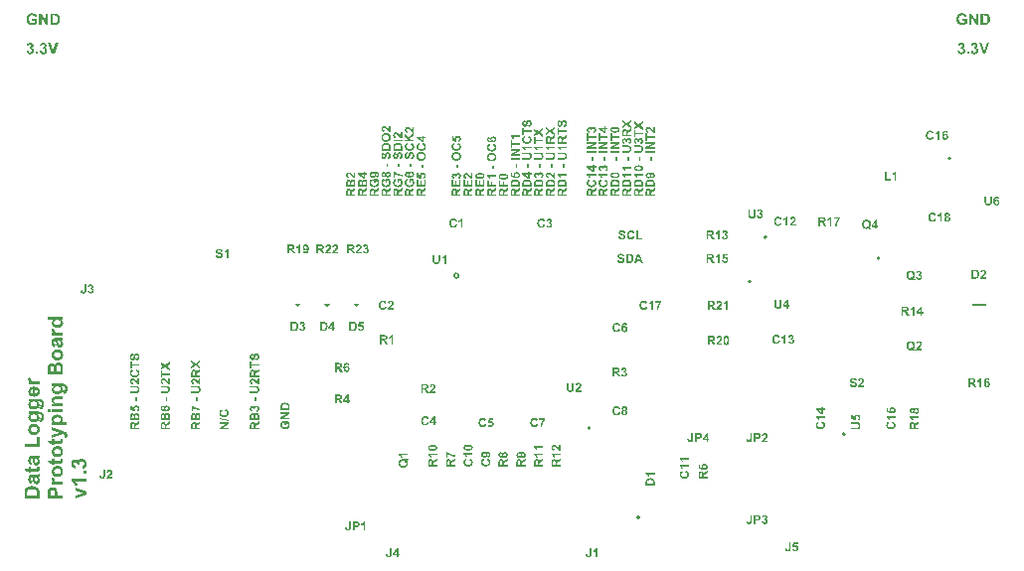
<source format=gto>
G04*
G04 #@! TF.GenerationSoftware,Altium Limited,CircuitStudio,1.5.1 (13)*
G04*
G04 Layer_Color=15065295*
%FSLAX25Y25*%
%MOIN*%
G70*
G01*
G75*
%ADD48C,0.00787*%
%ADD63R,0.04724X0.00787*%
G36*
X520447Y539543D02*
X520478Y539539D01*
X520539Y539530D01*
X520617Y539513D01*
X520701Y539486D01*
X520784Y539447D01*
X520871Y539399D01*
X520875D01*
X520880Y539390D01*
X520906Y539373D01*
X520950Y539338D01*
X520998Y539294D01*
X521055Y539237D01*
X521107Y539163D01*
X521159Y539084D01*
X521207Y538988D01*
Y538984D01*
X521212Y538975D01*
X521216Y538962D01*
X521225Y538940D01*
X521234Y538914D01*
X521242Y538883D01*
X521251Y538848D01*
X521260Y538809D01*
X521273Y538761D01*
X521282Y538713D01*
X521299Y538599D01*
X521312Y538473D01*
X521317Y538333D01*
Y538328D01*
Y538307D01*
Y538276D01*
X521312Y538237D01*
X521308Y538189D01*
X521304Y538136D01*
X521295Y538075D01*
X521282Y538009D01*
X521251Y537865D01*
X521229Y537791D01*
X521207Y537721D01*
X521177Y537647D01*
X521142Y537577D01*
X521103Y537511D01*
X521055Y537450D01*
X521050Y537446D01*
X521041Y537437D01*
X521028Y537419D01*
X521006Y537402D01*
X520976Y537376D01*
X520941Y537349D01*
X520901Y537319D01*
X520858Y537288D01*
X520805Y537258D01*
X520749Y537227D01*
X520683Y537196D01*
X520613Y537166D01*
X520539Y537144D01*
X520456Y537118D01*
X520368Y537100D01*
X520277Y537087D01*
X520220Y537681D01*
X520224D01*
X520233Y537686D01*
X520250D01*
X520268Y537690D01*
X520320Y537708D01*
X520386Y537730D01*
X520460Y537756D01*
X520534Y537795D01*
X520600Y537839D01*
X520661Y537896D01*
X520666Y537904D01*
X520683Y537926D01*
X520705Y537961D01*
X520731Y538014D01*
X520757Y538079D01*
X520779Y538154D01*
X520797Y538241D01*
X520801Y538341D01*
Y538346D01*
Y538354D01*
Y538368D01*
Y538389D01*
X520792Y538442D01*
X520784Y538508D01*
X520770Y538577D01*
X520749Y538652D01*
X520718Y538722D01*
X520679Y538783D01*
X520674Y538792D01*
X520657Y538809D01*
X520631Y538831D01*
X520596Y538861D01*
X520552Y538888D01*
X520500Y538914D01*
X520447Y538931D01*
X520386Y538936D01*
X520368D01*
X520346Y538931D01*
X520320Y538927D01*
X520294Y538918D01*
X520263Y538909D01*
X520233Y538892D01*
X520202Y538870D01*
X520198Y538866D01*
X520189Y538857D01*
X520176Y538844D01*
X520159Y538822D01*
X520137Y538792D01*
X520115Y538752D01*
X520093Y538708D01*
X520071Y538652D01*
Y538647D01*
X520062Y538630D01*
X520054Y538599D01*
X520045Y538577D01*
X520041Y538551D01*
X520032Y538521D01*
X520019Y538486D01*
X520010Y538446D01*
X519997Y538403D01*
X519984Y538350D01*
X519971Y538293D01*
X519953Y538232D01*
X519936Y538162D01*
Y538158D01*
X519931Y538140D01*
X519923Y538114D01*
X519914Y538084D01*
X519901Y538044D01*
X519888Y537996D01*
X519870Y537948D01*
X519853Y537891D01*
X519809Y537778D01*
X519757Y537668D01*
X519730Y537612D01*
X519700Y537564D01*
X519669Y537515D01*
X519639Y537476D01*
X519634Y537472D01*
X519626Y537463D01*
X519612Y537450D01*
X519595Y537432D01*
X519569Y537411D01*
X519538Y537389D01*
X519508Y537362D01*
X519468Y537341D01*
X519376Y537288D01*
X519272Y537245D01*
X519215Y537227D01*
X519158Y537214D01*
X519092Y537205D01*
X519027Y537201D01*
X518987D01*
X518944Y537210D01*
X518887Y537218D01*
X518821Y537231D01*
X518747Y537253D01*
X518668Y537284D01*
X518594Y537328D01*
X518590D01*
X518585Y537332D01*
X518559Y537354D01*
X518524Y537380D01*
X518480Y537424D01*
X518433Y537476D01*
X518380Y537542D01*
X518332Y537616D01*
X518288Y537703D01*
Y537708D01*
X518284Y537716D01*
X518280Y537730D01*
X518271Y537747D01*
X518262Y537773D01*
X518253Y537800D01*
X518245Y537835D01*
X518231Y537874D01*
X518214Y537961D01*
X518196Y538062D01*
X518183Y538175D01*
X518179Y538302D01*
Y538311D01*
Y538328D01*
Y538354D01*
X518183Y538394D01*
X518188Y538442D01*
X518192Y538499D01*
X518201Y538556D01*
X518210Y538621D01*
X518240Y538761D01*
X518262Y538831D01*
X518284Y538901D01*
X518315Y538971D01*
X518349Y539036D01*
X518389Y539097D01*
X518433Y539154D01*
X518437Y539159D01*
X518446Y539167D01*
X518459Y539181D01*
X518476Y539198D01*
X518502Y539220D01*
X518533Y539246D01*
X518568Y539272D01*
X518607Y539303D01*
X518655Y539329D01*
X518703Y539355D01*
X518760Y539382D01*
X518821Y539403D01*
X518883Y539425D01*
X518953Y539443D01*
X519022Y539456D01*
X519101Y539460D01*
X519123Y538848D01*
X519114D01*
X519084Y538840D01*
X519044Y538831D01*
X518996Y538813D01*
X518939Y538792D01*
X518887Y538761D01*
X518834Y538722D01*
X518791Y538678D01*
X518786Y538673D01*
X518773Y538656D01*
X518756Y538625D01*
X518738Y538582D01*
X518721Y538529D01*
X518703Y538464D01*
X518690Y538385D01*
X518686Y538293D01*
Y538289D01*
Y538280D01*
Y538267D01*
Y538250D01*
X518690Y538202D01*
X518699Y538145D01*
X518712Y538079D01*
X518734Y538009D01*
X518760Y537944D01*
X518799Y537883D01*
X518804Y537878D01*
X518813Y537870D01*
X518826Y537852D01*
X518848Y537835D01*
X518874Y537817D01*
X518909Y537800D01*
X518944Y537791D01*
X518987Y537786D01*
X519005D01*
X519027Y537791D01*
X519049Y537800D01*
X519079Y537808D01*
X519110Y537821D01*
X519140Y537843D01*
X519171Y537874D01*
X519175Y537878D01*
X519188Y537900D01*
X519197Y537913D01*
X519206Y537935D01*
X519219Y537957D01*
X519232Y537987D01*
X519245Y538022D01*
X519263Y538062D01*
X519280Y538110D01*
X519298Y538158D01*
X519315Y538219D01*
X519333Y538285D01*
X519350Y538354D01*
X519372Y538433D01*
Y538438D01*
X519376Y538455D01*
X519381Y538477D01*
X519389Y538508D01*
X519398Y538542D01*
X519411Y538586D01*
X519424Y538634D01*
X519438Y538682D01*
X519473Y538787D01*
X519508Y538896D01*
X519547Y539001D01*
X519569Y539045D01*
X519591Y539089D01*
Y539093D01*
X519595Y539097D01*
X519612Y539124D01*
X519639Y539163D01*
X519673Y539211D01*
X519717Y539263D01*
X519770Y539320D01*
X519831Y539377D01*
X519901Y539425D01*
X519909Y539430D01*
X519936Y539443D01*
X519975Y539465D01*
X520032Y539486D01*
X520102Y539508D01*
X520185Y539530D01*
X520277Y539543D01*
X520381Y539547D01*
X520425D01*
X520447Y539543D01*
D02*
G37*
G36*
X520451Y534592D02*
X519870D01*
Y535733D01*
X520451D01*
Y534592D01*
D02*
G37*
G36*
X520443Y532988D02*
X520478Y532984D01*
X520521Y532979D01*
X520565Y532971D01*
X520613Y532958D01*
X520722Y532927D01*
X520779Y532905D01*
X520836Y532879D01*
X520893Y532848D01*
X520950Y532809D01*
X521002Y532770D01*
X521055Y532722D01*
X521059Y532717D01*
X521068Y532709D01*
X521081Y532695D01*
X521094Y532674D01*
X521116Y532647D01*
X521138Y532612D01*
X521159Y532577D01*
X521186Y532534D01*
X521212Y532486D01*
X521234Y532429D01*
X521255Y532372D01*
X521277Y532311D01*
X521290Y532241D01*
X521304Y532167D01*
X521312Y532092D01*
X521317Y532009D01*
Y532005D01*
Y531992D01*
Y531970D01*
X521312Y531939D01*
X521308Y531904D01*
X521304Y531865D01*
X521299Y531821D01*
X521290Y531769D01*
X521264Y531660D01*
X521225Y531546D01*
X521203Y531489D01*
X521173Y531432D01*
X521142Y531376D01*
X521103Y531323D01*
X521098Y531319D01*
X521089Y531310D01*
X521076Y531293D01*
X521055Y531271D01*
X521028Y531249D01*
X520998Y531223D01*
X520958Y531192D01*
X520919Y531161D01*
X520871Y531131D01*
X520819Y531100D01*
X520762Y531074D01*
X520696Y531052D01*
X520631Y531030D01*
X520556Y531013D01*
X520482Y531004D01*
X520399Y531000D01*
X520355D01*
X520307Y531004D01*
X520250Y531013D01*
X520181Y531030D01*
X520102Y531048D01*
X520023Y531078D01*
X519944Y531118D01*
X519940D01*
X519936Y531122D01*
X519909Y531140D01*
X519875Y531170D01*
X519827Y531214D01*
X519774Y531266D01*
X519722Y531332D01*
X519673Y531411D01*
X519626Y531502D01*
Y531498D01*
X519621Y531494D01*
X519608Y531467D01*
X519586Y531428D01*
X519560Y531380D01*
X519521Y531323D01*
X519477Y531271D01*
X519424Y531218D01*
X519368Y531175D01*
X519359Y531170D01*
X519337Y531157D01*
X519307Y531144D01*
X519258Y531127D01*
X519206Y531105D01*
X519140Y531092D01*
X519075Y531078D01*
X519001Y531074D01*
X518970D01*
X518944Y531078D01*
X518918Y531083D01*
X518883Y531087D01*
X518804Y531105D01*
X518716Y531131D01*
X518620Y531175D01*
X518577Y531201D01*
X518529Y531231D01*
X518485Y531271D01*
X518441Y531310D01*
X518437Y531315D01*
X518433Y531323D01*
X518419Y531336D01*
X518406Y531354D01*
X518389Y531380D01*
X518371Y531406D01*
X518349Y531441D01*
X518328Y531485D01*
X518310Y531529D01*
X518288Y531577D01*
X518271Y531634D01*
X518253Y531695D01*
X518240Y531760D01*
X518227Y531830D01*
X518223Y531904D01*
X518218Y531983D01*
Y531987D01*
Y532001D01*
Y532027D01*
X518223Y532053D01*
X518227Y532092D01*
X518231Y532132D01*
X518236Y532180D01*
X518245Y532228D01*
X518271Y532337D01*
X518310Y532451D01*
X518336Y532503D01*
X518367Y532560D01*
X518402Y532608D01*
X518441Y532656D01*
X518446Y532660D01*
X518450Y532665D01*
X518463Y532678D01*
X518480Y532695D01*
X518502Y532713D01*
X518529Y532730D01*
X518594Y532778D01*
X518677Y532822D01*
X518769Y532857D01*
X518878Y532888D01*
X518939Y532892D01*
X519001Y532896D01*
X519035D01*
X519075Y532892D01*
X519127Y532883D01*
X519184Y532870D01*
X519245Y532848D01*
X519311Y532822D01*
X519376Y532783D01*
X519385Y532778D01*
X519403Y532761D01*
X519433Y532739D01*
X519468Y532704D01*
X519512Y532660D01*
X519551Y532608D01*
X519591Y532547D01*
X519626Y532477D01*
Y532481D01*
X519630Y532490D01*
X519634Y532503D01*
X519643Y532521D01*
X519669Y532564D01*
X519704Y532621D01*
X519743Y532682D01*
X519796Y532748D01*
X519857Y532809D01*
X519927Y532861D01*
X519936Y532866D01*
X519962Y532883D01*
X520001Y532905D01*
X520054Y532927D01*
X520119Y532953D01*
X520198Y532971D01*
X520281Y532988D01*
X520373Y532993D01*
X520412D01*
X520443Y532988D01*
D02*
G37*
G36*
X519875Y542593D02*
X519909D01*
X519953Y542589D01*
X520001Y542585D01*
X520102Y542576D01*
X520207Y542558D01*
X520316Y542532D01*
X520421Y542502D01*
X520425D01*
X520434Y542497D01*
X520451Y542489D01*
X520478Y542480D01*
X520504Y542471D01*
X520534Y542454D01*
X520613Y542419D01*
X520696Y542375D01*
X520788Y542318D01*
X520875Y542253D01*
X520958Y542178D01*
X520967Y542170D01*
X520985Y542148D01*
X521011Y542113D01*
X521046Y542065D01*
X521085Y542003D01*
X521124Y541934D01*
X521164Y541846D01*
X521199Y541750D01*
Y541746D01*
X521203Y541741D01*
Y541728D01*
X521207Y541715D01*
X521216Y541667D01*
X521229Y541606D01*
X521242Y541532D01*
X521251Y541440D01*
X521255Y541330D01*
X521260Y541213D01*
Y540068D01*
X518236D01*
Y541178D01*
Y541182D01*
Y541195D01*
Y541213D01*
Y541239D01*
Y541274D01*
X518240Y541309D01*
X518245Y541392D01*
X518249Y541483D01*
X518262Y541580D01*
X518275Y541671D01*
X518297Y541754D01*
Y541759D01*
X518301Y541768D01*
X518306Y541781D01*
X518310Y541798D01*
X518332Y541851D01*
X518363Y541912D01*
X518402Y541982D01*
X518450Y542060D01*
X518507Y542135D01*
X518577Y542209D01*
Y542213D01*
X518585Y542218D01*
X518612Y542240D01*
X518655Y542274D01*
X518712Y542314D01*
X518782Y542362D01*
X518865Y542410D01*
X518961Y542458D01*
X519066Y542497D01*
X519070D01*
X519079Y542502D01*
X519097Y542506D01*
X519118Y542515D01*
X519145Y542519D01*
X519180Y542528D01*
X519219Y542537D01*
X519263Y542550D01*
X519311Y542558D01*
X519368Y542567D01*
X519424Y542576D01*
X519490Y542580D01*
X519626Y542593D01*
X519778Y542598D01*
X519840D01*
X519875Y542593D01*
D02*
G37*
G36*
X533071Y526787D02*
X532415Y526350D01*
X532411Y526346D01*
X532398Y526341D01*
X532380Y526328D01*
X532359Y526311D01*
X532332Y526293D01*
X532297Y526271D01*
X532228Y526223D01*
X532149Y526167D01*
X532079Y526114D01*
X532013Y526066D01*
X531991Y526044D01*
X531970Y526027D01*
X531965Y526022D01*
X531956Y526014D01*
X531939Y525996D01*
X531917Y525974D01*
X531900Y525944D01*
X531878Y525913D01*
X531860Y525878D01*
X531843Y525843D01*
Y525839D01*
X531839Y525826D01*
X531830Y525804D01*
X531825Y525769D01*
X531817Y525725D01*
X531812Y525673D01*
X531808Y525612D01*
Y525537D01*
Y525415D01*
X533071D01*
Y524803D01*
X530047D01*
Y526088D01*
Y526092D01*
Y526110D01*
Y526136D01*
Y526167D01*
X530051Y526206D01*
Y526254D01*
X530056Y526302D01*
Y526359D01*
X530069Y526473D01*
X530082Y526590D01*
X530104Y526700D01*
X530117Y526748D01*
X530130Y526791D01*
Y526796D01*
X530134Y526800D01*
X530147Y526826D01*
X530169Y526866D01*
X530195Y526918D01*
X530239Y526975D01*
X530287Y527032D01*
X530348Y527089D01*
X530423Y527141D01*
X530427D01*
X530431Y527145D01*
X530444Y527154D01*
X530458Y527163D01*
X530501Y527185D01*
X530558Y527211D01*
X530628Y527233D01*
X530707Y527255D01*
X530798Y527272D01*
X530895Y527277D01*
X530930D01*
X530951Y527272D01*
X530982D01*
X531013Y527268D01*
X531091Y527250D01*
X531183Y527228D01*
X531275Y527193D01*
X531371Y527141D01*
X531415Y527110D01*
X531458Y527076D01*
X531463Y527071D01*
X531467Y527067D01*
X531480Y527054D01*
X531493Y527036D01*
X531511Y527019D01*
X531533Y526993D01*
X531555Y526962D01*
X531576Y526927D01*
X531603Y526888D01*
X531624Y526840D01*
X531646Y526791D01*
X531668Y526739D01*
X531690Y526678D01*
X531707Y526617D01*
X531725Y526551D01*
X531738Y526477D01*
Y526481D01*
X531742Y526486D01*
X531760Y526512D01*
X531782Y526547D01*
X531812Y526590D01*
X531852Y526643D01*
X531891Y526695D01*
X531939Y526752D01*
X531991Y526800D01*
X531996Y526805D01*
X532018Y526826D01*
X532053Y526853D01*
X532105Y526892D01*
X532171Y526944D01*
X532214Y526971D01*
X532258Y527001D01*
X532306Y527036D01*
X532359Y527071D01*
X532420Y527110D01*
X532481Y527150D01*
X533071Y527521D01*
Y526787D01*
D02*
G37*
G36*
X521260Y546199D02*
X521247D01*
X521229Y546203D01*
X521207Y546207D01*
X521181Y546212D01*
X521151Y546216D01*
X521072Y546234D01*
X520985Y546260D01*
X520888Y546295D01*
X520784Y546339D01*
X520683Y546395D01*
X520679D01*
X520670Y546404D01*
X520652Y546413D01*
X520635Y546430D01*
X520604Y546448D01*
X520574Y546474D01*
X520534Y546505D01*
X520491Y546539D01*
X520438Y546579D01*
X520386Y546627D01*
X520325Y546679D01*
X520259Y546741D01*
X520194Y546806D01*
X520119Y546880D01*
X520041Y546959D01*
X519958Y547047D01*
X519953Y547051D01*
X519940Y547064D01*
X519923Y547081D01*
X519896Y547108D01*
X519870Y547143D01*
X519835Y547178D01*
X519757Y547256D01*
X519673Y547335D01*
X519591Y547413D01*
X519556Y547448D01*
X519516Y547483D01*
X519486Y547510D01*
X519459Y547527D01*
X519451Y547532D01*
X519429Y547545D01*
X519394Y547567D01*
X519346Y547588D01*
X519293Y547610D01*
X519232Y547632D01*
X519171Y547645D01*
X519105Y547649D01*
X519075D01*
X519035Y547645D01*
X518992Y547636D01*
X518944Y547623D01*
X518896Y547606D01*
X518848Y547580D01*
X518804Y547545D01*
X518799Y547540D01*
X518786Y547527D01*
X518769Y547501D01*
X518751Y547470D01*
X518734Y547427D01*
X518716Y547379D01*
X518703Y547322D01*
X518699Y547256D01*
Y547248D01*
Y547226D01*
X518703Y547191D01*
X518712Y547151D01*
X518725Y547103D01*
X518747Y547055D01*
X518773Y547007D01*
X518808Y546963D01*
X518813Y546959D01*
X518830Y546946D01*
X518856Y546929D01*
X518896Y546911D01*
X518944Y546889D01*
X519009Y546872D01*
X519084Y546854D01*
X519171Y546845D01*
X519114Y546269D01*
X519110D01*
X519092Y546273D01*
X519070D01*
X519035Y546282D01*
X518996Y546286D01*
X518953Y546299D01*
X518904Y546312D01*
X518848Y546325D01*
X518738Y546369D01*
X518625Y546422D01*
X518568Y546456D01*
X518515Y546496D01*
X518472Y546539D01*
X518428Y546588D01*
X518424Y546592D01*
X518419Y546601D01*
X518411Y546614D01*
X518393Y546636D01*
X518380Y546662D01*
X518363Y546697D01*
X518341Y546732D01*
X518323Y546775D01*
X518301Y546824D01*
X518284Y546876D01*
X518249Y546990D01*
X518227Y547125D01*
X518223Y547195D01*
X518218Y547269D01*
Y547274D01*
Y547291D01*
Y547313D01*
X518223Y547344D01*
X518227Y547383D01*
X518231Y547427D01*
X518240Y547475D01*
X518249Y547527D01*
X518280Y547641D01*
X518323Y547754D01*
X518349Y547816D01*
X518380Y547868D01*
X518419Y547925D01*
X518463Y547973D01*
X518467Y547977D01*
X518472Y547986D01*
X518489Y547995D01*
X518507Y548012D01*
X518529Y548034D01*
X518559Y548056D01*
X518590Y548078D01*
X518629Y548104D01*
X518716Y548148D01*
X518817Y548191D01*
X518874Y548209D01*
X518935Y548218D01*
X519001Y548226D01*
X519066Y548231D01*
X519101D01*
X519140Y548226D01*
X519188Y548222D01*
X519250Y548213D01*
X519315Y548200D01*
X519385Y548183D01*
X519455Y548156D01*
X519464Y548152D01*
X519486Y548143D01*
X519525Y548126D01*
X519573Y548100D01*
X519630Y548069D01*
X519695Y548030D01*
X519765Y547982D01*
X519840Y547925D01*
X519844Y547921D01*
X519866Y547903D01*
X519896Y547877D01*
X519940Y547837D01*
X519993Y547785D01*
X520062Y547719D01*
X520137Y547641D01*
X520228Y547545D01*
X520233Y547540D01*
X520237Y547532D01*
X520250Y547518D01*
X520268Y547501D01*
X520312Y547453D01*
X520364Y547396D01*
X520421Y547339D01*
X520478Y547282D01*
X520526Y547230D01*
X520547Y547213D01*
X520565Y547195D01*
X520569Y547191D01*
X520578Y547182D01*
X520596Y547169D01*
X520617Y547151D01*
X520666Y547112D01*
X520722Y547077D01*
Y548231D01*
X521260D01*
Y546199D01*
D02*
G37*
G36*
X519822Y545919D02*
X519875D01*
X519936Y545910D01*
X520006Y545901D01*
X520089Y545888D01*
X520172Y545875D01*
X520263Y545853D01*
X520360Y545827D01*
X520456Y545792D01*
X520552Y545753D01*
X520644Y545709D01*
X520736Y545652D01*
X520823Y545591D01*
X520906Y545521D01*
X520910Y545517D01*
X520923Y545504D01*
X520945Y545482D01*
X520971Y545447D01*
X521002Y545408D01*
X521037Y545360D01*
X521072Y545303D01*
X521111Y545242D01*
X521151Y545167D01*
X521186Y545089D01*
X521220Y545001D01*
X521251Y544905D01*
X521277Y544805D01*
X521299Y544695D01*
X521312Y544582D01*
X521317Y544459D01*
Y544451D01*
Y544429D01*
X521312Y544394D01*
X521308Y544350D01*
X521304Y544293D01*
X521295Y544228D01*
X521282Y544153D01*
X521264Y544075D01*
X521242Y543988D01*
X521216Y543904D01*
X521181Y543813D01*
X521142Y543725D01*
X521098Y543634D01*
X521041Y543550D01*
X520980Y543467D01*
X520906Y543389D01*
X520901Y543384D01*
X520888Y543371D01*
X520862Y543354D01*
X520832Y543328D01*
X520788Y543297D01*
X520736Y543262D01*
X520679Y543227D01*
X520609Y543192D01*
X520534Y543153D01*
X520447Y543118D01*
X520355Y543083D01*
X520255Y543052D01*
X520146Y543026D01*
X520027Y543009D01*
X519901Y542996D01*
X519770Y542991D01*
X519726D01*
X519691Y542996D01*
X519652D01*
X519608Y543000D01*
X519556Y543004D01*
X519499Y543009D01*
X519376Y543026D01*
X519245Y543048D01*
X519114Y543083D01*
X518992Y543127D01*
X518987D01*
X518983Y543131D01*
X518970Y543140D01*
X518953Y543144D01*
X518909Y543170D01*
X518852Y543201D01*
X518786Y543240D01*
X518721Y543288D01*
X518647Y543345D01*
X518577Y543406D01*
X518572Y543411D01*
X518568Y543415D01*
X518546Y543437D01*
X518511Y543476D01*
X518472Y543524D01*
X518428Y543581D01*
X518380Y543647D01*
X518336Y543721D01*
X518301Y543799D01*
Y543804D01*
X518297Y543813D01*
X518288Y543830D01*
X518284Y543852D01*
X518271Y543878D01*
X518262Y543909D01*
X518253Y543948D01*
X518240Y543988D01*
X518218Y544084D01*
X518196Y544193D01*
X518183Y544320D01*
X518179Y544451D01*
Y544459D01*
Y544481D01*
X518183Y544516D01*
Y544560D01*
X518192Y544617D01*
X518201Y544682D01*
X518214Y544757D01*
X518231Y544835D01*
X518253Y544918D01*
X518280Y545006D01*
X518315Y545093D01*
X518354Y545185D01*
X518402Y545272D01*
X518459Y545360D01*
X518524Y545443D01*
X518599Y545521D01*
X518603Y545526D01*
X518616Y545539D01*
X518642Y545561D01*
X518673Y545582D01*
X518716Y545613D01*
X518769Y545648D01*
X518830Y545683D01*
X518900Y545722D01*
X518974Y545762D01*
X519062Y545797D01*
X519158Y545832D01*
X519258Y545862D01*
X519372Y545888D01*
X519490Y545906D01*
X519617Y545919D01*
X519752Y545923D01*
X519783D01*
X519822Y545919D01*
D02*
G37*
G36*
X520862Y530563D02*
X520871Y530550D01*
X520884Y530537D01*
X520901Y530515D01*
X520919Y530493D01*
X520963Y530432D01*
X521011Y530349D01*
X521068Y530253D01*
X521124Y530143D01*
X521177Y530012D01*
Y530008D01*
X521181Y529995D01*
X521190Y529977D01*
X521199Y529951D01*
X521207Y529916D01*
X521220Y529877D01*
X521234Y529833D01*
X521247Y529785D01*
X521273Y529676D01*
X521295Y529549D01*
X521312Y529418D01*
X521317Y529278D01*
Y529274D01*
Y529256D01*
Y529230D01*
X521312Y529199D01*
Y529156D01*
X521308Y529108D01*
X521299Y529055D01*
X521290Y528994D01*
X521269Y528867D01*
X521234Y528727D01*
X521186Y528583D01*
X521155Y528518D01*
X521120Y528448D01*
X521116Y528443D01*
X521111Y528435D01*
X521098Y528413D01*
X521081Y528391D01*
X521063Y528360D01*
X521037Y528330D01*
X521006Y528290D01*
X520971Y528251D01*
X520893Y528164D01*
X520792Y528076D01*
X520679Y527993D01*
X520547Y527919D01*
X520543D01*
X520530Y527910D01*
X520508Y527902D01*
X520482Y527893D01*
X520447Y527880D01*
X520408Y527862D01*
X520360Y527849D01*
X520307Y527832D01*
X520250Y527814D01*
X520185Y527801D01*
X520049Y527770D01*
X519901Y527753D01*
X519739Y527744D01*
X519691D01*
X519660Y527748D01*
X519617D01*
X519569Y527753D01*
X519516Y527762D01*
X519455Y527770D01*
X519328Y527792D01*
X519184Y527827D01*
X519040Y527875D01*
X518970Y527906D01*
X518900Y527941D01*
X518896Y527945D01*
X518883Y527950D01*
X518865Y527963D01*
X518839Y527976D01*
X518808Y527998D01*
X518773Y528024D01*
X518734Y528054D01*
X518690Y528085D01*
X518647Y528124D01*
X518599Y528168D01*
X518550Y528216D01*
X518502Y528269D01*
X518459Y528325D01*
X518411Y528382D01*
X518332Y528518D01*
Y528522D01*
X518323Y528531D01*
X518319Y528548D01*
X518306Y528570D01*
X518297Y528601D01*
X518284Y528631D01*
X518271Y528675D01*
X518253Y528719D01*
X518240Y528767D01*
X518227Y528824D01*
X518214Y528885D01*
X518201Y528946D01*
X518183Y529086D01*
X518179Y529243D01*
Y529248D01*
Y529269D01*
Y529295D01*
X518183Y529335D01*
X518188Y529383D01*
X518192Y529440D01*
X518196Y529501D01*
X518210Y529566D01*
X518236Y529706D01*
X518280Y529850D01*
X518306Y529925D01*
X518336Y529995D01*
X518371Y530060D01*
X518415Y530122D01*
X518419Y530126D01*
X518424Y530135D01*
X518441Y530152D01*
X518459Y530174D01*
X518480Y530200D01*
X518511Y530226D01*
X518546Y530257D01*
X518585Y530292D01*
X518629Y530327D01*
X518677Y530362D01*
X518730Y530397D01*
X518791Y530427D01*
X518852Y530462D01*
X518918Y530488D01*
X518992Y530515D01*
X519066Y530532D01*
X519180Y529925D01*
X519175D01*
X519171Y529920D01*
X519145Y529912D01*
X519105Y529894D01*
X519053Y529868D01*
X518996Y529837D01*
X518939Y529794D01*
X518883Y529741D01*
X518830Y529680D01*
X518826Y529671D01*
X518808Y529649D01*
X518786Y529610D01*
X518765Y529562D01*
X518738Y529496D01*
X518721Y529422D01*
X518703Y529339D01*
X518699Y529243D01*
Y529239D01*
Y529226D01*
Y529204D01*
X518703Y529178D01*
X518708Y529143D01*
X518712Y529103D01*
X518721Y529060D01*
X518730Y529011D01*
X518760Y528911D01*
X518782Y528859D01*
X518808Y528806D01*
X518839Y528754D01*
X518869Y528701D01*
X518913Y528653D01*
X518957Y528605D01*
X518961Y528601D01*
X518970Y528596D01*
X518983Y528583D01*
X519005Y528570D01*
X519031Y528553D01*
X519062Y528531D01*
X519101Y528509D01*
X519145Y528491D01*
X519197Y528470D01*
X519254Y528448D01*
X519315Y528426D01*
X519381Y528408D01*
X519455Y528395D01*
X519538Y528382D01*
X519621Y528378D01*
X519713Y528373D01*
X519765D01*
X519800Y528378D01*
X519848Y528382D01*
X519896Y528387D01*
X519958Y528395D01*
X520019Y528404D01*
X520150Y528430D01*
X520285Y528474D01*
X520351Y528500D01*
X520412Y528531D01*
X520473Y528570D01*
X520526Y528609D01*
X520530Y528614D01*
X520539Y528622D01*
X520552Y528636D01*
X520569Y528653D01*
X520587Y528679D01*
X520613Y528706D01*
X520635Y528741D01*
X520661Y528780D01*
X520687Y528824D01*
X520709Y528867D01*
X520753Y528976D01*
X520770Y529038D01*
X520784Y529099D01*
X520792Y529169D01*
X520797Y529239D01*
Y529243D01*
Y529248D01*
Y529274D01*
X520792Y529309D01*
X520788Y529361D01*
X520779Y529418D01*
X520766Y529483D01*
X520749Y529553D01*
X520722Y529623D01*
Y529628D01*
X520718Y529632D01*
X520709Y529654D01*
X520692Y529693D01*
X520670Y529737D01*
X520644Y529789D01*
X520613Y529846D01*
X520578Y529903D01*
X520539Y529955D01*
X520150D01*
Y529256D01*
X519639D01*
Y530572D01*
X520853D01*
X520862Y530563D01*
D02*
G37*
G36*
X524384Y539543D02*
X524415Y539539D01*
X524476Y539530D01*
X524554Y539513D01*
X524638Y539486D01*
X524720Y539447D01*
X524808Y539399D01*
X524812D01*
X524817Y539390D01*
X524843Y539373D01*
X524887Y539338D01*
X524935Y539294D01*
X524992Y539237D01*
X525044Y539163D01*
X525096Y539084D01*
X525144Y538988D01*
Y538984D01*
X525149Y538975D01*
X525153Y538962D01*
X525162Y538940D01*
X525171Y538914D01*
X525179Y538883D01*
X525188Y538848D01*
X525197Y538809D01*
X525210Y538761D01*
X525219Y538713D01*
X525236Y538599D01*
X525249Y538473D01*
X525254Y538333D01*
Y538328D01*
Y538307D01*
Y538276D01*
X525249Y538237D01*
X525245Y538189D01*
X525241Y538136D01*
X525232Y538075D01*
X525219Y538009D01*
X525188Y537865D01*
X525166Y537791D01*
X525144Y537721D01*
X525114Y537647D01*
X525079Y537577D01*
X525039Y537511D01*
X524992Y537450D01*
X524987Y537446D01*
X524978Y537437D01*
X524965Y537419D01*
X524943Y537402D01*
X524913Y537376D01*
X524878Y537349D01*
X524838Y537319D01*
X524795Y537288D01*
X524742Y537258D01*
X524686Y537227D01*
X524620Y537196D01*
X524550Y537166D01*
X524476Y537144D01*
X524393Y537118D01*
X524305Y537100D01*
X524214Y537087D01*
X524157Y537681D01*
X524161D01*
X524170Y537686D01*
X524187D01*
X524205Y537690D01*
X524257Y537708D01*
X524323Y537730D01*
X524397Y537756D01*
X524471Y537795D01*
X524537Y537839D01*
X524598Y537896D01*
X524603Y537904D01*
X524620Y537926D01*
X524642Y537961D01*
X524668Y538014D01*
X524694Y538079D01*
X524716Y538154D01*
X524734Y538241D01*
X524738Y538341D01*
Y538346D01*
Y538354D01*
Y538368D01*
Y538389D01*
X524729Y538442D01*
X524720Y538508D01*
X524707Y538577D01*
X524686Y538652D01*
X524655Y538722D01*
X524616Y538783D01*
X524611Y538792D01*
X524594Y538809D01*
X524568Y538831D01*
X524533Y538861D01*
X524489Y538888D01*
X524437Y538914D01*
X524384Y538931D01*
X524323Y538936D01*
X524305D01*
X524284Y538931D01*
X524257Y538927D01*
X524231Y538918D01*
X524200Y538909D01*
X524170Y538892D01*
X524139Y538870D01*
X524135Y538866D01*
X524126Y538857D01*
X524113Y538844D01*
X524096Y538822D01*
X524074Y538792D01*
X524052Y538752D01*
X524030Y538708D01*
X524008Y538652D01*
Y538647D01*
X524000Y538630D01*
X523991Y538599D01*
X523982Y538577D01*
X523978Y538551D01*
X523969Y538521D01*
X523956Y538486D01*
X523947Y538446D01*
X523934Y538403D01*
X523921Y538350D01*
X523908Y538293D01*
X523890Y538232D01*
X523873Y538162D01*
Y538158D01*
X523868Y538140D01*
X523860Y538114D01*
X523851Y538084D01*
X523838Y538044D01*
X523825Y537996D01*
X523807Y537948D01*
X523790Y537891D01*
X523746Y537778D01*
X523694Y537668D01*
X523667Y537612D01*
X523637Y537564D01*
X523606Y537515D01*
X523576Y537476D01*
X523571Y537472D01*
X523562Y537463D01*
X523549Y537450D01*
X523532Y537432D01*
X523506Y537411D01*
X523475Y537389D01*
X523445Y537362D01*
X523405Y537341D01*
X523313Y537288D01*
X523209Y537245D01*
X523152Y537227D01*
X523095Y537214D01*
X523029Y537205D01*
X522964Y537201D01*
X522924D01*
X522881Y537210D01*
X522824Y537218D01*
X522758Y537231D01*
X522684Y537253D01*
X522605Y537284D01*
X522531Y537328D01*
X522527D01*
X522522Y537332D01*
X522496Y537354D01*
X522461Y537380D01*
X522417Y537424D01*
X522369Y537476D01*
X522317Y537542D01*
X522269Y537616D01*
X522225Y537703D01*
Y537708D01*
X522221Y537716D01*
X522217Y537730D01*
X522208Y537747D01*
X522199Y537773D01*
X522190Y537800D01*
X522182Y537835D01*
X522168Y537874D01*
X522151Y537961D01*
X522133Y538062D01*
X522120Y538175D01*
X522116Y538302D01*
Y538311D01*
Y538328D01*
Y538354D01*
X522120Y538394D01*
X522125Y538442D01*
X522129Y538499D01*
X522138Y538556D01*
X522147Y538621D01*
X522177Y538761D01*
X522199Y538831D01*
X522221Y538901D01*
X522252Y538971D01*
X522286Y539036D01*
X522326Y539097D01*
X522369Y539154D01*
X522374Y539159D01*
X522383Y539167D01*
X522396Y539181D01*
X522413Y539198D01*
X522439Y539220D01*
X522470Y539246D01*
X522505Y539272D01*
X522544Y539303D01*
X522592Y539329D01*
X522640Y539355D01*
X522697Y539382D01*
X522758Y539403D01*
X522820Y539425D01*
X522890Y539443D01*
X522959Y539456D01*
X523038Y539460D01*
X523060Y538848D01*
X523051D01*
X523021Y538840D01*
X522981Y538831D01*
X522933Y538813D01*
X522876Y538792D01*
X522824Y538761D01*
X522772Y538722D01*
X522728Y538678D01*
X522723Y538673D01*
X522710Y538656D01*
X522693Y538625D01*
X522675Y538582D01*
X522658Y538529D01*
X522640Y538464D01*
X522627Y538385D01*
X522623Y538293D01*
Y538289D01*
Y538280D01*
Y538267D01*
Y538250D01*
X522627Y538202D01*
X522636Y538145D01*
X522649Y538079D01*
X522671Y538009D01*
X522697Y537944D01*
X522737Y537883D01*
X522741Y537878D01*
X522750Y537870D01*
X522763Y537852D01*
X522785Y537835D01*
X522811Y537817D01*
X522846Y537800D01*
X522881Y537791D01*
X522924Y537786D01*
X522942D01*
X522964Y537791D01*
X522986Y537800D01*
X523016Y537808D01*
X523047Y537821D01*
X523077Y537843D01*
X523108Y537874D01*
X523112Y537878D01*
X523126Y537900D01*
X523134Y537913D01*
X523143Y537935D01*
X523156Y537957D01*
X523169Y537987D01*
X523182Y538022D01*
X523200Y538062D01*
X523217Y538110D01*
X523235Y538158D01*
X523252Y538219D01*
X523270Y538285D01*
X523287Y538354D01*
X523309Y538433D01*
Y538438D01*
X523313Y538455D01*
X523318Y538477D01*
X523326Y538508D01*
X523335Y538542D01*
X523348Y538586D01*
X523361Y538634D01*
X523375Y538682D01*
X523410Y538787D01*
X523445Y538896D01*
X523484Y539001D01*
X523506Y539045D01*
X523527Y539089D01*
Y539093D01*
X523532Y539097D01*
X523549Y539124D01*
X523576Y539163D01*
X523610Y539211D01*
X523654Y539263D01*
X523707Y539320D01*
X523768Y539377D01*
X523838Y539425D01*
X523846Y539430D01*
X523873Y539443D01*
X523912Y539465D01*
X523969Y539486D01*
X524039Y539508D01*
X524122Y539530D01*
X524214Y539543D01*
X524319Y539547D01*
X524362D01*
X524384Y539543D01*
D02*
G37*
G36*
X524388Y534592D02*
X523807D01*
Y535733D01*
X524388D01*
Y534592D01*
D02*
G37*
G36*
X522636Y532988D02*
X522645Y532979D01*
X522658Y532966D01*
X522675Y532949D01*
X522702Y532927D01*
X522732Y532901D01*
X522767Y532870D01*
X522811Y532835D01*
X522859Y532800D01*
X522911Y532761D01*
X522968Y532717D01*
X523029Y532674D01*
X523099Y532630D01*
X523169Y532586D01*
X523248Y532538D01*
X523331Y532490D01*
X523335Y532486D01*
X523353Y532477D01*
X523375Y532464D01*
X523410Y532446D01*
X523449Y532429D01*
X523501Y532403D01*
X523558Y532376D01*
X523619Y532346D01*
X523689Y532315D01*
X523764Y532285D01*
X523842Y532250D01*
X523925Y532219D01*
X524104Y532158D01*
X524292Y532101D01*
X524297D01*
X524314Y532097D01*
X524340Y532088D01*
X524380Y532079D01*
X524423Y532070D01*
X524471Y532062D01*
X524533Y532049D01*
X524594Y532035D01*
X524664Y532022D01*
X524734Y532014D01*
X524887Y531992D01*
X525044Y531979D01*
X525197Y531974D01*
Y531415D01*
X525171D01*
X525136Y531419D01*
X525088D01*
X525031Y531424D01*
X524965Y531432D01*
X524887Y531441D01*
X524803Y531454D01*
X524712Y531467D01*
X524611Y531485D01*
X524506Y531507D01*
X524393Y531529D01*
X524279Y531559D01*
X524161Y531590D01*
X524043Y531629D01*
X523921Y531673D01*
X523912Y531677D01*
X523890Y531686D01*
X523855Y531699D01*
X523812Y531716D01*
X523755Y531743D01*
X523685Y531773D01*
X523610Y531808D01*
X523527Y531848D01*
X523440Y531891D01*
X523348Y531939D01*
X523248Y531992D01*
X523152Y532053D01*
X522946Y532180D01*
X522750Y532324D01*
Y531009D01*
X522212D01*
Y532993D01*
X522632D01*
X522636Y532988D01*
D02*
G37*
G36*
X523812Y542593D02*
X523846D01*
X523890Y542589D01*
X523938Y542585D01*
X524039Y542576D01*
X524144Y542558D01*
X524253Y542532D01*
X524358Y542502D01*
X524362D01*
X524371Y542497D01*
X524388Y542489D01*
X524415Y542480D01*
X524441Y542471D01*
X524471Y542454D01*
X524550Y542419D01*
X524633Y542375D01*
X524725Y542318D01*
X524812Y542253D01*
X524895Y542178D01*
X524904Y542170D01*
X524922Y542148D01*
X524948Y542113D01*
X524983Y542065D01*
X525022Y542003D01*
X525061Y541934D01*
X525101Y541846D01*
X525136Y541750D01*
Y541746D01*
X525140Y541741D01*
Y541728D01*
X525144Y541715D01*
X525153Y541667D01*
X525166Y541606D01*
X525179Y541532D01*
X525188Y541440D01*
X525192Y541330D01*
X525197Y541213D01*
Y540068D01*
X522173D01*
Y541178D01*
Y541182D01*
Y541195D01*
Y541213D01*
Y541239D01*
Y541274D01*
X522177Y541309D01*
X522182Y541392D01*
X522186Y541483D01*
X522199Y541580D01*
X522212Y541671D01*
X522234Y541754D01*
Y541759D01*
X522238Y541768D01*
X522243Y541781D01*
X522247Y541798D01*
X522269Y541851D01*
X522299Y541912D01*
X522339Y541982D01*
X522387Y542060D01*
X522444Y542135D01*
X522514Y542209D01*
Y542213D01*
X522522Y542218D01*
X522549Y542240D01*
X522592Y542274D01*
X522649Y542314D01*
X522719Y542362D01*
X522802Y542410D01*
X522898Y542458D01*
X523003Y542497D01*
X523007D01*
X523016Y542502D01*
X523034Y542506D01*
X523056Y542515D01*
X523082Y542519D01*
X523117Y542528D01*
X523156Y542537D01*
X523200Y542550D01*
X523248Y542558D01*
X523305Y542567D01*
X523361Y542576D01*
X523427Y542580D01*
X523562Y542593D01*
X523715Y542598D01*
X523777D01*
X523812Y542593D01*
D02*
G37*
G36*
X521260Y526787D02*
X520604Y526350D01*
X520600Y526346D01*
X520587Y526341D01*
X520569Y526328D01*
X520547Y526311D01*
X520521Y526293D01*
X520486Y526271D01*
X520416Y526223D01*
X520338Y526167D01*
X520268Y526114D01*
X520202Y526066D01*
X520181Y526044D01*
X520159Y526027D01*
X520154Y526022D01*
X520146Y526014D01*
X520128Y525996D01*
X520106Y525974D01*
X520089Y525944D01*
X520067Y525913D01*
X520049Y525878D01*
X520032Y525843D01*
Y525839D01*
X520027Y525826D01*
X520019Y525804D01*
X520014Y525769D01*
X520006Y525725D01*
X520001Y525673D01*
X519997Y525612D01*
Y525537D01*
Y525415D01*
X521260D01*
Y524803D01*
X518236D01*
Y526088D01*
Y526092D01*
Y526110D01*
Y526136D01*
Y526167D01*
X518240Y526206D01*
Y526254D01*
X518245Y526302D01*
Y526359D01*
X518258Y526473D01*
X518271Y526590D01*
X518293Y526700D01*
X518306Y526748D01*
X518319Y526791D01*
Y526796D01*
X518323Y526800D01*
X518336Y526826D01*
X518358Y526866D01*
X518384Y526918D01*
X518428Y526975D01*
X518476Y527032D01*
X518537Y527089D01*
X518612Y527141D01*
X518616D01*
X518620Y527145D01*
X518634Y527154D01*
X518647Y527163D01*
X518690Y527185D01*
X518747Y527211D01*
X518817Y527233D01*
X518896Y527255D01*
X518987Y527272D01*
X519084Y527277D01*
X519118D01*
X519140Y527272D01*
X519171D01*
X519202Y527268D01*
X519280Y527250D01*
X519372Y527228D01*
X519464Y527193D01*
X519560Y527141D01*
X519604Y527110D01*
X519647Y527076D01*
X519652Y527071D01*
X519656Y527067D01*
X519669Y527054D01*
X519682Y527036D01*
X519700Y527019D01*
X519722Y526993D01*
X519743Y526962D01*
X519765Y526927D01*
X519792Y526888D01*
X519813Y526840D01*
X519835Y526791D01*
X519857Y526739D01*
X519879Y526678D01*
X519896Y526617D01*
X519914Y526551D01*
X519927Y526477D01*
Y526481D01*
X519931Y526486D01*
X519949Y526512D01*
X519971Y526547D01*
X520001Y526590D01*
X520041Y526643D01*
X520080Y526695D01*
X520128Y526752D01*
X520181Y526800D01*
X520185Y526805D01*
X520207Y526826D01*
X520242Y526853D01*
X520294Y526892D01*
X520360Y526944D01*
X520403Y526971D01*
X520447Y527001D01*
X520495Y527036D01*
X520547Y527071D01*
X520609Y527110D01*
X520670Y527150D01*
X521260Y527521D01*
Y526787D01*
D02*
G37*
G36*
X525197Y544088D02*
X525184D01*
X525166Y544092D01*
X525144Y544097D01*
X525118Y544101D01*
X525088Y544105D01*
X525009Y544123D01*
X524922Y544149D01*
X524825Y544184D01*
X524720Y544228D01*
X524620Y544285D01*
X524616D01*
X524607Y544293D01*
X524589Y544302D01*
X524572Y544320D01*
X524541Y544337D01*
X524511Y544363D01*
X524471Y544394D01*
X524428Y544429D01*
X524375Y544468D01*
X524323Y544516D01*
X524262Y544569D01*
X524196Y544630D01*
X524131Y544695D01*
X524056Y544770D01*
X523978Y544848D01*
X523895Y544936D01*
X523890Y544940D01*
X523877Y544953D01*
X523860Y544971D01*
X523833Y544997D01*
X523807Y545032D01*
X523772Y545067D01*
X523694Y545146D01*
X523610Y545224D01*
X523527Y545303D01*
X523493Y545338D01*
X523453Y545373D01*
X523423Y545399D01*
X523396Y545416D01*
X523388Y545421D01*
X523366Y545434D01*
X523331Y545456D01*
X523283Y545478D01*
X523230Y545500D01*
X523169Y545521D01*
X523108Y545534D01*
X523042Y545539D01*
X523012D01*
X522972Y545534D01*
X522929Y545526D01*
X522881Y545513D01*
X522833Y545495D01*
X522785Y545469D01*
X522741Y545434D01*
X522737Y545430D01*
X522723Y545416D01*
X522706Y545390D01*
X522688Y545360D01*
X522671Y545316D01*
X522653Y545268D01*
X522640Y545211D01*
X522636Y545146D01*
Y545137D01*
Y545115D01*
X522640Y545080D01*
X522649Y545041D01*
X522662Y544993D01*
X522684Y544944D01*
X522710Y544896D01*
X522745Y544853D01*
X522750Y544848D01*
X522767Y544835D01*
X522793Y544818D01*
X522833Y544800D01*
X522881Y544778D01*
X522946Y544761D01*
X523021Y544743D01*
X523108Y544735D01*
X523051Y544158D01*
X523047D01*
X523029Y544162D01*
X523007D01*
X522972Y544171D01*
X522933Y544175D01*
X522890Y544188D01*
X522841Y544202D01*
X522785Y544215D01*
X522675Y544258D01*
X522562Y544311D01*
X522505Y544346D01*
X522452Y544385D01*
X522409Y544429D01*
X522365Y544477D01*
X522361Y544481D01*
X522356Y544490D01*
X522348Y544503D01*
X522330Y544525D01*
X522317Y544551D01*
X522299Y544586D01*
X522278Y544621D01*
X522260Y544665D01*
X522238Y544713D01*
X522221Y544765D01*
X522186Y544879D01*
X522164Y545014D01*
X522160Y545084D01*
X522155Y545159D01*
Y545163D01*
Y545181D01*
Y545202D01*
X522160Y545233D01*
X522164Y545272D01*
X522168Y545316D01*
X522177Y545364D01*
X522186Y545416D01*
X522217Y545530D01*
X522260Y545644D01*
X522286Y545705D01*
X522317Y545757D01*
X522356Y545814D01*
X522400Y545862D01*
X522404Y545867D01*
X522409Y545875D01*
X522426Y545884D01*
X522444Y545901D01*
X522466Y545923D01*
X522496Y545945D01*
X522527Y545967D01*
X522566Y545993D01*
X522653Y546037D01*
X522754Y546081D01*
X522811Y546098D01*
X522872Y546107D01*
X522938Y546116D01*
X523003Y546120D01*
X523038D01*
X523077Y546116D01*
X523126Y546111D01*
X523187Y546103D01*
X523252Y546089D01*
X523322Y546072D01*
X523392Y546046D01*
X523401Y546041D01*
X523423Y546033D01*
X523462Y546015D01*
X523510Y545989D01*
X523567Y545958D01*
X523632Y545919D01*
X523702Y545871D01*
X523777Y545814D01*
X523781Y545810D01*
X523803Y545792D01*
X523833Y545766D01*
X523877Y545727D01*
X523930Y545674D01*
X524000Y545609D01*
X524074Y545530D01*
X524165Y545434D01*
X524170Y545430D01*
X524174Y545421D01*
X524187Y545408D01*
X524205Y545390D01*
X524249Y545342D01*
X524301Y545285D01*
X524358Y545228D01*
X524415Y545172D01*
X524463Y545119D01*
X524484Y545102D01*
X524502Y545084D01*
X524506Y545080D01*
X524515Y545071D01*
X524533Y545058D01*
X524554Y545041D01*
X524603Y545001D01*
X524659Y544966D01*
Y546120D01*
X525197D01*
Y544088D01*
D02*
G37*
G36*
Y543096D02*
X522173D01*
Y543708D01*
X525197D01*
Y543096D01*
D02*
G37*
G36*
X609842Y539342D02*
X606818D01*
Y539954D01*
X609842D01*
Y539342D01*
D02*
G37*
G36*
X609034Y536707D02*
X608453D01*
Y537848D01*
X609034D01*
Y536707D01*
D02*
G37*
G36*
X608470Y532744D02*
X608540Y532739D01*
X608619Y532730D01*
X608702Y532722D01*
X608794Y532709D01*
X608894Y532691D01*
X608990Y532674D01*
X609091Y532647D01*
X609191Y532617D01*
X609283Y532582D01*
X609375Y532538D01*
X609458Y532494D01*
X609532Y532438D01*
X609537Y532433D01*
X609550Y532424D01*
X609567Y532407D01*
X609589Y532381D01*
X609615Y532350D01*
X609650Y532315D01*
X609681Y532271D01*
X609716Y532223D01*
X609751Y532171D01*
X609781Y532110D01*
X609812Y532044D01*
X609842Y531974D01*
X609864Y531896D01*
X609882Y531817D01*
X609895Y531734D01*
X609899Y531642D01*
Y531638D01*
Y531625D01*
Y531607D01*
X609895Y531585D01*
Y531555D01*
X609891Y531520D01*
X609877Y531437D01*
X609851Y531345D01*
X609821Y531253D01*
X609773Y531157D01*
X609746Y531113D01*
X609711Y531070D01*
X609707Y531065D01*
X609703Y531061D01*
X609690Y531048D01*
X609677Y531035D01*
X609655Y531017D01*
X609633Y530995D01*
X609602Y530978D01*
X609572Y530952D01*
X609532Y530930D01*
X609493Y530904D01*
X609445Y530882D01*
X609392Y530860D01*
X609340Y530838D01*
X609279Y530821D01*
X609218Y530803D01*
X609148Y530790D01*
X609082Y531349D01*
X609091D01*
X609113Y531354D01*
X609143Y531358D01*
X609178Y531371D01*
X609222Y531384D01*
X609266Y531402D01*
X609305Y531424D01*
X609340Y531454D01*
X609344Y531459D01*
X609353Y531472D01*
X609366Y531489D01*
X609379Y531516D01*
X609392Y531550D01*
X609406Y531585D01*
X609414Y531634D01*
X609419Y531681D01*
Y531690D01*
X609414Y531712D01*
X609410Y531743D01*
X609397Y531786D01*
X609379Y531835D01*
X609349Y531883D01*
X609309Y531935D01*
X609257Y531983D01*
X609248Y531987D01*
X609239Y531996D01*
X609222Y532005D01*
X609204Y532014D01*
X609178Y532027D01*
X609148Y532035D01*
X609108Y532053D01*
X609065Y532066D01*
X609017Y532079D01*
X608960Y532092D01*
X608899Y532105D01*
X608829Y532119D01*
X608750Y532127D01*
X608663Y532136D01*
X608571Y532145D01*
X608575Y532140D01*
X608580Y532136D01*
X608593Y532123D01*
X608610Y532105D01*
X608628Y532084D01*
X608649Y532057D01*
X608698Y531996D01*
X608746Y531917D01*
X608785Y531821D01*
X608803Y531769D01*
X608811Y531716D01*
X608820Y531660D01*
X608824Y531599D01*
Y531594D01*
Y531581D01*
Y531564D01*
X608820Y531537D01*
X608816Y531507D01*
X608811Y531472D01*
X608789Y531389D01*
X608759Y531293D01*
X608733Y531245D01*
X608706Y531192D01*
X608676Y531140D01*
X608641Y531087D01*
X608597Y531035D01*
X608549Y530987D01*
X608545Y530982D01*
X608536Y530974D01*
X608518Y530965D01*
X608501Y530947D01*
X608470Y530926D01*
X608440Y530904D01*
X608400Y530882D01*
X608357Y530860D01*
X608309Y530834D01*
X608252Y530812D01*
X608195Y530790D01*
X608130Y530768D01*
X608064Y530751D01*
X607990Y530742D01*
X607911Y530733D01*
X607832Y530729D01*
X607789D01*
X607754Y530733D01*
X607714Y530738D01*
X607671Y530742D01*
X607618Y530751D01*
X607566Y530764D01*
X607448Y530794D01*
X607382Y530816D01*
X607321Y530842D01*
X607260Y530873D01*
X607199Y530912D01*
X607142Y530952D01*
X607085Y531000D01*
X607081Y531004D01*
X607072Y531013D01*
X607059Y531026D01*
X607041Y531048D01*
X607020Y531078D01*
X606993Y531109D01*
X606971Y531148D01*
X606941Y531192D01*
X606915Y531236D01*
X606893Y531293D01*
X606867Y531349D01*
X606845Y531411D01*
X606827Y531476D01*
X606814Y531546D01*
X606805Y531616D01*
X606801Y531695D01*
Y531699D01*
Y531716D01*
X606805Y531738D01*
Y531773D01*
X606810Y531813D01*
X606818Y531856D01*
X606832Y531909D01*
X606845Y531961D01*
X606867Y532022D01*
X606888Y532084D01*
X606919Y532145D01*
X606954Y532210D01*
X606993Y532271D01*
X607041Y532333D01*
X607098Y532394D01*
X607159Y532451D01*
X607164Y532455D01*
X607177Y532464D01*
X607199Y532477D01*
X607229Y532499D01*
X607269Y532521D01*
X607317Y532547D01*
X607374Y532573D01*
X607439Y532599D01*
X607518Y532625D01*
X607605Y532656D01*
X607701Y532678D01*
X607806Y532700D01*
X607924Y532722D01*
X608051Y532735D01*
X608186Y532744D01*
X608335Y532748D01*
X608414D01*
X608470Y532744D01*
D02*
G37*
G36*
X609842Y542331D02*
X607850Y541103D01*
X609842D01*
Y540540D01*
X606818D01*
Y541129D01*
X608855Y542379D01*
X606818D01*
Y542943D01*
X609842D01*
Y542331D01*
D02*
G37*
G36*
X605905Y526787D02*
X605250Y526350D01*
X605246Y526346D01*
X605232Y526341D01*
X605215Y526328D01*
X605193Y526311D01*
X605167Y526293D01*
X605132Y526271D01*
X605062Y526223D01*
X604984Y526167D01*
X604914Y526114D01*
X604848Y526066D01*
X604826Y526044D01*
X604804Y526027D01*
X604800Y526022D01*
X604791Y526014D01*
X604774Y525996D01*
X604752Y525974D01*
X604734Y525944D01*
X604712Y525913D01*
X604695Y525878D01*
X604678Y525843D01*
Y525839D01*
X604673Y525826D01*
X604665Y525804D01*
X604660Y525769D01*
X604651Y525725D01*
X604647Y525673D01*
X604643Y525612D01*
Y525537D01*
Y525415D01*
X605905D01*
Y524803D01*
X602881D01*
Y526088D01*
Y526092D01*
Y526110D01*
Y526136D01*
Y526167D01*
X602886Y526206D01*
Y526254D01*
X602890Y526302D01*
Y526359D01*
X602903Y526473D01*
X602916Y526590D01*
X602938Y526700D01*
X602951Y526748D01*
X602964Y526791D01*
Y526796D01*
X602969Y526800D01*
X602982Y526826D01*
X603004Y526866D01*
X603030Y526918D01*
X603074Y526975D01*
X603122Y527032D01*
X603183Y527089D01*
X603257Y527141D01*
X603262D01*
X603266Y527145D01*
X603279Y527154D01*
X603292Y527163D01*
X603336Y527185D01*
X603393Y527211D01*
X603463Y527233D01*
X603541Y527255D01*
X603633Y527272D01*
X603729Y527277D01*
X603764D01*
X603786Y527272D01*
X603817D01*
X603847Y527268D01*
X603926Y527250D01*
X604018Y527228D01*
X604109Y527193D01*
X604206Y527141D01*
X604249Y527110D01*
X604293Y527076D01*
X604297Y527071D01*
X604302Y527067D01*
X604315Y527054D01*
X604328Y527036D01*
X604345Y527019D01*
X604367Y526993D01*
X604389Y526962D01*
X604411Y526927D01*
X604437Y526888D01*
X604459Y526840D01*
X604481Y526791D01*
X604503Y526739D01*
X604525Y526678D01*
X604542Y526617D01*
X604560Y526551D01*
X604573Y526477D01*
Y526481D01*
X604577Y526486D01*
X604595Y526512D01*
X604616Y526547D01*
X604647Y526590D01*
X604686Y526643D01*
X604726Y526695D01*
X604774Y526752D01*
X604826Y526800D01*
X604831Y526805D01*
X604852Y526826D01*
X604887Y526853D01*
X604940Y526892D01*
X605005Y526944D01*
X605049Y526971D01*
X605093Y527001D01*
X605141Y527036D01*
X605193Y527071D01*
X605254Y527110D01*
X605316Y527150D01*
X605905Y527521D01*
Y526787D01*
D02*
G37*
G36*
X609842Y545967D02*
X609829D01*
X609812Y545971D01*
X609790Y545976D01*
X609764Y545980D01*
X609733Y545985D01*
X609655Y546002D01*
X609567Y546028D01*
X609471Y546063D01*
X609366Y546107D01*
X609266Y546164D01*
X609261D01*
X609253Y546173D01*
X609235Y546181D01*
X609218Y546199D01*
X609187Y546216D01*
X609156Y546242D01*
X609117Y546273D01*
X609073Y546308D01*
X609021Y546347D01*
X608968Y546395D01*
X608907Y546448D01*
X608842Y546509D01*
X608776Y546574D01*
X608702Y546649D01*
X608623Y546728D01*
X608540Y546815D01*
X608536Y546819D01*
X608523Y546832D01*
X608505Y546850D01*
X608479Y546876D01*
X608453Y546911D01*
X608418Y546946D01*
X608339Y547025D01*
X608256Y547103D01*
X608173Y547182D01*
X608138Y547217D01*
X608099Y547252D01*
X608068Y547278D01*
X608042Y547296D01*
X608033Y547300D01*
X608011Y547313D01*
X607976Y547335D01*
X607929Y547357D01*
X607876Y547379D01*
X607815Y547400D01*
X607754Y547413D01*
X607688Y547418D01*
X607657D01*
X607618Y547413D01*
X607575Y547405D01*
X607526Y547392D01*
X607478Y547374D01*
X607430Y547348D01*
X607387Y547313D01*
X607382Y547309D01*
X607369Y547296D01*
X607352Y547269D01*
X607334Y547239D01*
X607317Y547195D01*
X607299Y547147D01*
X607286Y547090D01*
X607282Y547025D01*
Y547016D01*
Y546994D01*
X607286Y546959D01*
X607295Y546920D01*
X607308Y546872D01*
X607330Y546824D01*
X607356Y546775D01*
X607391Y546732D01*
X607395Y546728D01*
X607413Y546714D01*
X607439Y546697D01*
X607478Y546679D01*
X607526Y546658D01*
X607592Y546640D01*
X607666Y546623D01*
X607754Y546614D01*
X607697Y546037D01*
X607692D01*
X607675Y546041D01*
X607653D01*
X607618Y546050D01*
X607579Y546055D01*
X607535Y546068D01*
X607487Y546081D01*
X607430Y546094D01*
X607321Y546138D01*
X607207Y546190D01*
X607151Y546225D01*
X607098Y546264D01*
X607055Y546308D01*
X607011Y546356D01*
X607006Y546360D01*
X607002Y546369D01*
X606993Y546382D01*
X606976Y546404D01*
X606963Y546430D01*
X606945Y546465D01*
X606923Y546500D01*
X606906Y546544D01*
X606884Y546592D01*
X606867Y546644D01*
X606832Y546758D01*
X606810Y546894D01*
X606805Y546963D01*
X606801Y547038D01*
Y547042D01*
Y547060D01*
Y547081D01*
X606805Y547112D01*
X606810Y547151D01*
X606814Y547195D01*
X606823Y547243D01*
X606832Y547296D01*
X606862Y547409D01*
X606906Y547523D01*
X606932Y547584D01*
X606963Y547636D01*
X607002Y547693D01*
X607046Y547741D01*
X607050Y547746D01*
X607055Y547754D01*
X607072Y547763D01*
X607089Y547781D01*
X607111Y547802D01*
X607142Y547824D01*
X607172Y547846D01*
X607212Y547872D01*
X607299Y547916D01*
X607400Y547960D01*
X607456Y547977D01*
X607518Y547986D01*
X607583Y547995D01*
X607649Y547999D01*
X607684D01*
X607723Y547995D01*
X607771Y547990D01*
X607832Y547982D01*
X607898Y547968D01*
X607968Y547951D01*
X608038Y547925D01*
X608046Y547921D01*
X608068Y547912D01*
X608108Y547894D01*
X608156Y547868D01*
X608213Y547837D01*
X608278Y547798D01*
X608348Y547750D01*
X608422Y547693D01*
X608427Y547689D01*
X608449Y547671D01*
X608479Y547645D01*
X608523Y547606D01*
X608575Y547553D01*
X608645Y547488D01*
X608719Y547409D01*
X608811Y547313D01*
X608816Y547309D01*
X608820Y547300D01*
X608833Y547287D01*
X608850Y547269D01*
X608894Y547221D01*
X608947Y547164D01*
X609003Y547108D01*
X609060Y547051D01*
X609108Y546998D01*
X609130Y546981D01*
X609148Y546963D01*
X609152Y546959D01*
X609161Y546950D01*
X609178Y546937D01*
X609200Y546920D01*
X609248Y546880D01*
X609305Y546845D01*
Y547999D01*
X609842D01*
Y545967D01*
D02*
G37*
G36*
X607330Y544883D02*
X609842D01*
Y544272D01*
X607330D01*
Y543376D01*
X606818D01*
Y545775D01*
X607330D01*
Y544883D01*
D02*
G37*
G36*
X608457Y530379D02*
X608492D01*
X608536Y530375D01*
X608584Y530371D01*
X608684Y530362D01*
X608789Y530344D01*
X608899Y530318D01*
X609003Y530288D01*
X609008D01*
X609017Y530283D01*
X609034Y530274D01*
X609060Y530266D01*
X609087Y530257D01*
X609117Y530239D01*
X609196Y530204D01*
X609279Y530161D01*
X609371Y530104D01*
X609458Y530038D01*
X609541Y529964D01*
X609550Y529955D01*
X609567Y529934D01*
X609593Y529899D01*
X609628Y529850D01*
X609668Y529789D01*
X609707Y529719D01*
X609746Y529632D01*
X609781Y529536D01*
Y529531D01*
X609786Y529527D01*
Y529514D01*
X609790Y529501D01*
X609799Y529453D01*
X609812Y529392D01*
X609825Y529317D01*
X609834Y529226D01*
X609838Y529116D01*
X609842Y528998D01*
Y527853D01*
X606818D01*
Y528963D01*
Y528968D01*
Y528981D01*
Y528998D01*
Y529025D01*
Y529060D01*
X606823Y529095D01*
X606827Y529178D01*
X606832Y529269D01*
X606845Y529365D01*
X606858Y529457D01*
X606880Y529540D01*
Y529545D01*
X606884Y529553D01*
X606888Y529566D01*
X606893Y529584D01*
X606915Y529636D01*
X606945Y529698D01*
X606985Y529768D01*
X607033Y529846D01*
X607089Y529920D01*
X607159Y529995D01*
Y529999D01*
X607168Y530003D01*
X607194Y530025D01*
X607238Y530060D01*
X607295Y530100D01*
X607365Y530148D01*
X607448Y530196D01*
X607544Y530244D01*
X607649Y530283D01*
X607653D01*
X607662Y530288D01*
X607679Y530292D01*
X607701Y530301D01*
X607727Y530305D01*
X607762Y530314D01*
X607802Y530323D01*
X607845Y530336D01*
X607894Y530344D01*
X607950Y530353D01*
X608007Y530362D01*
X608073Y530366D01*
X608208Y530379D01*
X608361Y530384D01*
X608422D01*
X608457Y530379D01*
D02*
G37*
G36*
X532262Y534124D02*
X531681D01*
Y535265D01*
X532262D01*
Y534124D01*
D02*
G37*
G36*
X532118Y532582D02*
X532153D01*
X532193Y532573D01*
X532236Y532569D01*
X532280Y532560D01*
X532385Y532534D01*
X532498Y532494D01*
X532560Y532468D01*
X532616Y532442D01*
X532673Y532407D01*
X532730Y532368D01*
X532734Y532363D01*
X532748Y532354D01*
X532765Y532337D01*
X532791Y532315D01*
X532822Y532285D01*
X532857Y532245D01*
X532892Y532202D01*
X532927Y532154D01*
X532966Y532097D01*
X533001Y532035D01*
X533036Y531970D01*
X533067Y531896D01*
X533093Y531817D01*
X533110Y531734D01*
X533123Y531642D01*
X533128Y531546D01*
Y531542D01*
Y531529D01*
Y531507D01*
X533123Y531476D01*
X533119Y531441D01*
X533115Y531397D01*
X533110Y531354D01*
X533102Y531301D01*
X533075Y531196D01*
X533032Y531078D01*
X533010Y531022D01*
X532979Y530965D01*
X532944Y530912D01*
X532905Y530860D01*
X532900Y530856D01*
X532896Y530847D01*
X532883Y530834D01*
X532865Y530816D01*
X532839Y530799D01*
X532813Y530773D01*
X532783Y530751D01*
X532748Y530724D01*
X532704Y530694D01*
X532660Y530668D01*
X532555Y530620D01*
X532437Y530576D01*
X532372Y530563D01*
X532302Y530550D01*
X532241Y531127D01*
X532249D01*
X532271Y531131D01*
X532310Y531140D01*
X532354Y531153D01*
X532402Y531170D01*
X532455Y531196D01*
X532503Y531231D01*
X532551Y531271D01*
X532555Y531275D01*
X532568Y531293D01*
X532586Y531319D01*
X532608Y531354D01*
X532629Y531393D01*
X532647Y531441D01*
X532660Y531498D01*
X532664Y531555D01*
Y531564D01*
X532660Y531585D01*
X532656Y531620D01*
X532647Y531664D01*
X532629Y531712D01*
X532603Y531765D01*
X532564Y531817D01*
X532516Y531865D01*
X532507Y531869D01*
X532490Y531887D01*
X532455Y531904D01*
X532402Y531931D01*
X532341Y531952D01*
X532267Y531974D01*
X532175Y531987D01*
X532070Y531992D01*
X532022D01*
X531974Y531987D01*
X531913Y531974D01*
X531843Y531961D01*
X531773Y531939D01*
X531707Y531909D01*
X531651Y531865D01*
X531646Y531861D01*
X531629Y531843D01*
X531607Y531813D01*
X531576Y531778D01*
X531550Y531730D01*
X531528Y531673D01*
X531511Y531607D01*
X531506Y531537D01*
Y531533D01*
Y531524D01*
Y531511D01*
X531511Y531494D01*
X531520Y531450D01*
X531533Y531389D01*
X531559Y531319D01*
X531598Y531245D01*
X531624Y531205D01*
X531655Y531166D01*
X531690Y531127D01*
X531729Y531087D01*
X531664Y530620D01*
X530086Y530917D01*
Y532451D01*
X530628D01*
Y531354D01*
X531144Y531262D01*
Y531266D01*
X531139Y531271D01*
X531126Y531297D01*
X531113Y531336D01*
X531091Y531384D01*
X531074Y531446D01*
X531061Y531511D01*
X531048Y531585D01*
X531043Y531660D01*
Y531664D01*
Y531677D01*
Y531699D01*
X531048Y531725D01*
X531052Y531756D01*
X531056Y531795D01*
X531065Y531839D01*
X531078Y531887D01*
X531113Y531987D01*
X531135Y532044D01*
X531161Y532097D01*
X531196Y532154D01*
X531236Y532210D01*
X531279Y532263D01*
X531327Y532315D01*
X531332Y532320D01*
X531340Y532328D01*
X531358Y532341D01*
X531380Y532359D01*
X531406Y532376D01*
X531441Y532403D01*
X531480Y532424D01*
X531524Y532451D01*
X531572Y532477D01*
X531629Y532499D01*
X531690Y532525D01*
X531751Y532542D01*
X531821Y532560D01*
X531895Y532573D01*
X531974Y532582D01*
X532057Y532586D01*
X532092D01*
X532118Y532582D01*
D02*
G37*
G36*
X533071Y527853D02*
X530047D01*
Y530095D01*
X530558D01*
Y528465D01*
X531227D01*
Y529982D01*
X531738D01*
Y528465D01*
X532560D01*
Y530152D01*
X533071D01*
Y527853D01*
D02*
G37*
G36*
X531633Y539582D02*
X531686D01*
X531747Y539574D01*
X531817Y539565D01*
X531900Y539552D01*
X531983Y539539D01*
X532074Y539517D01*
X532171Y539491D01*
X532267Y539456D01*
X532363Y539416D01*
X532455Y539373D01*
X532547Y539316D01*
X532634Y539255D01*
X532717Y539185D01*
X532721Y539181D01*
X532734Y539167D01*
X532756Y539146D01*
X532783Y539111D01*
X532813Y539071D01*
X532848Y539023D01*
X532883Y538966D01*
X532922Y538905D01*
X532962Y538831D01*
X532997Y538752D01*
X533032Y538665D01*
X533062Y538569D01*
X533088Y538468D01*
X533110Y538359D01*
X533123Y538245D01*
X533128Y538123D01*
Y538114D01*
Y538092D01*
X533123Y538057D01*
X533119Y538014D01*
X533115Y537957D01*
X533106Y537891D01*
X533093Y537817D01*
X533075Y537738D01*
X533053Y537651D01*
X533027Y537568D01*
X532992Y537476D01*
X532953Y537389D01*
X532909Y537297D01*
X532852Y537214D01*
X532791Y537131D01*
X532717Y537052D01*
X532713Y537048D01*
X532699Y537035D01*
X532673Y537017D01*
X532643Y536991D01*
X532599Y536961D01*
X532547Y536926D01*
X532490Y536891D01*
X532420Y536856D01*
X532345Y536816D01*
X532258Y536781D01*
X532166Y536746D01*
X532066Y536716D01*
X531956Y536690D01*
X531839Y536672D01*
X531712Y536659D01*
X531581Y536655D01*
X531537D01*
X531502Y536659D01*
X531463D01*
X531419Y536663D01*
X531367Y536668D01*
X531310Y536672D01*
X531187Y536690D01*
X531056Y536711D01*
X530925Y536746D01*
X530803Y536790D01*
X530798D01*
X530794Y536794D01*
X530781Y536803D01*
X530763Y536807D01*
X530720Y536834D01*
X530663Y536864D01*
X530597Y536904D01*
X530532Y536952D01*
X530458Y537009D01*
X530388Y537070D01*
X530383Y537074D01*
X530379Y537079D01*
X530357Y537100D01*
X530322Y537140D01*
X530283Y537188D01*
X530239Y537245D01*
X530191Y537310D01*
X530147Y537384D01*
X530112Y537463D01*
Y537467D01*
X530108Y537476D01*
X530099Y537494D01*
X530095Y537515D01*
X530082Y537542D01*
X530073Y537572D01*
X530064Y537612D01*
X530051Y537651D01*
X530029Y537747D01*
X530008Y537856D01*
X529994Y537983D01*
X529990Y538114D01*
Y538123D01*
Y538145D01*
X529994Y538180D01*
Y538223D01*
X530003Y538280D01*
X530012Y538346D01*
X530025Y538420D01*
X530043Y538499D01*
X530064Y538582D01*
X530091Y538669D01*
X530126Y538757D01*
X530165Y538848D01*
X530213Y538936D01*
X530270Y539023D01*
X530335Y539106D01*
X530410Y539185D01*
X530414Y539189D01*
X530427Y539202D01*
X530453Y539224D01*
X530484Y539246D01*
X530527Y539277D01*
X530580Y539312D01*
X530641Y539347D01*
X530711Y539386D01*
X530785Y539425D01*
X530873Y539460D01*
X530969Y539495D01*
X531069Y539526D01*
X531183Y539552D01*
X531301Y539569D01*
X531428Y539582D01*
X531563Y539587D01*
X531594D01*
X531633Y539582D01*
D02*
G37*
G36*
X609842Y526787D02*
X609187Y526350D01*
X609183Y526346D01*
X609169Y526341D01*
X609152Y526328D01*
X609130Y526311D01*
X609104Y526293D01*
X609069Y526271D01*
X608999Y526223D01*
X608920Y526167D01*
X608850Y526114D01*
X608785Y526066D01*
X608763Y526044D01*
X608741Y526027D01*
X608737Y526022D01*
X608728Y526014D01*
X608711Y525996D01*
X608689Y525974D01*
X608671Y525944D01*
X608649Y525913D01*
X608632Y525878D01*
X608615Y525843D01*
Y525839D01*
X608610Y525826D01*
X608602Y525804D01*
X608597Y525769D01*
X608588Y525725D01*
X608584Y525673D01*
X608580Y525612D01*
Y525537D01*
Y525415D01*
X609842D01*
Y524803D01*
X606818D01*
Y526088D01*
Y526092D01*
Y526110D01*
Y526136D01*
Y526167D01*
X606823Y526206D01*
Y526254D01*
X606827Y526302D01*
Y526359D01*
X606840Y526473D01*
X606853Y526590D01*
X606875Y526700D01*
X606888Y526748D01*
X606902Y526791D01*
Y526796D01*
X606906Y526800D01*
X606919Y526826D01*
X606941Y526866D01*
X606967Y526918D01*
X607011Y526975D01*
X607059Y527032D01*
X607120Y527089D01*
X607194Y527141D01*
X607199D01*
X607203Y527145D01*
X607216Y527154D01*
X607229Y527163D01*
X607273Y527185D01*
X607330Y527211D01*
X607400Y527233D01*
X607478Y527255D01*
X607570Y527272D01*
X607666Y527277D01*
X607701D01*
X607723Y527272D01*
X607754D01*
X607784Y527268D01*
X607863Y527250D01*
X607955Y527228D01*
X608046Y527193D01*
X608143Y527141D01*
X608186Y527110D01*
X608230Y527076D01*
X608234Y527071D01*
X608239Y527067D01*
X608252Y527054D01*
X608265Y527036D01*
X608282Y527019D01*
X608304Y526993D01*
X608326Y526962D01*
X608348Y526927D01*
X608374Y526888D01*
X608396Y526840D01*
X608418Y526791D01*
X608440Y526739D01*
X608462Y526678D01*
X608479Y526617D01*
X608497Y526551D01*
X608510Y526477D01*
Y526481D01*
X608514Y526486D01*
X608532Y526512D01*
X608553Y526547D01*
X608584Y526590D01*
X608623Y526643D01*
X608663Y526695D01*
X608711Y526752D01*
X608763Y526800D01*
X608768Y526805D01*
X608789Y526826D01*
X608824Y526853D01*
X608877Y526892D01*
X608942Y526944D01*
X608986Y526971D01*
X609030Y527001D01*
X609078Y527036D01*
X609130Y527071D01*
X609191Y527110D01*
X609253Y527150D01*
X609842Y527521D01*
Y526787D01*
D02*
G37*
G36*
X532464Y544687D02*
X533071D01*
Y544127D01*
X532464D01*
Y542886D01*
X531961D01*
X530034Y544197D01*
Y544687D01*
X531956D01*
Y545062D01*
X532464D01*
Y544687D01*
D02*
G37*
G36*
X532166Y542585D02*
X532193Y542576D01*
X532228Y542563D01*
X532267Y542545D01*
X532315Y542528D01*
X532367Y542506D01*
X532424Y542480D01*
X532542Y542419D01*
X532664Y542340D01*
X532783Y542244D01*
X532835Y542191D01*
X532883Y542135D01*
X532887Y542130D01*
X532892Y542122D01*
X532905Y542104D01*
X532922Y542078D01*
X532940Y542047D01*
X532957Y542008D01*
X532979Y541964D01*
X533001Y541916D01*
X533027Y541859D01*
X533049Y541798D01*
X533067Y541733D01*
X533084Y541663D01*
X533102Y541588D01*
X533115Y541505D01*
X533119Y541422D01*
X533123Y541330D01*
Y541322D01*
Y541304D01*
X533119Y541274D01*
X533115Y541230D01*
X533110Y541182D01*
X533102Y541121D01*
X533088Y541055D01*
X533071Y540981D01*
X533049Y540907D01*
X533023Y540828D01*
X532988Y540745D01*
X532948Y540662D01*
X532905Y540579D01*
X532848Y540496D01*
X532787Y540417D01*
X532713Y540343D01*
X532708Y540339D01*
X532695Y540325D01*
X532669Y540308D01*
X532638Y540282D01*
X532594Y540255D01*
X532547Y540220D01*
X532485Y540186D01*
X532415Y540151D01*
X532341Y540116D01*
X532258Y540081D01*
X532162Y540046D01*
X532061Y540020D01*
X531956Y539993D01*
X531839Y539976D01*
X531716Y539963D01*
X531585Y539958D01*
X531550D01*
X531511Y539963D01*
X531458D01*
X531397Y539971D01*
X531323Y539980D01*
X531244Y539989D01*
X531152Y540006D01*
X531061Y540028D01*
X530965Y540055D01*
X530868Y540085D01*
X530768Y540124D01*
X530672Y540168D01*
X530580Y540220D01*
X530493Y540277D01*
X530410Y540347D01*
X530405Y540352D01*
X530392Y540365D01*
X530370Y540387D01*
X530344Y540417D01*
X530313Y540456D01*
X530278Y540505D01*
X530239Y540557D01*
X530200Y540623D01*
X530161Y540693D01*
X530121Y540767D01*
X530086Y540854D01*
X530056Y540942D01*
X530029Y541042D01*
X530008Y541143D01*
X529994Y541256D01*
X529990Y541370D01*
Y541374D01*
Y541396D01*
Y541422D01*
X529994Y541462D01*
X529999Y541510D01*
X530008Y541562D01*
X530016Y541623D01*
X530029Y541689D01*
X530047Y541759D01*
X530069Y541833D01*
X530095Y541907D01*
X530130Y541986D01*
X530165Y542060D01*
X530208Y542130D01*
X530261Y542205D01*
X530318Y542270D01*
Y542274D01*
X530327Y542279D01*
X530340Y542292D01*
X530353Y542305D01*
X530375Y542322D01*
X530401Y542340D01*
X530462Y542388D01*
X530541Y542436D01*
X530637Y542489D01*
X530746Y542537D01*
X530873Y542580D01*
X531017Y541977D01*
X531013D01*
X531008Y541973D01*
X530995D01*
X530978Y541964D01*
X530938Y541951D01*
X530886Y541929D01*
X530825Y541899D01*
X530763Y541859D01*
X530702Y541807D01*
X530650Y541750D01*
X530646Y541741D01*
X530628Y541719D01*
X530606Y541684D01*
X530580Y541636D01*
X530554Y541575D01*
X530532Y541505D01*
X530514Y541427D01*
X530510Y541339D01*
Y541335D01*
Y541326D01*
Y541309D01*
X530514Y541282D01*
X530519Y541256D01*
X530523Y541221D01*
X530541Y541147D01*
X530571Y541060D01*
X530615Y540968D01*
X530641Y540920D01*
X530672Y540876D01*
X530711Y540832D01*
X530755Y540793D01*
X530759D01*
X530768Y540784D01*
X530781Y540775D01*
X530803Y540762D01*
X530829Y540745D01*
X530860Y540727D01*
X530899Y540710D01*
X530943Y540693D01*
X530995Y540671D01*
X531052Y540653D01*
X531117Y540636D01*
X531187Y540618D01*
X531266Y540605D01*
X531349Y540596D01*
X531441Y540592D01*
X531541Y540588D01*
X531598D01*
X531633Y540592D01*
X531681D01*
X531738Y540601D01*
X531795Y540605D01*
X531860Y540614D01*
X531996Y540640D01*
X532131Y540675D01*
X532197Y540697D01*
X532258Y540727D01*
X532315Y540758D01*
X532363Y540793D01*
X532367Y540797D01*
X532372Y540802D01*
X532385Y540815D01*
X532402Y540832D01*
X532437Y540876D01*
X532481Y540937D01*
X532529Y541011D01*
X532564Y541103D01*
X532594Y541208D01*
X532599Y541265D01*
X532603Y541326D01*
Y541330D01*
Y541335D01*
Y541348D01*
X532599Y541365D01*
X532594Y541413D01*
X532586Y541470D01*
X532564Y541532D01*
X532538Y541601D01*
X532503Y541671D01*
X532450Y541741D01*
X532442Y541750D01*
X532420Y541772D01*
X532385Y541803D01*
X532332Y541837D01*
X532262Y541881D01*
X532179Y541920D01*
X532079Y541960D01*
X531961Y541995D01*
X532144Y542589D01*
X532149D01*
X532166Y542585D01*
D02*
G37*
G36*
X576378Y547230D02*
X575355Y546561D01*
X576378Y545888D01*
Y545154D01*
X574805Y546199D01*
X573354Y545250D01*
Y545963D01*
X574259Y546561D01*
X573354Y547160D01*
Y547872D01*
X574805Y546924D01*
X576378Y547964D01*
Y547230D01*
D02*
G37*
G36*
Y544398D02*
X575723Y543961D01*
X575718Y543957D01*
X575705Y543953D01*
X575688Y543939D01*
X575666Y543922D01*
X575639Y543904D01*
X575604Y543883D01*
X575535Y543834D01*
X575456Y543778D01*
X575386Y543725D01*
X575320Y543677D01*
X575299Y543655D01*
X575277Y543638D01*
X575272Y543634D01*
X575264Y543625D01*
X575246Y543607D01*
X575224Y543585D01*
X575207Y543555D01*
X575185Y543524D01*
X575168Y543489D01*
X575150Y543454D01*
Y543450D01*
X575146Y543437D01*
X575137Y543415D01*
X575133Y543380D01*
X575124Y543336D01*
X575119Y543284D01*
X575115Y543223D01*
Y543148D01*
Y543026D01*
X576378D01*
Y542414D01*
X573354D01*
Y543699D01*
Y543703D01*
Y543721D01*
Y543747D01*
Y543778D01*
X573358Y543817D01*
Y543865D01*
X573363Y543913D01*
Y543970D01*
X573376Y544084D01*
X573389Y544202D01*
X573411Y544311D01*
X573424Y544359D01*
X573437Y544403D01*
Y544407D01*
X573441Y544411D01*
X573454Y544438D01*
X573476Y544477D01*
X573502Y544529D01*
X573546Y544586D01*
X573594Y544643D01*
X573656Y544700D01*
X573730Y544752D01*
X573734D01*
X573738Y544757D01*
X573752Y544765D01*
X573765Y544774D01*
X573808Y544796D01*
X573865Y544822D01*
X573935Y544844D01*
X574014Y544866D01*
X574106Y544883D01*
X574202Y544888D01*
X574237D01*
X574259Y544883D01*
X574289D01*
X574320Y544879D01*
X574398Y544862D01*
X574490Y544840D01*
X574582Y544805D01*
X574678Y544752D01*
X574722Y544722D01*
X574765Y544687D01*
X574770Y544682D01*
X574774Y544678D01*
X574787Y544665D01*
X574800Y544647D01*
X574818Y544630D01*
X574840Y544604D01*
X574862Y544573D01*
X574883Y544538D01*
X574910Y544499D01*
X574931Y544451D01*
X574953Y544403D01*
X574975Y544350D01*
X574997Y544289D01*
X575014Y544228D01*
X575032Y544162D01*
X575045Y544088D01*
Y544092D01*
X575049Y544097D01*
X575067Y544123D01*
X575089Y544158D01*
X575119Y544202D01*
X575159Y544254D01*
X575198Y544307D01*
X575246Y544363D01*
X575299Y544411D01*
X575303Y544416D01*
X575325Y544438D01*
X575360Y544464D01*
X575412Y544503D01*
X575478Y544556D01*
X575521Y544582D01*
X575565Y544612D01*
X575613Y544647D01*
X575666Y544682D01*
X575727Y544722D01*
X575788Y544761D01*
X576378Y545132D01*
Y544398D01*
D02*
G37*
G36*
Y540832D02*
X574189D01*
X574193Y540828D01*
X574202Y540819D01*
X574215Y540802D01*
X574237Y540775D01*
X574263Y540745D01*
X574289Y540710D01*
X574320Y540666D01*
X574355Y540618D01*
X574390Y540566D01*
X574425Y540509D01*
X574464Y540448D01*
X574499Y540382D01*
X574564Y540242D01*
X574626Y540085D01*
X574101D01*
Y540089D01*
X574097Y540094D01*
X574092Y540107D01*
X574088Y540124D01*
X574066Y540168D01*
X574040Y540229D01*
X574005Y540304D01*
X573957Y540387D01*
X573896Y540478D01*
X573826Y540575D01*
X573821Y540579D01*
X573817Y540588D01*
X573804Y540601D01*
X573786Y540618D01*
X573743Y540666D01*
X573686Y540719D01*
X573616Y540780D01*
X573529Y540841D01*
X573437Y540898D01*
X573336Y540942D01*
Y541413D01*
X576378D01*
Y540832D01*
D02*
G37*
G36*
X580315Y526787D02*
X579660Y526350D01*
X579655Y526346D01*
X579642Y526341D01*
X579625Y526328D01*
X579603Y526311D01*
X579576Y526293D01*
X579541Y526271D01*
X579472Y526223D01*
X579393Y526167D01*
X579323Y526114D01*
X579257Y526066D01*
X579236Y526044D01*
X579214Y526027D01*
X579209Y526022D01*
X579201Y526014D01*
X579183Y525996D01*
X579161Y525974D01*
X579144Y525944D01*
X579122Y525913D01*
X579105Y525878D01*
X579087Y525843D01*
Y525839D01*
X579083Y525826D01*
X579074Y525804D01*
X579070Y525769D01*
X579061Y525725D01*
X579056Y525673D01*
X579052Y525612D01*
Y525537D01*
Y525415D01*
X580315D01*
Y524803D01*
X577291D01*
Y526088D01*
Y526092D01*
Y526110D01*
Y526136D01*
Y526167D01*
X577295Y526206D01*
Y526254D01*
X577300Y526302D01*
Y526359D01*
X577313Y526473D01*
X577326Y526590D01*
X577348Y526700D01*
X577361Y526748D01*
X577374Y526791D01*
Y526796D01*
X577378Y526800D01*
X577391Y526826D01*
X577413Y526866D01*
X577439Y526918D01*
X577483Y526975D01*
X577531Y527032D01*
X577593Y527089D01*
X577667Y527141D01*
X577671D01*
X577675Y527145D01*
X577689Y527154D01*
X577702Y527163D01*
X577745Y527185D01*
X577802Y527211D01*
X577872Y527233D01*
X577951Y527255D01*
X578043Y527272D01*
X578139Y527277D01*
X578174D01*
X578195Y527272D01*
X578226D01*
X578257Y527268D01*
X578335Y527250D01*
X578427Y527228D01*
X578519Y527193D01*
X578615Y527141D01*
X578659Y527110D01*
X578702Y527076D01*
X578707Y527071D01*
X578711Y527067D01*
X578724Y527054D01*
X578737Y527036D01*
X578755Y527019D01*
X578777Y526993D01*
X578799Y526962D01*
X578820Y526927D01*
X578847Y526888D01*
X578868Y526840D01*
X578890Y526791D01*
X578912Y526739D01*
X578934Y526678D01*
X578952Y526617D01*
X578969Y526551D01*
X578982Y526477D01*
Y526481D01*
X578987Y526486D01*
X579004Y526512D01*
X579026Y526547D01*
X579056Y526590D01*
X579096Y526643D01*
X579135Y526695D01*
X579183Y526752D01*
X579236Y526800D01*
X579240Y526805D01*
X579262Y526826D01*
X579297Y526853D01*
X579349Y526892D01*
X579415Y526944D01*
X579458Y526971D01*
X579502Y527001D01*
X579550Y527036D01*
X579603Y527071D01*
X579664Y527110D01*
X579725Y527150D01*
X580315Y527521D01*
Y526787D01*
D02*
G37*
G36*
X579506Y534356D02*
X578925D01*
Y535497D01*
X579506D01*
Y534356D01*
D02*
G37*
G36*
X580315Y531673D02*
X578126D01*
X578130Y531668D01*
X578139Y531660D01*
X578152Y531642D01*
X578174Y531616D01*
X578200Y531585D01*
X578226Y531550D01*
X578257Y531507D01*
X578292Y531459D01*
X578327Y531406D01*
X578362Y531349D01*
X578401Y531288D01*
X578436Y531223D01*
X578501Y531083D01*
X578563Y530926D01*
X578038D01*
Y530930D01*
X578034Y530934D01*
X578029Y530947D01*
X578025Y530965D01*
X578003Y531009D01*
X577977Y531070D01*
X577942Y531144D01*
X577894Y531227D01*
X577833Y531319D01*
X577763Y531415D01*
X577759Y531419D01*
X577754Y531428D01*
X577741Y531441D01*
X577724Y531459D01*
X577680Y531507D01*
X577623Y531559D01*
X577553Y531620D01*
X577466Y531681D01*
X577374Y531738D01*
X577273Y531782D01*
Y532254D01*
X580315D01*
Y531673D01*
D02*
G37*
G36*
X578930Y530379D02*
X578965D01*
X579008Y530375D01*
X579056Y530371D01*
X579157Y530362D01*
X579262Y530344D01*
X579371Y530318D01*
X579476Y530288D01*
X579480D01*
X579489Y530283D01*
X579506Y530274D01*
X579533Y530266D01*
X579559Y530257D01*
X579590Y530239D01*
X579668Y530204D01*
X579751Y530161D01*
X579843Y530104D01*
X579930Y530038D01*
X580013Y529964D01*
X580022Y529955D01*
X580040Y529934D01*
X580066Y529899D01*
X580101Y529850D01*
X580140Y529789D01*
X580180Y529719D01*
X580219Y529632D01*
X580254Y529536D01*
Y529531D01*
X580258Y529527D01*
Y529514D01*
X580263Y529501D01*
X580271Y529453D01*
X580284Y529392D01*
X580298Y529317D01*
X580306Y529226D01*
X580311Y529116D01*
X580315Y528998D01*
Y527853D01*
X577291D01*
Y528963D01*
Y528968D01*
Y528981D01*
Y528998D01*
Y529025D01*
Y529060D01*
X577295Y529095D01*
X577300Y529178D01*
X577304Y529269D01*
X577317Y529365D01*
X577330Y529457D01*
X577352Y529540D01*
Y529545D01*
X577356Y529553D01*
X577361Y529566D01*
X577365Y529584D01*
X577387Y529636D01*
X577418Y529698D01*
X577457Y529768D01*
X577505Y529846D01*
X577562Y529920D01*
X577632Y529995D01*
Y529999D01*
X577640Y530003D01*
X577667Y530025D01*
X577710Y530060D01*
X577767Y530100D01*
X577837Y530148D01*
X577920Y530196D01*
X578016Y530244D01*
X578121Y530283D01*
X578126D01*
X578134Y530288D01*
X578152Y530292D01*
X578174Y530301D01*
X578200Y530305D01*
X578235Y530314D01*
X578274Y530323D01*
X578318Y530336D01*
X578366Y530344D01*
X578423Y530353D01*
X578480Y530362D01*
X578545Y530366D01*
X578681Y530379D01*
X578833Y530384D01*
X578895D01*
X578930Y530379D01*
D02*
G37*
G36*
X575133Y539412D02*
X575246D01*
X575373Y539403D01*
X575504Y539395D01*
X575561Y539390D01*
X575618Y539382D01*
X575670Y539373D01*
X575718Y539364D01*
X575723D01*
X575727Y539360D01*
X575740D01*
X575753Y539355D01*
X575797Y539342D01*
X575849Y539325D01*
X575910Y539298D01*
X575972Y539268D01*
X576037Y539228D01*
X576098Y539181D01*
X576107Y539176D01*
X576124Y539159D01*
X576151Y539128D01*
X576186Y539089D01*
X576225Y539036D01*
X576264Y538975D01*
X576308Y538905D01*
X576343Y538827D01*
Y538822D01*
X576347Y538818D01*
X576352Y538805D01*
X576356Y538787D01*
X576365Y538765D01*
X576374Y538739D01*
X576382Y538704D01*
X576387Y538669D01*
X576404Y538586D01*
X576422Y538486D01*
X576430Y538372D01*
X576435Y538245D01*
Y538241D01*
Y538228D01*
Y538206D01*
Y538175D01*
X576430Y538136D01*
Y538097D01*
X576426Y538049D01*
X576422Y538001D01*
X576413Y537896D01*
X576395Y537786D01*
X576369Y537677D01*
X576356Y537629D01*
X576339Y537585D01*
Y537581D01*
X576334Y537577D01*
X576321Y537550D01*
X576299Y537507D01*
X576269Y537459D01*
X576229Y537402D01*
X576186Y537341D01*
X576133Y537284D01*
X576076Y537231D01*
X576068Y537227D01*
X576050Y537210D01*
X576015Y537188D01*
X575972Y537161D01*
X575923Y537135D01*
X575867Y537105D01*
X575806Y537083D01*
X575740Y537061D01*
X575736D01*
X575727Y537057D01*
X575714D01*
X575692Y537052D01*
X575666Y537048D01*
X575631Y537044D01*
X575591Y537039D01*
X575548Y537035D01*
X575495Y537026D01*
X575438Y537022D01*
X575377Y537017D01*
X575307Y537013D01*
X575233Y537009D01*
X575150D01*
X575063Y537004D01*
X573354D01*
Y537616D01*
X575128D01*
X575207Y537620D01*
X575294D01*
X575377Y537625D01*
X575417Y537629D01*
X575452D01*
X575478Y537634D01*
X575504Y537638D01*
X575513D01*
X575535Y537647D01*
X575569Y537660D01*
X575613Y537677D01*
X575661Y537699D01*
X575709Y537734D01*
X575762Y537773D01*
X575806Y537821D01*
X575810Y537830D01*
X575823Y537848D01*
X575840Y537883D01*
X575858Y537926D01*
X575880Y537987D01*
X575897Y538057D01*
X575910Y538136D01*
X575915Y538228D01*
Y538232D01*
Y538241D01*
Y538254D01*
Y538272D01*
X575910Y538315D01*
X575902Y538372D01*
X575888Y538438D01*
X575871Y538499D01*
X575845Y538564D01*
X575810Y538617D01*
X575806Y538621D01*
X575792Y538639D01*
X575771Y538660D01*
X575740Y538687D01*
X575701Y538713D01*
X575657Y538739D01*
X575609Y538761D01*
X575552Y538774D01*
X575543D01*
X575521Y538778D01*
X575482Y538783D01*
X575430Y538792D01*
X575395D01*
X575355Y538796D01*
X575312D01*
X575268Y538800D01*
X575215D01*
X575159Y538805D01*
X573354D01*
Y539416D01*
X575080D01*
X575133Y539412D01*
D02*
G37*
G36*
X572441Y546762D02*
X571418Y546094D01*
X572441Y545421D01*
Y544687D01*
X570868Y545731D01*
X569417Y544783D01*
Y545495D01*
X570322Y546094D01*
X569417Y546693D01*
Y547405D01*
X570868Y546456D01*
X572441Y547497D01*
Y546762D01*
D02*
G37*
G36*
X569928Y543708D02*
X572441D01*
Y543096D01*
X569928D01*
Y542200D01*
X569417D01*
Y544599D01*
X569928D01*
Y543708D01*
D02*
G37*
G36*
X572441Y540832D02*
X570252D01*
X570256Y540828D01*
X570265Y540819D01*
X570278Y540802D01*
X570300Y540775D01*
X570326Y540745D01*
X570352Y540710D01*
X570383Y540666D01*
X570418Y540618D01*
X570453Y540566D01*
X570488Y540509D01*
X570527Y540448D01*
X570562Y540382D01*
X570627Y540242D01*
X570689Y540085D01*
X570164D01*
Y540089D01*
X570160Y540094D01*
X570155Y540107D01*
X570151Y540124D01*
X570129Y540168D01*
X570103Y540229D01*
X570068Y540304D01*
X570020Y540387D01*
X569959Y540478D01*
X569889Y540575D01*
X569884Y540579D01*
X569880Y540588D01*
X569867Y540601D01*
X569849Y540618D01*
X569806Y540666D01*
X569749Y540719D01*
X569679Y540780D01*
X569592Y540841D01*
X569500Y540898D01*
X569399Y540942D01*
Y541413D01*
X572441D01*
Y540832D01*
D02*
G37*
G36*
X576378Y526787D02*
X575723Y526350D01*
X575718Y526346D01*
X575705Y526341D01*
X575688Y526328D01*
X575666Y526311D01*
X575639Y526293D01*
X575604Y526271D01*
X575535Y526223D01*
X575456Y526167D01*
X575386Y526114D01*
X575320Y526066D01*
X575299Y526044D01*
X575277Y526027D01*
X575272Y526022D01*
X575264Y526014D01*
X575246Y525996D01*
X575224Y525974D01*
X575207Y525944D01*
X575185Y525913D01*
X575168Y525878D01*
X575150Y525843D01*
Y525839D01*
X575146Y525826D01*
X575137Y525804D01*
X575133Y525769D01*
X575124Y525725D01*
X575119Y525673D01*
X575115Y525612D01*
Y525537D01*
Y525415D01*
X576378D01*
Y524803D01*
X573354D01*
Y526088D01*
Y526092D01*
Y526110D01*
Y526136D01*
Y526167D01*
X573358Y526206D01*
Y526254D01*
X573363Y526302D01*
Y526359D01*
X573376Y526473D01*
X573389Y526590D01*
X573411Y526700D01*
X573424Y526748D01*
X573437Y526791D01*
Y526796D01*
X573441Y526800D01*
X573454Y526826D01*
X573476Y526866D01*
X573502Y526918D01*
X573546Y526975D01*
X573594Y527032D01*
X573656Y527089D01*
X573730Y527141D01*
X573734D01*
X573738Y527145D01*
X573752Y527154D01*
X573765Y527163D01*
X573808Y527185D01*
X573865Y527211D01*
X573935Y527233D01*
X574014Y527255D01*
X574106Y527272D01*
X574202Y527277D01*
X574237D01*
X574259Y527272D01*
X574289D01*
X574320Y527268D01*
X574398Y527250D01*
X574490Y527228D01*
X574582Y527193D01*
X574678Y527141D01*
X574722Y527110D01*
X574765Y527076D01*
X574770Y527071D01*
X574774Y527067D01*
X574787Y527054D01*
X574800Y527036D01*
X574818Y527019D01*
X574840Y526993D01*
X574862Y526962D01*
X574883Y526927D01*
X574910Y526888D01*
X574931Y526840D01*
X574953Y526791D01*
X574975Y526739D01*
X574997Y526678D01*
X575014Y526617D01*
X575032Y526551D01*
X575045Y526477D01*
Y526481D01*
X575049Y526486D01*
X575067Y526512D01*
X575089Y526547D01*
X575119Y526590D01*
X575159Y526643D01*
X575198Y526695D01*
X575246Y526752D01*
X575299Y526800D01*
X575303Y526805D01*
X575325Y526826D01*
X575360Y526853D01*
X575412Y526892D01*
X575478Y526944D01*
X575521Y526971D01*
X575565Y527001D01*
X575613Y527036D01*
X575666Y527071D01*
X575727Y527110D01*
X575788Y527150D01*
X576378Y527521D01*
Y526787D01*
D02*
G37*
G36*
X575569Y534356D02*
X574988D01*
Y535497D01*
X575569D01*
Y534356D01*
D02*
G37*
G36*
X576378Y530698D02*
X576365D01*
X576347Y530703D01*
X576326Y530707D01*
X576299Y530711D01*
X576269Y530716D01*
X576190Y530733D01*
X576103Y530759D01*
X576007Y530794D01*
X575902Y530838D01*
X575801Y530895D01*
X575797D01*
X575788Y530904D01*
X575771Y530912D01*
X575753Y530930D01*
X575723Y530947D01*
X575692Y530974D01*
X575653Y531004D01*
X575609Y531039D01*
X575556Y531078D01*
X575504Y531127D01*
X575443Y531179D01*
X575377Y531240D01*
X575312Y531306D01*
X575237Y531380D01*
X575159Y531459D01*
X575076Y531546D01*
X575071Y531550D01*
X575058Y531564D01*
X575041Y531581D01*
X575014Y531607D01*
X574988Y531642D01*
X574953Y531677D01*
X574875Y531756D01*
X574792Y531835D01*
X574709Y531913D01*
X574674Y531948D01*
X574634Y531983D01*
X574604Y532009D01*
X574578Y532027D01*
X574569Y532031D01*
X574547Y532044D01*
X574512Y532066D01*
X574464Y532088D01*
X574411Y532110D01*
X574350Y532132D01*
X574289Y532145D01*
X574224Y532149D01*
X574193D01*
X574154Y532145D01*
X574110Y532136D01*
X574062Y532123D01*
X574014Y532105D01*
X573966Y532079D01*
X573922Y532044D01*
X573918Y532040D01*
X573905Y532027D01*
X573887Y532001D01*
X573870Y531970D01*
X573852Y531926D01*
X573835Y531878D01*
X573821Y531821D01*
X573817Y531756D01*
Y531747D01*
Y531725D01*
X573821Y531690D01*
X573830Y531651D01*
X573843Y531603D01*
X573865Y531555D01*
X573891Y531507D01*
X573926Y531463D01*
X573931Y531459D01*
X573948Y531446D01*
X573975Y531428D01*
X574014Y531411D01*
X574062Y531389D01*
X574127Y531371D01*
X574202Y531354D01*
X574289Y531345D01*
X574232Y530768D01*
X574228D01*
X574210Y530773D01*
X574189D01*
X574154Y530781D01*
X574114Y530786D01*
X574071Y530799D01*
X574022Y530812D01*
X573966Y530825D01*
X573856Y530869D01*
X573743Y530921D01*
X573686Y530956D01*
X573634Y530995D01*
X573590Y531039D01*
X573546Y531087D01*
X573542Y531092D01*
X573537Y531100D01*
X573529Y531113D01*
X573511Y531135D01*
X573498Y531161D01*
X573481Y531196D01*
X573459Y531231D01*
X573441Y531275D01*
X573420Y531323D01*
X573402Y531376D01*
X573367Y531489D01*
X573345Y531625D01*
X573341Y531695D01*
X573336Y531769D01*
Y531773D01*
Y531791D01*
Y531813D01*
X573341Y531843D01*
X573345Y531883D01*
X573350Y531926D01*
X573358Y531974D01*
X573367Y532027D01*
X573398Y532140D01*
X573441Y532254D01*
X573467Y532315D01*
X573498Y532368D01*
X573537Y532424D01*
X573581Y532473D01*
X573586Y532477D01*
X573590Y532486D01*
X573607Y532494D01*
X573625Y532512D01*
X573647Y532534D01*
X573677Y532555D01*
X573708Y532577D01*
X573747Y532604D01*
X573835Y532647D01*
X573935Y532691D01*
X573992Y532709D01*
X574053Y532717D01*
X574119Y532726D01*
X574184Y532730D01*
X574219D01*
X574259Y532726D01*
X574307Y532722D01*
X574368Y532713D01*
X574433Y532700D01*
X574503Y532682D01*
X574573Y532656D01*
X574582Y532652D01*
X574604Y532643D01*
X574643Y532625D01*
X574691Y532599D01*
X574748Y532569D01*
X574814Y532529D01*
X574883Y532481D01*
X574958Y532424D01*
X574962Y532420D01*
X574984Y532403D01*
X575014Y532376D01*
X575058Y532337D01*
X575111Y532285D01*
X575181Y532219D01*
X575255Y532140D01*
X575347Y532044D01*
X575351Y532040D01*
X575355Y532031D01*
X575368Y532018D01*
X575386Y532001D01*
X575430Y531952D01*
X575482Y531896D01*
X575539Y531839D01*
X575596Y531782D01*
X575644Y531730D01*
X575666Y531712D01*
X575683Y531695D01*
X575688Y531690D01*
X575696Y531681D01*
X575714Y531668D01*
X575736Y531651D01*
X575784Y531612D01*
X575840Y531577D01*
Y532730D01*
X576378D01*
Y530698D01*
D02*
G37*
G36*
X574993Y530379D02*
X575028D01*
X575071Y530375D01*
X575119Y530371D01*
X575220Y530362D01*
X575325Y530344D01*
X575434Y530318D01*
X575539Y530288D01*
X575543D01*
X575552Y530283D01*
X575569Y530274D01*
X575596Y530266D01*
X575622Y530257D01*
X575653Y530239D01*
X575731Y530204D01*
X575814Y530161D01*
X575906Y530104D01*
X575993Y530038D01*
X576076Y529964D01*
X576085Y529955D01*
X576103Y529934D01*
X576129Y529899D01*
X576164Y529850D01*
X576203Y529789D01*
X576242Y529719D01*
X576282Y529632D01*
X576317Y529536D01*
Y529531D01*
X576321Y529527D01*
Y529514D01*
X576326Y529501D01*
X576334Y529453D01*
X576347Y529392D01*
X576361Y529317D01*
X576369Y529226D01*
X576374Y529116D01*
X576378Y528998D01*
Y527853D01*
X573354D01*
Y528963D01*
Y528968D01*
Y528981D01*
Y528998D01*
Y529025D01*
Y529060D01*
X573358Y529095D01*
X573363Y529178D01*
X573367Y529269D01*
X573380Y529365D01*
X573393Y529457D01*
X573415Y529540D01*
Y529545D01*
X573420Y529553D01*
X573424Y529566D01*
X573428Y529584D01*
X573450Y529636D01*
X573481Y529698D01*
X573520Y529768D01*
X573568Y529846D01*
X573625Y529920D01*
X573695Y529995D01*
Y529999D01*
X573703Y530003D01*
X573730Y530025D01*
X573773Y530060D01*
X573830Y530100D01*
X573900Y530148D01*
X573983Y530196D01*
X574079Y530244D01*
X574184Y530283D01*
X574189D01*
X574197Y530288D01*
X574215Y530292D01*
X574237Y530301D01*
X574263Y530305D01*
X574298Y530314D01*
X574337Y530323D01*
X574381Y530336D01*
X574429Y530344D01*
X574486Y530353D01*
X574543Y530362D01*
X574608Y530366D01*
X574744Y530379D01*
X574896Y530384D01*
X574958D01*
X574993Y530379D01*
D02*
G37*
G36*
X528229Y542585D02*
X528256Y542576D01*
X528290Y542563D01*
X528330Y542545D01*
X528378Y542528D01*
X528430Y542506D01*
X528487Y542480D01*
X528605Y542419D01*
X528727Y542340D01*
X528845Y542244D01*
X528898Y542191D01*
X528946Y542135D01*
X528950Y542130D01*
X528955Y542122D01*
X528968Y542104D01*
X528985Y542078D01*
X529003Y542047D01*
X529020Y542008D01*
X529042Y541964D01*
X529064Y541916D01*
X529090Y541859D01*
X529112Y541798D01*
X529130Y541733D01*
X529147Y541663D01*
X529165Y541588D01*
X529178Y541505D01*
X529182Y541422D01*
X529186Y541330D01*
Y541322D01*
Y541304D01*
X529182Y541274D01*
X529178Y541230D01*
X529173Y541182D01*
X529165Y541121D01*
X529151Y541055D01*
X529134Y540981D01*
X529112Y540907D01*
X529086Y540828D01*
X529051Y540745D01*
X529011Y540662D01*
X528968Y540579D01*
X528911Y540496D01*
X528850Y540417D01*
X528776Y540343D01*
X528771Y540339D01*
X528758Y540325D01*
X528732Y540308D01*
X528701Y540282D01*
X528657Y540255D01*
X528610Y540220D01*
X528548Y540186D01*
X528478Y540151D01*
X528404Y540116D01*
X528321Y540081D01*
X528225Y540046D01*
X528124Y540020D01*
X528020Y539993D01*
X527902Y539976D01*
X527779Y539963D01*
X527648Y539958D01*
X527613D01*
X527574Y539963D01*
X527521D01*
X527460Y539971D01*
X527386Y539980D01*
X527307Y539989D01*
X527215Y540006D01*
X527124Y540028D01*
X527028Y540055D01*
X526931Y540085D01*
X526831Y540124D01*
X526735Y540168D01*
X526643Y540220D01*
X526556Y540277D01*
X526473Y540347D01*
X526468Y540352D01*
X526455Y540365D01*
X526433Y540387D01*
X526407Y540417D01*
X526376Y540456D01*
X526341Y540505D01*
X526302Y540557D01*
X526263Y540623D01*
X526223Y540693D01*
X526184Y540767D01*
X526149Y540854D01*
X526119Y540942D01*
X526092Y541042D01*
X526070Y541143D01*
X526057Y541256D01*
X526053Y541370D01*
Y541374D01*
Y541396D01*
Y541422D01*
X526057Y541462D01*
X526062Y541510D01*
X526070Y541562D01*
X526079Y541623D01*
X526092Y541689D01*
X526110Y541759D01*
X526132Y541833D01*
X526158Y541907D01*
X526193Y541986D01*
X526228Y542060D01*
X526271Y542130D01*
X526324Y542205D01*
X526381Y542270D01*
Y542274D01*
X526390Y542279D01*
X526403Y542292D01*
X526416Y542305D01*
X526438Y542322D01*
X526464Y542340D01*
X526525Y542388D01*
X526604Y542436D01*
X526700Y542489D01*
X526809Y542537D01*
X526936Y542580D01*
X527080Y541977D01*
X527076D01*
X527071Y541973D01*
X527058D01*
X527041Y541964D01*
X527001Y541951D01*
X526949Y541929D01*
X526888Y541899D01*
X526826Y541859D01*
X526765Y541807D01*
X526713Y541750D01*
X526709Y541741D01*
X526691Y541719D01*
X526669Y541684D01*
X526643Y541636D01*
X526617Y541575D01*
X526595Y541505D01*
X526577Y541427D01*
X526573Y541339D01*
Y541335D01*
Y541326D01*
Y541309D01*
X526577Y541282D01*
X526582Y541256D01*
X526586Y541221D01*
X526604Y541147D01*
X526634Y541060D01*
X526678Y540968D01*
X526704Y540920D01*
X526735Y540876D01*
X526774Y540832D01*
X526818Y540793D01*
X526822D01*
X526831Y540784D01*
X526844Y540775D01*
X526866Y540762D01*
X526892Y540745D01*
X526923Y540727D01*
X526962Y540710D01*
X527006Y540693D01*
X527058Y540671D01*
X527115Y540653D01*
X527180Y540636D01*
X527250Y540618D01*
X527329Y540605D01*
X527412Y540596D01*
X527504Y540592D01*
X527604Y540588D01*
X527661D01*
X527696Y540592D01*
X527744D01*
X527801Y540601D01*
X527858Y540605D01*
X527923Y540614D01*
X528059Y540640D01*
X528194Y540675D01*
X528260Y540697D01*
X528321Y540727D01*
X528378Y540758D01*
X528426Y540793D01*
X528430Y540797D01*
X528435Y540802D01*
X528448Y540815D01*
X528465Y540832D01*
X528500Y540876D01*
X528544Y540937D01*
X528592Y541011D01*
X528627Y541103D01*
X528657Y541208D01*
X528662Y541265D01*
X528666Y541326D01*
Y541330D01*
Y541335D01*
Y541348D01*
X528662Y541365D01*
X528657Y541413D01*
X528649Y541470D01*
X528627Y541532D01*
X528601Y541601D01*
X528566Y541671D01*
X528513Y541741D01*
X528505Y541750D01*
X528483Y541772D01*
X528448Y541803D01*
X528395Y541837D01*
X528325Y541881D01*
X528242Y541920D01*
X528142Y541960D01*
X528024Y541995D01*
X528207Y542589D01*
X528212D01*
X528229Y542585D01*
D02*
G37*
G36*
X528321Y539543D02*
X528352Y539539D01*
X528413Y539530D01*
X528491Y539513D01*
X528575Y539486D01*
X528657Y539447D01*
X528745Y539399D01*
X528749D01*
X528754Y539390D01*
X528780Y539373D01*
X528824Y539338D01*
X528872Y539294D01*
X528929Y539237D01*
X528981Y539163D01*
X529033Y539084D01*
X529081Y538988D01*
Y538984D01*
X529086Y538975D01*
X529090Y538962D01*
X529099Y538940D01*
X529108Y538914D01*
X529116Y538883D01*
X529125Y538848D01*
X529134Y538809D01*
X529147Y538761D01*
X529156Y538713D01*
X529173Y538599D01*
X529186Y538473D01*
X529191Y538333D01*
Y538328D01*
Y538307D01*
Y538276D01*
X529186Y538237D01*
X529182Y538189D01*
X529178Y538136D01*
X529169Y538075D01*
X529156Y538009D01*
X529125Y537865D01*
X529103Y537791D01*
X529081Y537721D01*
X529051Y537647D01*
X529016Y537577D01*
X528976Y537511D01*
X528929Y537450D01*
X528924Y537446D01*
X528915Y537437D01*
X528902Y537419D01*
X528880Y537402D01*
X528850Y537376D01*
X528815Y537349D01*
X528776Y537319D01*
X528732Y537288D01*
X528679Y537258D01*
X528623Y537227D01*
X528557Y537196D01*
X528487Y537166D01*
X528413Y537144D01*
X528330Y537118D01*
X528242Y537100D01*
X528151Y537087D01*
X528094Y537681D01*
X528098D01*
X528107Y537686D01*
X528124D01*
X528142Y537690D01*
X528194Y537708D01*
X528260Y537730D01*
X528334Y537756D01*
X528408Y537795D01*
X528474Y537839D01*
X528535Y537896D01*
X528540Y537904D01*
X528557Y537926D01*
X528579Y537961D01*
X528605Y538014D01*
X528631Y538079D01*
X528653Y538154D01*
X528671Y538241D01*
X528675Y538341D01*
Y538346D01*
Y538354D01*
Y538368D01*
Y538389D01*
X528666Y538442D01*
X528657Y538508D01*
X528644Y538577D01*
X528623Y538652D01*
X528592Y538722D01*
X528553Y538783D01*
X528548Y538792D01*
X528531Y538809D01*
X528505Y538831D01*
X528470Y538861D01*
X528426Y538888D01*
X528373Y538914D01*
X528321Y538931D01*
X528260Y538936D01*
X528242D01*
X528221Y538931D01*
X528194Y538927D01*
X528168Y538918D01*
X528137Y538909D01*
X528107Y538892D01*
X528076Y538870D01*
X528072Y538866D01*
X528063Y538857D01*
X528050Y538844D01*
X528033Y538822D01*
X528011Y538792D01*
X527989Y538752D01*
X527967Y538708D01*
X527945Y538652D01*
Y538647D01*
X527937Y538630D01*
X527928Y538599D01*
X527919Y538577D01*
X527915Y538551D01*
X527906Y538521D01*
X527893Y538486D01*
X527884Y538446D01*
X527871Y538403D01*
X527858Y538350D01*
X527845Y538293D01*
X527827Y538232D01*
X527810Y538162D01*
Y538158D01*
X527805Y538140D01*
X527797Y538114D01*
X527788Y538084D01*
X527775Y538044D01*
X527762Y537996D01*
X527744Y537948D01*
X527727Y537891D01*
X527683Y537778D01*
X527631Y537668D01*
X527604Y537612D01*
X527574Y537564D01*
X527543Y537515D01*
X527513Y537476D01*
X527508Y537472D01*
X527499Y537463D01*
X527486Y537450D01*
X527469Y537432D01*
X527443Y537411D01*
X527412Y537389D01*
X527382Y537362D01*
X527342Y537341D01*
X527250Y537288D01*
X527145Y537245D01*
X527089Y537227D01*
X527032Y537214D01*
X526966Y537205D01*
X526901Y537201D01*
X526861D01*
X526818Y537210D01*
X526761Y537218D01*
X526695Y537231D01*
X526621Y537253D01*
X526543Y537284D01*
X526468Y537328D01*
X526464D01*
X526459Y537332D01*
X526433Y537354D01*
X526398Y537380D01*
X526355Y537424D01*
X526306Y537476D01*
X526254Y537542D01*
X526206Y537616D01*
X526162Y537703D01*
Y537708D01*
X526158Y537716D01*
X526154Y537730D01*
X526145Y537747D01*
X526136Y537773D01*
X526127Y537800D01*
X526119Y537835D01*
X526105Y537874D01*
X526088Y537961D01*
X526070Y538062D01*
X526057Y538175D01*
X526053Y538302D01*
Y538311D01*
Y538328D01*
Y538354D01*
X526057Y538394D01*
X526062Y538442D01*
X526066Y538499D01*
X526075Y538556D01*
X526084Y538621D01*
X526114Y538761D01*
X526136Y538831D01*
X526158Y538901D01*
X526189Y538971D01*
X526223Y539036D01*
X526263Y539097D01*
X526306Y539154D01*
X526311Y539159D01*
X526320Y539167D01*
X526333Y539181D01*
X526350Y539198D01*
X526376Y539220D01*
X526407Y539246D01*
X526442Y539272D01*
X526481Y539303D01*
X526529Y539329D01*
X526577Y539355D01*
X526634Y539382D01*
X526695Y539403D01*
X526757Y539425D01*
X526826Y539443D01*
X526896Y539456D01*
X526975Y539460D01*
X526997Y538848D01*
X526988D01*
X526958Y538840D01*
X526918Y538831D01*
X526870Y538813D01*
X526813Y538792D01*
X526761Y538761D01*
X526709Y538722D01*
X526665Y538678D01*
X526660Y538673D01*
X526647Y538656D01*
X526630Y538625D01*
X526612Y538582D01*
X526595Y538529D01*
X526577Y538464D01*
X526564Y538385D01*
X526560Y538293D01*
Y538289D01*
Y538280D01*
Y538267D01*
Y538250D01*
X526564Y538202D01*
X526573Y538145D01*
X526586Y538079D01*
X526608Y538009D01*
X526634Y537944D01*
X526674Y537883D01*
X526678Y537878D01*
X526687Y537870D01*
X526700Y537852D01*
X526722Y537835D01*
X526748Y537817D01*
X526783Y537800D01*
X526818Y537791D01*
X526861Y537786D01*
X526879D01*
X526901Y537791D01*
X526923Y537800D01*
X526953Y537808D01*
X526984Y537821D01*
X527014Y537843D01*
X527045Y537874D01*
X527049Y537878D01*
X527063Y537900D01*
X527071Y537913D01*
X527080Y537935D01*
X527093Y537957D01*
X527106Y537987D01*
X527119Y538022D01*
X527137Y538062D01*
X527154Y538110D01*
X527172Y538158D01*
X527189Y538219D01*
X527207Y538285D01*
X527224Y538354D01*
X527246Y538433D01*
Y538438D01*
X527250Y538455D01*
X527255Y538477D01*
X527263Y538508D01*
X527272Y538542D01*
X527285Y538586D01*
X527298Y538634D01*
X527312Y538682D01*
X527347Y538787D01*
X527382Y538896D01*
X527421Y539001D01*
X527443Y539045D01*
X527464Y539089D01*
Y539093D01*
X527469Y539097D01*
X527486Y539124D01*
X527513Y539163D01*
X527548Y539211D01*
X527591Y539263D01*
X527644Y539320D01*
X527705Y539377D01*
X527775Y539425D01*
X527783Y539430D01*
X527810Y539443D01*
X527849Y539465D01*
X527906Y539486D01*
X527976Y539508D01*
X528059Y539530D01*
X528151Y539543D01*
X528256Y539547D01*
X528299D01*
X528321Y539543D01*
D02*
G37*
G36*
X528325Y534592D02*
X527744D01*
Y535733D01*
X528325D01*
Y534592D01*
D02*
G37*
G36*
X529134Y545058D02*
X527714Y544223D01*
X528221Y543730D01*
X529134D01*
Y543118D01*
X526110D01*
Y543730D01*
X527456D01*
X526110Y544971D01*
Y545792D01*
X527290Y544647D01*
X529134Y545849D01*
Y545058D01*
D02*
G37*
G36*
X524799Y530563D02*
X524808Y530550D01*
X524821Y530537D01*
X524838Y530515D01*
X524856Y530493D01*
X524900Y530432D01*
X524948Y530349D01*
X525005Y530253D01*
X525061Y530143D01*
X525114Y530012D01*
Y530008D01*
X525118Y529995D01*
X525127Y529977D01*
X525136Y529951D01*
X525144Y529916D01*
X525157Y529877D01*
X525171Y529833D01*
X525184Y529785D01*
X525210Y529676D01*
X525232Y529549D01*
X525249Y529418D01*
X525254Y529278D01*
Y529274D01*
Y529256D01*
Y529230D01*
X525249Y529199D01*
Y529156D01*
X525245Y529108D01*
X525236Y529055D01*
X525227Y528994D01*
X525206Y528867D01*
X525171Y528727D01*
X525123Y528583D01*
X525092Y528518D01*
X525057Y528448D01*
X525053Y528443D01*
X525048Y528435D01*
X525035Y528413D01*
X525018Y528391D01*
X525000Y528360D01*
X524974Y528330D01*
X524943Y528290D01*
X524908Y528251D01*
X524830Y528164D01*
X524729Y528076D01*
X524616Y527993D01*
X524484Y527919D01*
X524480D01*
X524467Y527910D01*
X524445Y527902D01*
X524419Y527893D01*
X524384Y527880D01*
X524345Y527862D01*
X524297Y527849D01*
X524244Y527832D01*
X524187Y527814D01*
X524122Y527801D01*
X523986Y527770D01*
X523838Y527753D01*
X523676Y527744D01*
X523628D01*
X523597Y527748D01*
X523554D01*
X523506Y527753D01*
X523453Y527762D01*
X523392Y527770D01*
X523265Y527792D01*
X523121Y527827D01*
X522977Y527875D01*
X522907Y527906D01*
X522837Y527941D01*
X522833Y527945D01*
X522820Y527950D01*
X522802Y527963D01*
X522776Y527976D01*
X522745Y527998D01*
X522710Y528024D01*
X522671Y528054D01*
X522627Y528085D01*
X522584Y528124D01*
X522536Y528168D01*
X522487Y528216D01*
X522439Y528269D01*
X522396Y528325D01*
X522348Y528382D01*
X522269Y528518D01*
Y528522D01*
X522260Y528531D01*
X522256Y528548D01*
X522243Y528570D01*
X522234Y528601D01*
X522221Y528631D01*
X522208Y528675D01*
X522190Y528719D01*
X522177Y528767D01*
X522164Y528824D01*
X522151Y528885D01*
X522138Y528946D01*
X522120Y529086D01*
X522116Y529243D01*
Y529248D01*
Y529269D01*
Y529295D01*
X522120Y529335D01*
X522125Y529383D01*
X522129Y529440D01*
X522133Y529501D01*
X522147Y529566D01*
X522173Y529706D01*
X522217Y529850D01*
X522243Y529925D01*
X522273Y529995D01*
X522308Y530060D01*
X522352Y530122D01*
X522356Y530126D01*
X522361Y530135D01*
X522378Y530152D01*
X522396Y530174D01*
X522417Y530200D01*
X522448Y530226D01*
X522483Y530257D01*
X522522Y530292D01*
X522566Y530327D01*
X522614Y530362D01*
X522667Y530397D01*
X522728Y530427D01*
X522789Y530462D01*
X522855Y530488D01*
X522929Y530515D01*
X523003Y530532D01*
X523117Y529925D01*
X523112D01*
X523108Y529920D01*
X523082Y529912D01*
X523042Y529894D01*
X522990Y529868D01*
X522933Y529837D01*
X522876Y529794D01*
X522820Y529741D01*
X522767Y529680D01*
X522763Y529671D01*
X522745Y529649D01*
X522723Y529610D01*
X522702Y529562D01*
X522675Y529496D01*
X522658Y529422D01*
X522640Y529339D01*
X522636Y529243D01*
Y529239D01*
Y529226D01*
Y529204D01*
X522640Y529178D01*
X522645Y529143D01*
X522649Y529103D01*
X522658Y529060D01*
X522667Y529011D01*
X522697Y528911D01*
X522719Y528859D01*
X522745Y528806D01*
X522776Y528754D01*
X522807Y528701D01*
X522850Y528653D01*
X522894Y528605D01*
X522898Y528601D01*
X522907Y528596D01*
X522920Y528583D01*
X522942Y528570D01*
X522968Y528553D01*
X522999Y528531D01*
X523038Y528509D01*
X523082Y528491D01*
X523134Y528470D01*
X523191Y528448D01*
X523252Y528426D01*
X523318Y528408D01*
X523392Y528395D01*
X523475Y528382D01*
X523558Y528378D01*
X523650Y528373D01*
X523702D01*
X523737Y528378D01*
X523785Y528382D01*
X523833Y528387D01*
X523895Y528395D01*
X523956Y528404D01*
X524087Y528430D01*
X524222Y528474D01*
X524288Y528500D01*
X524349Y528531D01*
X524410Y528570D01*
X524463Y528609D01*
X524467Y528614D01*
X524476Y528622D01*
X524489Y528636D01*
X524506Y528653D01*
X524524Y528679D01*
X524550Y528706D01*
X524572Y528741D01*
X524598Y528780D01*
X524624Y528824D01*
X524646Y528867D01*
X524690Y528976D01*
X524707Y529038D01*
X524720Y529099D01*
X524729Y529169D01*
X524734Y529239D01*
Y529243D01*
Y529248D01*
Y529274D01*
X524729Y529309D01*
X524725Y529361D01*
X524716Y529418D01*
X524703Y529483D01*
X524686Y529553D01*
X524659Y529623D01*
Y529628D01*
X524655Y529632D01*
X524646Y529654D01*
X524629Y529693D01*
X524607Y529737D01*
X524581Y529789D01*
X524550Y529846D01*
X524515Y529903D01*
X524476Y529955D01*
X524087D01*
Y529256D01*
X523576D01*
Y530572D01*
X524790D01*
X524799Y530563D01*
D02*
G37*
G36*
X525197Y526787D02*
X524541Y526350D01*
X524537Y526346D01*
X524524Y526341D01*
X524506Y526328D01*
X524484Y526311D01*
X524458Y526293D01*
X524423Y526271D01*
X524353Y526223D01*
X524275Y526167D01*
X524205Y526114D01*
X524139Y526066D01*
X524118Y526044D01*
X524096Y526027D01*
X524091Y526022D01*
X524083Y526014D01*
X524065Y525996D01*
X524043Y525974D01*
X524026Y525944D01*
X524004Y525913D01*
X523986Y525878D01*
X523969Y525843D01*
Y525839D01*
X523965Y525826D01*
X523956Y525804D01*
X523951Y525769D01*
X523943Y525725D01*
X523938Y525673D01*
X523934Y525612D01*
Y525537D01*
Y525415D01*
X525197D01*
Y524803D01*
X522173D01*
Y526088D01*
Y526092D01*
Y526110D01*
Y526136D01*
Y526167D01*
X522177Y526206D01*
Y526254D01*
X522182Y526302D01*
Y526359D01*
X522195Y526473D01*
X522208Y526590D01*
X522230Y526700D01*
X522243Y526748D01*
X522256Y526791D01*
Y526796D01*
X522260Y526800D01*
X522273Y526826D01*
X522295Y526866D01*
X522321Y526918D01*
X522365Y526975D01*
X522413Y527032D01*
X522474Y527089D01*
X522549Y527141D01*
X522553D01*
X522557Y527145D01*
X522571Y527154D01*
X522584Y527163D01*
X522627Y527185D01*
X522684Y527211D01*
X522754Y527233D01*
X522833Y527255D01*
X522924Y527272D01*
X523021Y527277D01*
X523056D01*
X523077Y527272D01*
X523108D01*
X523139Y527268D01*
X523217Y527250D01*
X523309Y527228D01*
X523401Y527193D01*
X523497Y527141D01*
X523541Y527110D01*
X523584Y527076D01*
X523589Y527071D01*
X523593Y527067D01*
X523606Y527054D01*
X523619Y527036D01*
X523637Y527019D01*
X523659Y526993D01*
X523680Y526962D01*
X523702Y526927D01*
X523729Y526888D01*
X523750Y526840D01*
X523772Y526791D01*
X523794Y526739D01*
X523816Y526678D01*
X523833Y526617D01*
X523851Y526551D01*
X523864Y526477D01*
Y526481D01*
X523868Y526486D01*
X523886Y526512D01*
X523908Y526547D01*
X523938Y526590D01*
X523978Y526643D01*
X524017Y526695D01*
X524065Y526752D01*
X524118Y526800D01*
X524122Y526805D01*
X524144Y526826D01*
X524179Y526853D01*
X524231Y526892D01*
X524297Y526944D01*
X524340Y526971D01*
X524384Y527001D01*
X524432Y527036D01*
X524484Y527071D01*
X524546Y527110D01*
X524607Y527150D01*
X525197Y527521D01*
Y526787D01*
D02*
G37*
G36*
X529134Y545963D02*
X529121D01*
X529103Y545967D01*
X529081Y545971D01*
X529055Y545976D01*
X529025Y545980D01*
X528946Y545998D01*
X528859Y546024D01*
X528762Y546059D01*
X528657Y546103D01*
X528557Y546159D01*
X528553D01*
X528544Y546168D01*
X528526Y546177D01*
X528509Y546194D01*
X528478Y546212D01*
X528448Y546238D01*
X528408Y546269D01*
X528365Y546304D01*
X528312Y546343D01*
X528260Y546391D01*
X528199Y546443D01*
X528133Y546505D01*
X528068Y546570D01*
X527993Y546644D01*
X527915Y546723D01*
X527832Y546810D01*
X527827Y546815D01*
X527814Y546828D01*
X527797Y546845D01*
X527770Y546872D01*
X527744Y546907D01*
X527709Y546942D01*
X527631Y547020D01*
X527548Y547099D01*
X527464Y547178D01*
X527430Y547213D01*
X527390Y547248D01*
X527360Y547274D01*
X527333Y547291D01*
X527325Y547296D01*
X527303Y547309D01*
X527268Y547331D01*
X527220Y547352D01*
X527167Y547374D01*
X527106Y547396D01*
X527045Y547409D01*
X526979Y547413D01*
X526949D01*
X526909Y547409D01*
X526866Y547400D01*
X526818Y547387D01*
X526770Y547370D01*
X526722Y547344D01*
X526678Y547309D01*
X526674Y547304D01*
X526660Y547291D01*
X526643Y547265D01*
X526625Y547234D01*
X526608Y547191D01*
X526590Y547143D01*
X526577Y547086D01*
X526573Y547020D01*
Y547012D01*
Y546990D01*
X526577Y546955D01*
X526586Y546915D01*
X526599Y546867D01*
X526621Y546819D01*
X526647Y546771D01*
X526682Y546728D01*
X526687Y546723D01*
X526704Y546710D01*
X526730Y546693D01*
X526770Y546675D01*
X526818Y546653D01*
X526883Y546636D01*
X526958Y546618D01*
X527045Y546609D01*
X526988Y546033D01*
X526984D01*
X526966Y546037D01*
X526944D01*
X526909Y546046D01*
X526870Y546050D01*
X526826Y546063D01*
X526778Y546076D01*
X526722Y546089D01*
X526612Y546133D01*
X526499Y546186D01*
X526442Y546220D01*
X526390Y546260D01*
X526346Y546304D01*
X526302Y546352D01*
X526298Y546356D01*
X526293Y546365D01*
X526285Y546378D01*
X526267Y546400D01*
X526254Y546426D01*
X526236Y546461D01*
X526215Y546496D01*
X526197Y546539D01*
X526175Y546588D01*
X526158Y546640D01*
X526123Y546754D01*
X526101Y546889D01*
X526097Y546959D01*
X526092Y547033D01*
Y547038D01*
Y547055D01*
Y547077D01*
X526097Y547108D01*
X526101Y547147D01*
X526105Y547191D01*
X526114Y547239D01*
X526123Y547291D01*
X526154Y547405D01*
X526197Y547518D01*
X526223Y547580D01*
X526254Y547632D01*
X526293Y547689D01*
X526337Y547737D01*
X526341Y547741D01*
X526346Y547750D01*
X526363Y547759D01*
X526381Y547776D01*
X526403Y547798D01*
X526433Y547820D01*
X526464Y547842D01*
X526503Y547868D01*
X526590Y547912D01*
X526691Y547955D01*
X526748Y547973D01*
X526809Y547982D01*
X526875Y547990D01*
X526940Y547995D01*
X526975D01*
X527014Y547990D01*
X527063Y547986D01*
X527124Y547977D01*
X527189Y547964D01*
X527259Y547947D01*
X527329Y547921D01*
X527338Y547916D01*
X527360Y547907D01*
X527399Y547890D01*
X527447Y547864D01*
X527504Y547833D01*
X527569Y547794D01*
X527639Y547746D01*
X527714Y547689D01*
X527718Y547684D01*
X527740Y547667D01*
X527770Y547641D01*
X527814Y547602D01*
X527867Y547549D01*
X527937Y547483D01*
X528011Y547405D01*
X528102Y547309D01*
X528107Y547304D01*
X528111Y547296D01*
X528124Y547282D01*
X528142Y547265D01*
X528186Y547217D01*
X528238Y547160D01*
X528295Y547103D01*
X528352Y547047D01*
X528400Y546994D01*
X528422Y546977D01*
X528439Y546959D01*
X528443Y546955D01*
X528452Y546946D01*
X528470Y546933D01*
X528491Y546915D01*
X528540Y546876D01*
X528596Y546841D01*
Y547995D01*
X529134D01*
Y545963D01*
D02*
G37*
G36*
X528242Y533028D02*
X528282Y533023D01*
X528325Y533019D01*
X528378Y533010D01*
X528430Y532997D01*
X528553Y532966D01*
X528614Y532944D01*
X528675Y532914D01*
X528736Y532883D01*
X528797Y532848D01*
X528859Y532805D01*
X528911Y532757D01*
X528915Y532752D01*
X528924Y532744D01*
X528937Y532730D01*
X528955Y532709D01*
X528976Y532682D01*
X528998Y532647D01*
X529025Y532612D01*
X529051Y532569D01*
X529077Y532521D01*
X529103Y532468D01*
X529125Y532411D01*
X529147Y532346D01*
X529165Y532280D01*
X529178Y532210D01*
X529186Y532136D01*
X529191Y532057D01*
Y532053D01*
Y532035D01*
X529186Y532014D01*
Y531983D01*
X529178Y531944D01*
X529173Y531896D01*
X529160Y531848D01*
X529147Y531791D01*
X529130Y531734D01*
X529103Y531673D01*
X529077Y531607D01*
X529042Y531546D01*
X529003Y531481D01*
X528955Y531419D01*
X528898Y531358D01*
X528837Y531301D01*
X528832Y531297D01*
X528819Y531288D01*
X528797Y531275D01*
X528767Y531258D01*
X528727Y531231D01*
X528679Y531210D01*
X528623Y531183D01*
X528557Y531157D01*
X528478Y531127D01*
X528395Y531100D01*
X528299Y531078D01*
X528190Y531057D01*
X528076Y531035D01*
X527950Y531022D01*
X527814Y531013D01*
X527666Y531009D01*
X527587D01*
X527530Y531013D01*
X527460Y531017D01*
X527382Y531026D01*
X527294Y531035D01*
X527202Y531048D01*
X527106Y531061D01*
X527006Y531083D01*
X526905Y531109D01*
X526805Y531140D01*
X526713Y531175D01*
X526621Y531214D01*
X526538Y531262D01*
X526464Y531315D01*
X526459Y531319D01*
X526446Y531328D01*
X526429Y531345D01*
X526407Y531371D01*
X526376Y531402D01*
X526346Y531437D01*
X526311Y531481D01*
X526276Y531529D01*
X526245Y531585D01*
X526210Y531642D01*
X526180Y531712D01*
X526149Y531782D01*
X526127Y531856D01*
X526110Y531939D01*
X526097Y532022D01*
X526092Y532114D01*
Y532119D01*
Y532132D01*
Y532149D01*
X526097Y532171D01*
Y532202D01*
X526101Y532236D01*
X526119Y532315D01*
X526140Y532403D01*
X526175Y532499D01*
X526223Y532595D01*
X526254Y532639D01*
X526289Y532682D01*
Y532687D01*
X526298Y532691D01*
X526311Y532704D01*
X526324Y532717D01*
X526346Y532739D01*
X526368Y532757D01*
X526429Y532805D01*
X526512Y532853D01*
X526608Y532901D01*
X526717Y532944D01*
X526848Y532975D01*
X526909Y532416D01*
X526901D01*
X526883Y532411D01*
X526853Y532403D01*
X526813Y532394D01*
X526774Y532381D01*
X526730Y532359D01*
X526691Y532337D01*
X526656Y532306D01*
X526652Y532302D01*
X526643Y532289D01*
X526630Y532271D01*
X526612Y532245D01*
X526599Y532215D01*
X526586Y532175D01*
X526577Y532127D01*
X526573Y532079D01*
Y532070D01*
X526577Y532049D01*
X526582Y532014D01*
X526595Y531970D01*
X526612Y531922D01*
X526643Y531869D01*
X526682Y531817D01*
X526739Y531769D01*
X526748Y531765D01*
X526757Y531756D01*
X526774Y531747D01*
X526791Y531738D01*
X526818Y531725D01*
X526848Y531716D01*
X526888Y531703D01*
X526931Y531686D01*
X526979Y531673D01*
X527036Y531660D01*
X527097Y531647D01*
X527167Y531634D01*
X527246Y531625D01*
X527333Y531616D01*
X527425Y531607D01*
X527421Y531612D01*
X527412Y531616D01*
X527403Y531629D01*
X527386Y531647D01*
X527364Y531668D01*
X527342Y531695D01*
X527294Y531756D01*
X527250Y531835D01*
X527207Y531926D01*
X527189Y531979D01*
X527180Y532031D01*
X527172Y532088D01*
X527167Y532149D01*
Y532154D01*
Y532167D01*
Y532184D01*
X527172Y532210D01*
X527176Y532241D01*
X527180Y532276D01*
X527189Y532320D01*
X527202Y532363D01*
X527237Y532459D01*
X527259Y532512D01*
X527285Y532564D01*
X527316Y532617D01*
X527355Y532669D01*
X527399Y532722D01*
X527447Y532770D01*
X527451Y532774D01*
X527460Y532783D01*
X527473Y532796D01*
X527495Y532809D01*
X527526Y532831D01*
X527556Y532853D01*
X527596Y532874D01*
X527639Y532901D01*
X527687Y532927D01*
X527744Y532949D01*
X527801Y532971D01*
X527867Y532993D01*
X527932Y533006D01*
X528006Y533019D01*
X528081Y533028D01*
X528164Y533032D01*
X528207D01*
X528242Y533028D01*
D02*
G37*
G36*
X580315Y544398D02*
X579660Y543961D01*
X579655Y543957D01*
X579642Y543953D01*
X579625Y543939D01*
X579603Y543922D01*
X579576Y543904D01*
X579541Y543883D01*
X579472Y543834D01*
X579393Y543778D01*
X579323Y543725D01*
X579257Y543677D01*
X579236Y543655D01*
X579214Y543638D01*
X579209Y543634D01*
X579201Y543625D01*
X579183Y543607D01*
X579161Y543585D01*
X579144Y543555D01*
X579122Y543524D01*
X579105Y543489D01*
X579087Y543454D01*
Y543450D01*
X579083Y543437D01*
X579074Y543415D01*
X579070Y543380D01*
X579061Y543336D01*
X579056Y543284D01*
X579052Y543223D01*
Y543148D01*
Y543026D01*
X580315D01*
Y542414D01*
X577291D01*
Y543699D01*
Y543703D01*
Y543721D01*
Y543747D01*
Y543778D01*
X577295Y543817D01*
Y543865D01*
X577300Y543913D01*
Y543970D01*
X577313Y544084D01*
X577326Y544202D01*
X577348Y544311D01*
X577361Y544359D01*
X577374Y544403D01*
Y544407D01*
X577378Y544411D01*
X577391Y544438D01*
X577413Y544477D01*
X577439Y544529D01*
X577483Y544586D01*
X577531Y544643D01*
X577593Y544700D01*
X577667Y544752D01*
X577671D01*
X577675Y544757D01*
X577689Y544765D01*
X577702Y544774D01*
X577745Y544796D01*
X577802Y544822D01*
X577872Y544844D01*
X577951Y544866D01*
X578043Y544883D01*
X578139Y544888D01*
X578174D01*
X578195Y544883D01*
X578226D01*
X578257Y544879D01*
X578335Y544862D01*
X578427Y544840D01*
X578519Y544805D01*
X578615Y544752D01*
X578659Y544722D01*
X578702Y544687D01*
X578707Y544682D01*
X578711Y544678D01*
X578724Y544665D01*
X578737Y544647D01*
X578755Y544630D01*
X578777Y544604D01*
X578799Y544573D01*
X578820Y544538D01*
X578847Y544499D01*
X578868Y544451D01*
X578890Y544403D01*
X578912Y544350D01*
X578934Y544289D01*
X578952Y544228D01*
X578969Y544162D01*
X578982Y544088D01*
Y544092D01*
X578987Y544097D01*
X579004Y544123D01*
X579026Y544158D01*
X579056Y544202D01*
X579096Y544254D01*
X579135Y544307D01*
X579183Y544363D01*
X579236Y544411D01*
X579240Y544416D01*
X579262Y544438D01*
X579297Y544464D01*
X579349Y544503D01*
X579415Y544556D01*
X579458Y544582D01*
X579502Y544612D01*
X579550Y544647D01*
X579603Y544682D01*
X579664Y544722D01*
X579725Y544761D01*
X580315Y545132D01*
Y544398D01*
D02*
G37*
G36*
Y540832D02*
X578126D01*
X578130Y540828D01*
X578139Y540819D01*
X578152Y540802D01*
X578174Y540775D01*
X578200Y540745D01*
X578226Y540710D01*
X578257Y540666D01*
X578292Y540618D01*
X578327Y540566D01*
X578362Y540509D01*
X578401Y540448D01*
X578436Y540382D01*
X578501Y540242D01*
X578563Y540085D01*
X578038D01*
Y540089D01*
X578034Y540094D01*
X578029Y540107D01*
X578025Y540124D01*
X578003Y540168D01*
X577977Y540229D01*
X577942Y540304D01*
X577894Y540387D01*
X577833Y540478D01*
X577763Y540575D01*
X577759Y540579D01*
X577754Y540588D01*
X577741Y540601D01*
X577724Y540618D01*
X577680Y540666D01*
X577623Y540719D01*
X577553Y540780D01*
X577466Y540841D01*
X577374Y540898D01*
X577273Y540942D01*
Y541413D01*
X580315D01*
Y540832D01*
D02*
G37*
G36*
X579070Y539412D02*
X579183D01*
X579310Y539403D01*
X579441Y539395D01*
X579498Y539390D01*
X579555Y539382D01*
X579607Y539373D01*
X579655Y539364D01*
X579660D01*
X579664Y539360D01*
X579677D01*
X579690Y539355D01*
X579734Y539342D01*
X579786Y539325D01*
X579847Y539298D01*
X579909Y539268D01*
X579974Y539228D01*
X580035Y539181D01*
X580044Y539176D01*
X580061Y539159D01*
X580088Y539128D01*
X580123Y539089D01*
X580162Y539036D01*
X580201Y538975D01*
X580245Y538905D01*
X580280Y538827D01*
Y538822D01*
X580284Y538818D01*
X580289Y538805D01*
X580293Y538787D01*
X580302Y538765D01*
X580311Y538739D01*
X580319Y538704D01*
X580324Y538669D01*
X580341Y538586D01*
X580359Y538486D01*
X580367Y538372D01*
X580372Y538245D01*
Y538241D01*
Y538228D01*
Y538206D01*
Y538175D01*
X580367Y538136D01*
Y538097D01*
X580363Y538049D01*
X580359Y538001D01*
X580350Y537896D01*
X580332Y537786D01*
X580306Y537677D01*
X580293Y537629D01*
X580276Y537585D01*
Y537581D01*
X580271Y537577D01*
X580258Y537550D01*
X580236Y537507D01*
X580206Y537459D01*
X580166Y537402D01*
X580123Y537341D01*
X580070Y537284D01*
X580013Y537231D01*
X580005Y537227D01*
X579987Y537210D01*
X579952Y537188D01*
X579909Y537161D01*
X579860Y537135D01*
X579804Y537105D01*
X579742Y537083D01*
X579677Y537061D01*
X579673D01*
X579664Y537057D01*
X579651D01*
X579629Y537052D01*
X579603Y537048D01*
X579568Y537044D01*
X579528Y537039D01*
X579485Y537035D01*
X579432Y537026D01*
X579375Y537022D01*
X579314Y537017D01*
X579244Y537013D01*
X579170Y537009D01*
X579087D01*
X579000Y537004D01*
X577291D01*
Y537616D01*
X579065D01*
X579144Y537620D01*
X579231D01*
X579314Y537625D01*
X579354Y537629D01*
X579389D01*
X579415Y537634D01*
X579441Y537638D01*
X579450D01*
X579472Y537647D01*
X579506Y537660D01*
X579550Y537677D01*
X579598Y537699D01*
X579646Y537734D01*
X579699Y537773D01*
X579742Y537821D01*
X579747Y537830D01*
X579760Y537848D01*
X579777Y537883D01*
X579795Y537926D01*
X579817Y537987D01*
X579834Y538057D01*
X579847Y538136D01*
X579852Y538228D01*
Y538232D01*
Y538241D01*
Y538254D01*
Y538272D01*
X579847Y538315D01*
X579839Y538372D01*
X579825Y538438D01*
X579808Y538499D01*
X579782Y538564D01*
X579747Y538617D01*
X579742Y538621D01*
X579729Y538639D01*
X579707Y538660D01*
X579677Y538687D01*
X579638Y538713D01*
X579594Y538739D01*
X579546Y538761D01*
X579489Y538774D01*
X579480D01*
X579458Y538778D01*
X579419Y538783D01*
X579367Y538792D01*
X579332D01*
X579292Y538796D01*
X579249D01*
X579205Y538800D01*
X579152D01*
X579096Y538805D01*
X577291D01*
Y539416D01*
X579017D01*
X579070Y539412D01*
D02*
G37*
G36*
X577802Y546758D02*
X580315D01*
Y546146D01*
X577802D01*
Y545250D01*
X577291D01*
Y547649D01*
X577802D01*
Y546758D01*
D02*
G37*
G36*
X528736Y530563D02*
X528745Y530550D01*
X528758Y530537D01*
X528776Y530515D01*
X528793Y530493D01*
X528837Y530432D01*
X528885Y530349D01*
X528942Y530253D01*
X528998Y530143D01*
X529051Y530012D01*
Y530008D01*
X529055Y529995D01*
X529064Y529977D01*
X529073Y529951D01*
X529081Y529916D01*
X529095Y529877D01*
X529108Y529833D01*
X529121Y529785D01*
X529147Y529676D01*
X529169Y529549D01*
X529186Y529418D01*
X529191Y529278D01*
Y529274D01*
Y529256D01*
Y529230D01*
X529186Y529199D01*
Y529156D01*
X529182Y529108D01*
X529173Y529055D01*
X529165Y528994D01*
X529143Y528867D01*
X529108Y528727D01*
X529060Y528583D01*
X529029Y528518D01*
X528994Y528448D01*
X528990Y528443D01*
X528985Y528435D01*
X528972Y528413D01*
X528955Y528391D01*
X528937Y528360D01*
X528911Y528330D01*
X528880Y528290D01*
X528845Y528251D01*
X528767Y528164D01*
X528666Y528076D01*
X528553Y527993D01*
X528422Y527919D01*
X528417D01*
X528404Y527910D01*
X528382Y527902D01*
X528356Y527893D01*
X528321Y527880D01*
X528282Y527862D01*
X528234Y527849D01*
X528181Y527832D01*
X528124Y527814D01*
X528059Y527801D01*
X527923Y527770D01*
X527775Y527753D01*
X527613Y527744D01*
X527565D01*
X527534Y527748D01*
X527491D01*
X527443Y527753D01*
X527390Y527762D01*
X527329Y527770D01*
X527202Y527792D01*
X527058Y527827D01*
X526914Y527875D01*
X526844Y527906D01*
X526774Y527941D01*
X526770Y527945D01*
X526757Y527950D01*
X526739Y527963D01*
X526713Y527976D01*
X526682Y527998D01*
X526647Y528024D01*
X526608Y528054D01*
X526564Y528085D01*
X526521Y528124D01*
X526473Y528168D01*
X526425Y528216D01*
X526376Y528269D01*
X526333Y528325D01*
X526285Y528382D01*
X526206Y528518D01*
Y528522D01*
X526197Y528531D01*
X526193Y528548D01*
X526180Y528570D01*
X526171Y528601D01*
X526158Y528631D01*
X526145Y528675D01*
X526127Y528719D01*
X526114Y528767D01*
X526101Y528824D01*
X526088Y528885D01*
X526075Y528946D01*
X526057Y529086D01*
X526053Y529243D01*
Y529248D01*
Y529269D01*
Y529295D01*
X526057Y529335D01*
X526062Y529383D01*
X526066Y529440D01*
X526070Y529501D01*
X526084Y529566D01*
X526110Y529706D01*
X526154Y529850D01*
X526180Y529925D01*
X526210Y529995D01*
X526245Y530060D01*
X526289Y530122D01*
X526293Y530126D01*
X526298Y530135D01*
X526315Y530152D01*
X526333Y530174D01*
X526355Y530200D01*
X526385Y530226D01*
X526420Y530257D01*
X526459Y530292D01*
X526503Y530327D01*
X526551Y530362D01*
X526604Y530397D01*
X526665Y530427D01*
X526726Y530462D01*
X526791Y530488D01*
X526866Y530515D01*
X526940Y530532D01*
X527054Y529925D01*
X527049D01*
X527045Y529920D01*
X527019Y529912D01*
X526979Y529894D01*
X526927Y529868D01*
X526870Y529837D01*
X526813Y529794D01*
X526757Y529741D01*
X526704Y529680D01*
X526700Y529671D01*
X526682Y529649D01*
X526660Y529610D01*
X526639Y529562D01*
X526612Y529496D01*
X526595Y529422D01*
X526577Y529339D01*
X526573Y529243D01*
Y529239D01*
Y529226D01*
Y529204D01*
X526577Y529178D01*
X526582Y529143D01*
X526586Y529103D01*
X526595Y529060D01*
X526604Y529011D01*
X526634Y528911D01*
X526656Y528859D01*
X526682Y528806D01*
X526713Y528754D01*
X526744Y528701D01*
X526787Y528653D01*
X526831Y528605D01*
X526835Y528601D01*
X526844Y528596D01*
X526857Y528583D01*
X526879Y528570D01*
X526905Y528553D01*
X526936Y528531D01*
X526975Y528509D01*
X527019Y528491D01*
X527071Y528470D01*
X527128Y528448D01*
X527189Y528426D01*
X527255Y528408D01*
X527329Y528395D01*
X527412Y528382D01*
X527495Y528378D01*
X527587Y528373D01*
X527639D01*
X527674Y528378D01*
X527722Y528382D01*
X527770Y528387D01*
X527832Y528395D01*
X527893Y528404D01*
X528024Y528430D01*
X528159Y528474D01*
X528225Y528500D01*
X528286Y528531D01*
X528347Y528570D01*
X528400Y528609D01*
X528404Y528614D01*
X528413Y528622D01*
X528426Y528636D01*
X528443Y528653D01*
X528461Y528679D01*
X528487Y528706D01*
X528509Y528741D01*
X528535Y528780D01*
X528561Y528824D01*
X528583Y528867D01*
X528627Y528976D01*
X528644Y529038D01*
X528657Y529099D01*
X528666Y529169D01*
X528671Y529239D01*
Y529243D01*
Y529248D01*
Y529274D01*
X528666Y529309D01*
X528662Y529361D01*
X528653Y529418D01*
X528640Y529483D01*
X528623Y529553D01*
X528596Y529623D01*
Y529628D01*
X528592Y529632D01*
X528583Y529654D01*
X528566Y529693D01*
X528544Y529737D01*
X528518Y529789D01*
X528487Y529846D01*
X528452Y529903D01*
X528413Y529955D01*
X528024D01*
Y529256D01*
X527513D01*
Y530572D01*
X528727D01*
X528736Y530563D01*
D02*
G37*
G36*
X529134Y526787D02*
X528478Y526350D01*
X528474Y526346D01*
X528461Y526341D01*
X528443Y526328D01*
X528422Y526311D01*
X528395Y526293D01*
X528360Y526271D01*
X528290Y526223D01*
X528212Y526167D01*
X528142Y526114D01*
X528076Y526066D01*
X528055Y526044D01*
X528033Y526027D01*
X528028Y526022D01*
X528020Y526014D01*
X528002Y525996D01*
X527980Y525974D01*
X527963Y525944D01*
X527941Y525913D01*
X527923Y525878D01*
X527906Y525843D01*
Y525839D01*
X527902Y525826D01*
X527893Y525804D01*
X527888Y525769D01*
X527880Y525725D01*
X527875Y525673D01*
X527871Y525612D01*
Y525537D01*
Y525415D01*
X529134D01*
Y524803D01*
X526110D01*
Y526088D01*
Y526092D01*
Y526110D01*
Y526136D01*
Y526167D01*
X526114Y526206D01*
Y526254D01*
X526119Y526302D01*
Y526359D01*
X526132Y526473D01*
X526145Y526590D01*
X526167Y526700D01*
X526180Y526748D01*
X526193Y526791D01*
Y526796D01*
X526197Y526800D01*
X526210Y526826D01*
X526232Y526866D01*
X526258Y526918D01*
X526302Y526975D01*
X526350Y527032D01*
X526411Y527089D01*
X526486Y527141D01*
X526490D01*
X526494Y527145D01*
X526508Y527154D01*
X526521Y527163D01*
X526564Y527185D01*
X526621Y527211D01*
X526691Y527233D01*
X526770Y527255D01*
X526861Y527272D01*
X526958Y527277D01*
X526993D01*
X527014Y527272D01*
X527045D01*
X527076Y527268D01*
X527154Y527250D01*
X527246Y527228D01*
X527338Y527193D01*
X527434Y527141D01*
X527478Y527110D01*
X527521Y527076D01*
X527526Y527071D01*
X527530Y527067D01*
X527543Y527054D01*
X527556Y527036D01*
X527574Y527019D01*
X527596Y526993D01*
X527618Y526962D01*
X527639Y526927D01*
X527666Y526888D01*
X527687Y526840D01*
X527709Y526791D01*
X527731Y526739D01*
X527753Y526678D01*
X527770Y526617D01*
X527788Y526551D01*
X527801Y526477D01*
Y526481D01*
X527805Y526486D01*
X527823Y526512D01*
X527845Y526547D01*
X527875Y526590D01*
X527915Y526643D01*
X527954Y526695D01*
X528002Y526752D01*
X528055Y526800D01*
X528059Y526805D01*
X528081Y526826D01*
X528116Y526853D01*
X528168Y526892D01*
X528234Y526944D01*
X528277Y526971D01*
X528321Y527001D01*
X528369Y527036D01*
X528422Y527071D01*
X528483Y527110D01*
X528544Y527150D01*
X529134Y527521D01*
Y526787D01*
D02*
G37*
G36*
X579502Y550341D02*
X579533Y550337D01*
X579594Y550328D01*
X579673Y550311D01*
X579756Y550285D01*
X579839Y550245D01*
X579926Y550197D01*
X579930D01*
X579935Y550188D01*
X579961Y550171D01*
X580005Y550136D01*
X580053Y550092D01*
X580110Y550035D01*
X580162Y549961D01*
X580215Y549883D01*
X580263Y549786D01*
Y549782D01*
X580267Y549773D01*
X580271Y549760D01*
X580280Y549738D01*
X580289Y549712D01*
X580298Y549682D01*
X580306Y549647D01*
X580315Y549607D01*
X580328Y549559D01*
X580337Y549511D01*
X580354Y549398D01*
X580367Y549271D01*
X580372Y549131D01*
Y549127D01*
Y549105D01*
Y549074D01*
X580367Y549035D01*
X580363Y548987D01*
X580359Y548934D01*
X580350Y548873D01*
X580337Y548808D01*
X580306Y548663D01*
X580284Y548589D01*
X580263Y548519D01*
X580232Y548445D01*
X580197Y548375D01*
X580158Y548309D01*
X580110Y548248D01*
X580105Y548244D01*
X580096Y548235D01*
X580083Y548218D01*
X580061Y548200D01*
X580031Y548174D01*
X579996Y548148D01*
X579957Y548117D01*
X579913Y548087D01*
X579860Y548056D01*
X579804Y548025D01*
X579738Y547995D01*
X579668Y547964D01*
X579594Y547942D01*
X579511Y547916D01*
X579424Y547899D01*
X579332Y547886D01*
X579275Y548480D01*
X579279D01*
X579288Y548484D01*
X579306D01*
X579323Y548489D01*
X579375Y548506D01*
X579441Y548528D01*
X579515Y548554D01*
X579590Y548593D01*
X579655Y548637D01*
X579716Y548694D01*
X579721Y548703D01*
X579738Y548725D01*
X579760Y548760D01*
X579786Y548812D01*
X579812Y548877D01*
X579834Y548952D01*
X579852Y549039D01*
X579856Y549140D01*
Y549144D01*
Y549153D01*
Y549166D01*
Y549188D01*
X579847Y549240D01*
X579839Y549306D01*
X579825Y549376D01*
X579804Y549450D01*
X579773Y549520D01*
X579734Y549581D01*
X579729Y549590D01*
X579712Y549607D01*
X579686Y549629D01*
X579651Y549660D01*
X579607Y549686D01*
X579555Y549712D01*
X579502Y549730D01*
X579441Y549734D01*
X579424D01*
X579402Y549730D01*
X579375Y549725D01*
X579349Y549717D01*
X579319Y549708D01*
X579288Y549690D01*
X579257Y549669D01*
X579253Y549664D01*
X579244Y549655D01*
X579231Y549642D01*
X579214Y549620D01*
X579192Y549590D01*
X579170Y549550D01*
X579148Y549507D01*
X579126Y549450D01*
Y549446D01*
X579118Y549428D01*
X579109Y549398D01*
X579100Y549376D01*
X579096Y549349D01*
X579087Y549319D01*
X579074Y549284D01*
X579065Y549245D01*
X579052Y549201D01*
X579039Y549148D01*
X579026Y549092D01*
X579008Y549030D01*
X578991Y548960D01*
Y548956D01*
X578987Y548939D01*
X578978Y548912D01*
X578969Y548882D01*
X578956Y548842D01*
X578943Y548795D01*
X578925Y548746D01*
X578908Y548690D01*
X578864Y548576D01*
X578812Y548467D01*
X578786Y548410D01*
X578755Y548362D01*
X578724Y548314D01*
X578694Y548274D01*
X578689Y548270D01*
X578681Y548261D01*
X578667Y548248D01*
X578650Y548231D01*
X578624Y548209D01*
X578593Y548187D01*
X578563Y548161D01*
X578523Y548139D01*
X578432Y548087D01*
X578327Y548043D01*
X578270Y548025D01*
X578213Y548012D01*
X578148Y548003D01*
X578082Y547999D01*
X578043D01*
X577999Y548008D01*
X577942Y548017D01*
X577877Y548030D01*
X577802Y548052D01*
X577724Y548082D01*
X577649Y548126D01*
X577645D01*
X577640Y548130D01*
X577614Y548152D01*
X577579Y548178D01*
X577536Y548222D01*
X577488Y548274D01*
X577435Y548340D01*
X577387Y548414D01*
X577343Y548502D01*
Y548506D01*
X577339Y548515D01*
X577335Y548528D01*
X577326Y548545D01*
X577317Y548572D01*
X577308Y548598D01*
X577300Y548633D01*
X577287Y548672D01*
X577269Y548760D01*
X577252Y548860D01*
X577239Y548974D01*
X577234Y549100D01*
Y549109D01*
Y549127D01*
Y549153D01*
X577239Y549192D01*
X577243Y549240D01*
X577247Y549297D01*
X577256Y549354D01*
X577265Y549419D01*
X577295Y549559D01*
X577317Y549629D01*
X577339Y549699D01*
X577370Y549769D01*
X577405Y549834D01*
X577444Y549896D01*
X577488Y549953D01*
X577492Y549957D01*
X577501Y549966D01*
X577514Y549979D01*
X577531Y549996D01*
X577558Y550018D01*
X577588Y550044D01*
X577623Y550070D01*
X577662Y550101D01*
X577710Y550127D01*
X577759Y550153D01*
X577815Y550180D01*
X577877Y550202D01*
X577938Y550223D01*
X578008Y550241D01*
X578078Y550254D01*
X578156Y550258D01*
X578178Y549647D01*
X578169D01*
X578139Y549638D01*
X578099Y549629D01*
X578051Y549612D01*
X577994Y549590D01*
X577942Y549559D01*
X577890Y549520D01*
X577846Y549476D01*
X577842Y549472D01*
X577828Y549454D01*
X577811Y549424D01*
X577794Y549380D01*
X577776Y549328D01*
X577759Y549262D01*
X577745Y549183D01*
X577741Y549092D01*
Y549087D01*
Y549079D01*
Y549065D01*
Y549048D01*
X577745Y549000D01*
X577754Y548943D01*
X577767Y548877D01*
X577789Y548808D01*
X577815Y548742D01*
X577855Y548681D01*
X577859Y548676D01*
X577868Y548668D01*
X577881Y548650D01*
X577903Y548633D01*
X577929Y548615D01*
X577964Y548598D01*
X577999Y548589D01*
X578043Y548585D01*
X578060D01*
X578082Y548589D01*
X578104Y548598D01*
X578134Y548606D01*
X578165Y548620D01*
X578195Y548641D01*
X578226Y548672D01*
X578230Y548676D01*
X578244Y548698D01*
X578252Y548711D01*
X578261Y548733D01*
X578274Y548755D01*
X578287Y548786D01*
X578300Y548821D01*
X578318Y548860D01*
X578335Y548908D01*
X578353Y548956D01*
X578370Y549017D01*
X578388Y549083D01*
X578405Y549153D01*
X578427Y549231D01*
Y549236D01*
X578432Y549253D01*
X578436Y549275D01*
X578445Y549306D01*
X578453Y549341D01*
X578467Y549384D01*
X578480Y549433D01*
X578493Y549481D01*
X578528Y549585D01*
X578563Y549695D01*
X578602Y549800D01*
X578624Y549843D01*
X578646Y549887D01*
Y549891D01*
X578650Y549896D01*
X578667Y549922D01*
X578694Y549961D01*
X578729Y550009D01*
X578772Y550062D01*
X578825Y550119D01*
X578886Y550175D01*
X578956Y550223D01*
X578965Y550228D01*
X578991Y550241D01*
X579030Y550263D01*
X579087Y550285D01*
X579157Y550307D01*
X579240Y550328D01*
X579332Y550341D01*
X579437Y550346D01*
X579480D01*
X579502Y550341D01*
D02*
G37*
G36*
X403390Y452418D02*
X403529Y452410D01*
X403689Y452396D01*
X403850Y452381D01*
X404003Y452352D01*
X404068Y452337D01*
X404134Y452315D01*
X404148Y452308D01*
X404185Y452294D01*
X404243Y452272D01*
X404316Y452235D01*
X404396Y452191D01*
X404484Y452141D01*
X404564Y452082D01*
X404637Y452009D01*
X404644Y452002D01*
X404666Y451973D01*
X404702Y451929D01*
X404739Y451878D01*
X404783Y451805D01*
X404834Y451718D01*
X404877Y451616D01*
X404921Y451499D01*
X404928Y451484D01*
X404936Y451441D01*
X404958Y451375D01*
X404972Y451280D01*
X404994Y451156D01*
X405016Y451018D01*
X405023Y450857D01*
X405030Y450682D01*
Y450675D01*
Y450639D01*
Y450595D01*
X405023Y450529D01*
Y450456D01*
X405016Y450369D01*
X405001Y450274D01*
X404987Y450172D01*
X404950Y449954D01*
X404892Y449735D01*
X404855Y449633D01*
X404812Y449531D01*
X404768Y449443D01*
X404710Y449363D01*
X404702Y449356D01*
X404695Y449348D01*
X404651Y449305D01*
X404586Y449239D01*
X404491Y449173D01*
X404374Y449101D01*
X404236Y449035D01*
X404075Y448991D01*
X403988Y448984D01*
X403900Y448977D01*
X403828D01*
X403784Y448984D01*
X403915Y450092D01*
X403922D01*
X403944Y450099D01*
X403981Y450107D01*
X404017Y450114D01*
X404105Y450150D01*
X404148Y450179D01*
X404178Y450216D01*
X404185Y450223D01*
X404192Y450245D01*
X404214Y450274D01*
X404229Y450325D01*
X404250Y450384D01*
X404272Y450456D01*
X404280Y450544D01*
X404287Y450646D01*
Y450653D01*
Y450661D01*
Y450712D01*
X404280Y450777D01*
X404272Y450857D01*
X404258Y450952D01*
X404236Y451047D01*
X404207Y451134D01*
X404170Y451215D01*
X404163Y451222D01*
X404156Y451236D01*
X404141Y451258D01*
X404112Y451288D01*
X404075Y451317D01*
X404032Y451346D01*
X403981Y451375D01*
X403922Y451404D01*
X403915D01*
X403900Y451411D01*
X403871Y451419D01*
X403820Y451433D01*
X403762Y451441D01*
X403689Y451448D01*
X403594Y451455D01*
X402953D01*
X402960Y451448D01*
X402975Y451433D01*
X403004Y451411D01*
X403048Y451375D01*
X403091Y451339D01*
X403142Y451288D01*
X403193Y451222D01*
X403244Y451156D01*
X403303Y451083D01*
X403354Y450996D01*
X403448Y450814D01*
X403485Y450712D01*
X403514Y450602D01*
X403536Y450486D01*
X403543Y450362D01*
Y450354D01*
Y450333D01*
X403536Y450289D01*
Y450238D01*
X403521Y450179D01*
X403507Y450107D01*
X403492Y450026D01*
X403463Y449939D01*
X403434Y449851D01*
X403390Y449757D01*
X403339Y449655D01*
X403281Y449560D01*
X403208Y449465D01*
X403128Y449370D01*
X403033Y449283D01*
X402924Y449195D01*
X402916D01*
X402902Y449181D01*
X402873Y449166D01*
X402836Y449144D01*
X402785Y449115D01*
X402727Y449086D01*
X402661Y449057D01*
X402581Y449028D01*
X402501Y448998D01*
X402406Y448969D01*
X402304Y448940D01*
X402195Y448911D01*
X401961Y448875D01*
X401830Y448867D01*
X401699Y448860D01*
X401612D01*
X401546Y448867D01*
X401473Y448875D01*
X401385Y448882D01*
X401283Y448896D01*
X401181Y448918D01*
X400948Y448969D01*
X400831Y449006D01*
X400715Y449042D01*
X400605Y449093D01*
X400489Y449152D01*
X400387Y449217D01*
X400292Y449297D01*
X400285Y449305D01*
X400270Y449319D01*
X400248Y449341D01*
X400212Y449378D01*
X400175Y449421D01*
X400139Y449472D01*
X400095Y449531D01*
X400044Y449604D01*
X400000Y449677D01*
X399957Y449764D01*
X399876Y449946D01*
X399847Y450056D01*
X399825Y450165D01*
X399811Y450281D01*
X399803Y450398D01*
Y450406D01*
Y450427D01*
X399811Y450464D01*
Y450515D01*
X399825Y450566D01*
X399833Y450639D01*
X399855Y450712D01*
X399876Y450792D01*
X399913Y450879D01*
X399949Y450967D01*
X400000Y451062D01*
X400059Y451156D01*
X400124Y451251D01*
X400212Y451346D01*
X400299Y451433D01*
X400409Y451521D01*
X399884D01*
Y452425D01*
X403332D01*
X403390Y452418D01*
D02*
G37*
G36*
X401845Y448313D02*
X401918Y448306D01*
X401998Y448291D01*
X402093Y448277D01*
X402187Y448255D01*
X402297Y448226D01*
X402406Y448189D01*
X402523Y448146D01*
X402639Y448095D01*
X402756Y448029D01*
X402865Y447956D01*
X402975Y447876D01*
X403084Y447781D01*
X403091Y447774D01*
X403106Y447759D01*
X403135Y447730D01*
X403171Y447686D01*
X403208Y447635D01*
X403252Y447570D01*
X403303Y447497D01*
X403354Y447417D01*
X403405Y447322D01*
X403456Y447220D01*
X403500Y447110D01*
X403536Y446986D01*
X403573Y446863D01*
X403602Y446724D01*
X403616Y446586D01*
X403623Y446432D01*
Y446425D01*
Y446411D01*
Y446381D01*
X403616Y446345D01*
Y446301D01*
X403609Y446250D01*
X403594Y446126D01*
X403565Y445973D01*
X403529Y445813D01*
X403470Y445645D01*
X403398Y445470D01*
Y445463D01*
X403390Y445448D01*
X403376Y445426D01*
X403354Y445397D01*
X403303Y445317D01*
X403230Y445215D01*
X403135Y445106D01*
X403018Y444989D01*
X402887Y444880D01*
X402734Y444778D01*
X402727D01*
X402712Y444770D01*
X402690Y444756D01*
X402654Y444741D01*
X402610Y444727D01*
X402559Y444705D01*
X402501Y444683D01*
X402435Y444661D01*
X402362Y444639D01*
X402282Y444617D01*
X402100Y444581D01*
X401889Y444552D01*
X401662Y444544D01*
X401612D01*
X401582Y444552D01*
X401539D01*
X401487Y444559D01*
X401364Y444573D01*
X401225Y444603D01*
X401072Y444646D01*
X400904Y444697D01*
X400737Y444778D01*
X400729D01*
X400715Y444792D01*
X400693Y444800D01*
X400664Y444821D01*
X400584Y444880D01*
X400482Y444952D01*
X400372Y445047D01*
X400255Y445164D01*
X400146Y445295D01*
X400044Y445448D01*
Y445456D01*
X400037Y445470D01*
X400022Y445492D01*
X400008Y445529D01*
X399986Y445565D01*
X399971Y445616D01*
X399949Y445674D01*
X399920Y445733D01*
X399876Y445878D01*
X399840Y446046D01*
X399811Y446228D01*
X399803Y446425D01*
Y446432D01*
Y446462D01*
Y446505D01*
X399811Y446564D01*
X399818Y446636D01*
X399833Y446717D01*
X399847Y446811D01*
X399869Y446906D01*
X399898Y447016D01*
X399935Y447125D01*
X399978Y447234D01*
X400030Y447351D01*
X400095Y447468D01*
X400168Y447577D01*
X400248Y447686D01*
X400343Y447788D01*
X400350Y447796D01*
X400365Y447810D01*
X400401Y447839D01*
X400438Y447868D01*
X400496Y447912D01*
X400554Y447956D01*
X400635Y448007D01*
X400715Y448058D01*
X400810Y448102D01*
X400912Y448153D01*
X401028Y448197D01*
X401145Y448240D01*
X401276Y448270D01*
X401407Y448299D01*
X401553Y448313D01*
X401706Y448320D01*
X401786D01*
X401845Y448313D01*
D02*
G37*
G36*
X403543Y440491D02*
X398535D01*
Y441512D01*
X402690D01*
Y444049D01*
X403543D01*
Y440491D01*
D02*
G37*
G36*
X403390Y456726D02*
X403529Y456719D01*
X403689Y456704D01*
X403850Y456690D01*
X404003Y456660D01*
X404068Y456646D01*
X404134Y456624D01*
X404148Y456617D01*
X404185Y456602D01*
X404243Y456580D01*
X404316Y456544D01*
X404396Y456500D01*
X404484Y456449D01*
X404564Y456391D01*
X404637Y456318D01*
X404644Y456310D01*
X404666Y456281D01*
X404702Y456238D01*
X404739Y456186D01*
X404783Y456113D01*
X404834Y456026D01*
X404877Y455924D01*
X404921Y455807D01*
X404928Y455793D01*
X404936Y455749D01*
X404958Y455683D01*
X404972Y455589D01*
X404994Y455465D01*
X405016Y455326D01*
X405023Y455166D01*
X405030Y454991D01*
Y454984D01*
Y454947D01*
Y454903D01*
X405023Y454838D01*
Y454765D01*
X405016Y454677D01*
X405001Y454583D01*
X404987Y454481D01*
X404950Y454262D01*
X404892Y454043D01*
X404855Y453941D01*
X404812Y453839D01*
X404768Y453752D01*
X404710Y453671D01*
X404702Y453664D01*
X404695Y453657D01*
X404651Y453613D01*
X404586Y453547D01*
X404491Y453482D01*
X404374Y453409D01*
X404236Y453343D01*
X404075Y453300D01*
X403988Y453292D01*
X403900Y453285D01*
X403828D01*
X403784Y453292D01*
X403915Y454400D01*
X403922D01*
X403944Y454408D01*
X403981Y454415D01*
X404017Y454422D01*
X404105Y454459D01*
X404148Y454488D01*
X404178Y454524D01*
X404185Y454532D01*
X404192Y454554D01*
X404214Y454583D01*
X404229Y454634D01*
X404250Y454692D01*
X404272Y454765D01*
X404280Y454852D01*
X404287Y454954D01*
Y454962D01*
Y454969D01*
Y455020D01*
X404280Y455086D01*
X404272Y455166D01*
X404258Y455261D01*
X404236Y455355D01*
X404207Y455443D01*
X404170Y455523D01*
X404163Y455530D01*
X404156Y455545D01*
X404141Y455567D01*
X404112Y455596D01*
X404075Y455625D01*
X404032Y455654D01*
X403981Y455683D01*
X403922Y455713D01*
X403915D01*
X403900Y455720D01*
X403871Y455727D01*
X403820Y455742D01*
X403762Y455749D01*
X403689Y455756D01*
X403594Y455764D01*
X402953D01*
X402960Y455756D01*
X402975Y455742D01*
X403004Y455720D01*
X403048Y455683D01*
X403091Y455647D01*
X403142Y455596D01*
X403193Y455530D01*
X403244Y455465D01*
X403303Y455392D01*
X403354Y455304D01*
X403448Y455122D01*
X403485Y455020D01*
X403514Y454911D01*
X403536Y454794D01*
X403543Y454670D01*
Y454663D01*
Y454641D01*
X403536Y454597D01*
Y454546D01*
X403521Y454488D01*
X403507Y454415D01*
X403492Y454335D01*
X403463Y454247D01*
X403434Y454160D01*
X403390Y454065D01*
X403339Y453963D01*
X403281Y453868D01*
X403208Y453773D01*
X403128Y453679D01*
X403033Y453591D01*
X402924Y453504D01*
X402916D01*
X402902Y453489D01*
X402873Y453475D01*
X402836Y453453D01*
X402785Y453424D01*
X402727Y453394D01*
X402661Y453365D01*
X402581Y453336D01*
X402501Y453307D01*
X402406Y453278D01*
X402304Y453249D01*
X402195Y453219D01*
X401961Y453183D01*
X401830Y453176D01*
X401699Y453168D01*
X401612D01*
X401546Y453176D01*
X401473Y453183D01*
X401385Y453190D01*
X401283Y453205D01*
X401181Y453227D01*
X400948Y453278D01*
X400831Y453314D01*
X400715Y453351D01*
X400605Y453402D01*
X400489Y453460D01*
X400387Y453526D01*
X400292Y453606D01*
X400285Y453613D01*
X400270Y453628D01*
X400248Y453650D01*
X400212Y453686D01*
X400175Y453730D01*
X400139Y453781D01*
X400095Y453839D01*
X400044Y453912D01*
X400000Y453985D01*
X399957Y454072D01*
X399876Y454255D01*
X399847Y454364D01*
X399825Y454473D01*
X399811Y454590D01*
X399803Y454707D01*
Y454714D01*
Y454736D01*
X399811Y454772D01*
Y454823D01*
X399825Y454874D01*
X399833Y454947D01*
X399855Y455020D01*
X399876Y455100D01*
X399913Y455188D01*
X399949Y455275D01*
X400000Y455370D01*
X400059Y455465D01*
X400124Y455559D01*
X400212Y455654D01*
X400299Y455742D01*
X400409Y455829D01*
X399884D01*
Y456733D01*
X403332D01*
X403390Y456726D01*
D02*
G37*
G36*
X408042Y427085D02*
X408093D01*
X408195Y427070D01*
X408319Y427048D01*
X408458Y427019D01*
X408589Y426975D01*
X408713Y426917D01*
X408727Y426910D01*
X408764Y426888D01*
X408822Y426852D01*
X408895Y426800D01*
X408968Y426742D01*
X409055Y426662D01*
X409136Y426582D01*
X409208Y426487D01*
X409216Y426472D01*
X409238Y426443D01*
X409267Y426392D01*
X409303Y426327D01*
X409347Y426246D01*
X409383Y426159D01*
X409420Y426064D01*
X409449Y425962D01*
Y425955D01*
Y425948D01*
X409456Y425926D01*
Y425897D01*
X409464Y425860D01*
X409471Y425809D01*
X409478Y425758D01*
Y425692D01*
X409485Y425627D01*
X409493Y425547D01*
X409500Y425459D01*
X409507Y425364D01*
Y425262D01*
X409515Y425153D01*
Y425036D01*
Y424912D01*
Y424249D01*
X411417D01*
Y423228D01*
X406373D01*
Y424861D01*
Y424869D01*
Y424905D01*
Y424949D01*
Y425007D01*
Y425087D01*
X406380Y425168D01*
Y425262D01*
Y425357D01*
X406394Y425561D01*
X406409Y425765D01*
X406416Y425853D01*
X406424Y425940D01*
X406438Y426013D01*
X406453Y426072D01*
Y426079D01*
X406460Y426093D01*
X406467Y426115D01*
X406475Y426144D01*
X406511Y426225D01*
X406555Y426327D01*
X406621Y426436D01*
X406708Y426560D01*
X406817Y426677D01*
X406949Y426793D01*
X406956D01*
X406963Y426808D01*
X406985Y426822D01*
X407014Y426837D01*
X407058Y426866D01*
X407102Y426888D01*
X407153Y426917D01*
X407211Y426946D01*
X407357Y426997D01*
X407517Y427048D01*
X407714Y427077D01*
X407925Y427092D01*
X408006D01*
X408042Y427085D01*
D02*
G37*
G36*
X400831Y463629D02*
X400824Y463622D01*
X400810Y463586D01*
X400780Y463542D01*
X400751Y463484D01*
X400722Y463411D01*
X400693Y463338D01*
X400678Y463258D01*
X400671Y463177D01*
Y463170D01*
Y463148D01*
X400678Y463105D01*
X400686Y463061D01*
X400700Y463010D01*
X400722Y462952D01*
X400751Y462893D01*
X400788Y462835D01*
X400795Y462828D01*
X400810Y462813D01*
X400839Y462784D01*
X400882Y462755D01*
X400934Y462718D01*
X401006Y462682D01*
X401094Y462645D01*
X401196Y462616D01*
X401210D01*
X401232Y462609D01*
X401254Y462602D01*
X401291D01*
X401334Y462594D01*
X401393Y462587D01*
X401458Y462580D01*
X401531Y462572D01*
X401626Y462565D01*
X401721Y462558D01*
X401837D01*
X401961Y462551D01*
X402100Y462543D01*
X403543D01*
Y461574D01*
X399884D01*
Y462470D01*
X400401D01*
X400394Y462478D01*
X400350Y462507D01*
X400285Y462551D01*
X400205Y462609D01*
X400124Y462667D01*
X400044Y462740D01*
X399971Y462806D01*
X399920Y462879D01*
X399913Y462886D01*
X399898Y462908D01*
X399884Y462952D01*
X399862Y463003D01*
X399840Y463061D01*
X399818Y463134D01*
X399811Y463207D01*
X399803Y463294D01*
Y463302D01*
Y463309D01*
Y463352D01*
X399811Y463418D01*
X399825Y463498D01*
X399847Y463600D01*
X399884Y463710D01*
X399927Y463819D01*
X399993Y463936D01*
X400831Y463629D01*
D02*
G37*
G36*
X401998Y458403D02*
X402042D01*
X402071Y458410D01*
X402144Y458417D01*
X402246Y458432D01*
X402348Y458461D01*
X402464Y458505D01*
X402574Y458556D01*
X402669Y458629D01*
X402676Y458636D01*
X402705Y458672D01*
X402741Y458716D01*
X402785Y458782D01*
X402829Y458862D01*
X402865Y458964D01*
X402894Y459073D01*
X402902Y459190D01*
Y459197D01*
Y459226D01*
X402894Y459270D01*
X402887Y459321D01*
X402873Y459379D01*
X402851Y459445D01*
X402822Y459511D01*
X402778Y459569D01*
X402771Y459576D01*
X402756Y459598D01*
X402727Y459627D01*
X402683Y459656D01*
X402625Y459700D01*
X402559Y459737D01*
X402472Y459773D01*
X402377Y459810D01*
X402537Y460772D01*
X402545D01*
X402559Y460765D01*
X402588Y460750D01*
X402625Y460735D01*
X402669Y460713D01*
X402719Y460692D01*
X402836Y460626D01*
X402967Y460546D01*
X403106Y460444D01*
X403230Y460320D01*
X403346Y460181D01*
Y460174D01*
X403361Y460167D01*
X403368Y460138D01*
X403390Y460109D01*
X403412Y460072D01*
X403434Y460021D01*
X403456Y459970D01*
X403485Y459904D01*
X403536Y459759D01*
X403580Y459591D01*
X403609Y459394D01*
X403623Y459183D01*
Y459175D01*
Y459139D01*
X403616Y459095D01*
Y459029D01*
X403602Y458949D01*
X403587Y458855D01*
X403573Y458752D01*
X403543Y458650D01*
X403514Y458534D01*
X403470Y458417D01*
X403419Y458300D01*
X403361Y458184D01*
X403288Y458067D01*
X403208Y457958D01*
X403113Y457863D01*
X403004Y457768D01*
X402997Y457761D01*
X402982Y457754D01*
X402953Y457739D01*
X402916Y457710D01*
X402865Y457688D01*
X402807Y457659D01*
X402741Y457623D01*
X402661Y457593D01*
X402574Y457557D01*
X402479Y457528D01*
X402377Y457491D01*
X402260Y457470D01*
X402144Y457448D01*
X402020Y457426D01*
X401881Y457418D01*
X401743Y457411D01*
X401655D01*
X401590Y457418D01*
X401517Y457426D01*
X401429Y457433D01*
X401334Y457448D01*
X401225Y457470D01*
X400999Y457528D01*
X400882Y457564D01*
X400759Y457608D01*
X400642Y457666D01*
X400532Y457732D01*
X400423Y457805D01*
X400321Y457885D01*
X400314Y457892D01*
X400299Y457907D01*
X400270Y457936D01*
X400241Y457972D01*
X400205Y458016D01*
X400161Y458075D01*
X400110Y458140D01*
X400059Y458213D01*
X400015Y458293D01*
X399964Y458388D01*
X399920Y458483D01*
X399884Y458592D01*
X399855Y458702D01*
X399825Y458825D01*
X399811Y458949D01*
X399803Y459081D01*
Y459088D01*
Y459117D01*
Y459161D01*
X399811Y459219D01*
X399818Y459285D01*
X399833Y459365D01*
X399847Y459452D01*
X399869Y459547D01*
X399898Y459649D01*
X399935Y459751D01*
X399978Y459861D01*
X400037Y459970D01*
X400095Y460072D01*
X400168Y460174D01*
X400255Y460276D01*
X400350Y460364D01*
X400358Y460371D01*
X400372Y460386D01*
X400409Y460407D01*
X400452Y460436D01*
X400511Y460473D01*
X400576Y460509D01*
X400664Y460553D01*
X400759Y460597D01*
X400868Y460641D01*
X400992Y460684D01*
X401123Y460721D01*
X401276Y460757D01*
X401437Y460786D01*
X401612Y460808D01*
X401794Y460823D01*
X401998D01*
Y458403D01*
D02*
G37*
G36*
X403543Y436795D02*
X403536D01*
X403529Y436788D01*
X403500Y436781D01*
X403470Y436766D01*
X403434Y436751D01*
X403383Y436737D01*
X403325Y436722D01*
X403259Y436700D01*
X403252D01*
X403244Y436693D01*
X403215Y436686D01*
X403179Y436671D01*
X403150Y436664D01*
X403157Y436649D01*
X403186Y436620D01*
X403230Y436569D01*
X403281Y436503D01*
X403339Y436423D01*
X403405Y436336D01*
X403456Y436234D01*
X403507Y436132D01*
X403514Y436117D01*
X403521Y436081D01*
X403543Y436022D01*
X403565Y435949D01*
X403587Y435862D01*
X403602Y435760D01*
X403616Y435643D01*
X403623Y435527D01*
Y435519D01*
Y435505D01*
Y435476D01*
X403616Y435432D01*
Y435388D01*
X403609Y435330D01*
X403587Y435206D01*
X403551Y435060D01*
X403500Y434914D01*
X403427Y434768D01*
X403325Y434637D01*
X403317D01*
X403310Y434623D01*
X403266Y434586D01*
X403201Y434535D01*
X403113Y434477D01*
X403004Y434418D01*
X402873Y434368D01*
X402719Y434331D01*
X402639Y434324D01*
X402552Y434316D01*
X402501D01*
X402443Y434324D01*
X402370Y434338D01*
X402282Y434353D01*
X402195Y434375D01*
X402100Y434411D01*
X402005Y434462D01*
X401991Y434470D01*
X401961Y434491D01*
X401918Y434521D01*
X401867Y434572D01*
X401808Y434623D01*
X401743Y434695D01*
X401684Y434776D01*
X401633Y434870D01*
X401626Y434885D01*
X401612Y434922D01*
X401590Y434980D01*
X401553Y435067D01*
X401517Y435177D01*
X401480Y435308D01*
X401444Y435468D01*
X401407Y435643D01*
Y435650D01*
X401400Y435672D01*
X401393Y435709D01*
X401385Y435753D01*
X401378Y435811D01*
X401364Y435877D01*
X401327Y436022D01*
X401291Y436175D01*
X401254Y436336D01*
X401210Y436474D01*
X401189Y436540D01*
X401167Y436591D01*
X401028D01*
X400977Y436584D01*
X400912Y436576D01*
X400846Y436554D01*
X400780Y436533D01*
X400722Y436496D01*
X400671Y436445D01*
X400664Y436438D01*
X400649Y436416D01*
X400635Y436379D01*
X400605Y436329D01*
X400584Y436256D01*
X400569Y436168D01*
X400554Y436059D01*
X400547Y435927D01*
Y435913D01*
Y435884D01*
X400554Y435840D01*
X400562Y435782D01*
X400576Y435716D01*
X400591Y435643D01*
X400620Y435578D01*
X400657Y435519D01*
X400664Y435512D01*
X400678Y435497D01*
X400700Y435468D01*
X400737Y435439D01*
X400788Y435395D01*
X400853Y435359D01*
X400926Y435323D01*
X401014Y435286D01*
X400853Y434418D01*
X400846D01*
X400831Y434426D01*
X400802Y434433D01*
X400766Y434448D01*
X400722Y434462D01*
X400671Y434484D01*
X400554Y434535D01*
X400430Y434608D01*
X400299Y434695D01*
X400175Y434798D01*
X400066Y434922D01*
Y434929D01*
X400051Y434936D01*
X400044Y434958D01*
X400022Y434987D01*
X400008Y435031D01*
X399986Y435075D01*
X399957Y435133D01*
X399935Y435191D01*
X399913Y435264D01*
X399884Y435344D01*
X399862Y435432D01*
X399847Y435534D01*
X399825Y435636D01*
X399818Y435753D01*
X399803Y435869D01*
Y436000D01*
Y436008D01*
Y436030D01*
Y436066D01*
Y436110D01*
X399811Y436161D01*
Y436219D01*
X399825Y436365D01*
X399840Y436518D01*
X399869Y436678D01*
X399913Y436832D01*
X399935Y436897D01*
X399964Y436963D01*
Y436970D01*
X399971Y436977D01*
X399993Y437014D01*
X400022Y437072D01*
X400066Y437138D01*
X400124Y437218D01*
X400190Y437291D01*
X400270Y437356D01*
X400350Y437415D01*
X400365Y437422D01*
X400394Y437437D01*
X400460Y437458D01*
X400496Y437466D01*
X400547Y437480D01*
X400598Y437495D01*
X400664Y437502D01*
X400737Y437517D01*
X400817Y437524D01*
X400904Y437531D01*
X400999Y437539D01*
X401101Y437546D01*
X401218D01*
X402348Y437531D01*
X402515D01*
X402618Y437539D01*
X402734D01*
X402851Y437553D01*
X402967Y437561D01*
X403062Y437575D01*
X403069D01*
X403099Y437582D01*
X403150Y437597D01*
X403208Y437611D01*
X403281Y437641D01*
X403361Y437670D01*
X403448Y437706D01*
X403543Y437750D01*
Y436795D01*
D02*
G37*
G36*
X591582Y544883D02*
X594095D01*
Y544272D01*
X591582D01*
Y543376D01*
X591071D01*
Y545775D01*
X591582D01*
Y544883D01*
D02*
G37*
G36*
X594095Y542331D02*
X592102Y541103D01*
X594095D01*
Y540540D01*
X591071D01*
Y541129D01*
X593107Y542379D01*
X591071D01*
Y542943D01*
X594095D01*
Y542331D01*
D02*
G37*
G36*
Y539342D02*
X591071D01*
Y539954D01*
X594095D01*
Y539342D01*
D02*
G37*
G36*
X593487Y547741D02*
X594095D01*
Y547182D01*
X593487D01*
Y545941D01*
X592984D01*
X591057Y547252D01*
Y547741D01*
X592980D01*
Y548117D01*
X593487D01*
Y547741D01*
D02*
G37*
G36*
X403485Y433981D02*
X403492Y433974D01*
X403507Y433930D01*
X403529Y433857D01*
X403551Y433762D01*
X403580Y433653D01*
X403602Y433522D01*
X403616Y433376D01*
X403623Y433223D01*
Y433208D01*
Y433179D01*
X403616Y433128D01*
X403609Y433063D01*
X403602Y432990D01*
X403587Y432909D01*
X403565Y432829D01*
X403536Y432749D01*
X403529Y432742D01*
X403521Y432713D01*
X403500Y432676D01*
X403478Y432632D01*
X403405Y432530D01*
X403361Y432479D01*
X403310Y432436D01*
X403303Y432428D01*
X403281Y432421D01*
X403252Y432407D01*
X403208Y432385D01*
X403157Y432363D01*
X403091Y432341D01*
X403018Y432319D01*
X402938Y432304D01*
X402931D01*
X402902Y432297D01*
X402858D01*
X402785Y432290D01*
X402690Y432282D01*
X402574D01*
X402508Y432275D01*
X400657D01*
Y431831D01*
X399884D01*
Y432275D01*
X399155D01*
X398586Y433245D01*
X399884D01*
Y433908D01*
X400657D01*
Y433245D01*
X402370D01*
X402457Y433252D01*
X402610D01*
X402639Y433259D01*
X402654D01*
X402669Y433267D01*
X402698Y433281D01*
X402734Y433303D01*
X402778Y433347D01*
X402785Y433361D01*
X402800Y433391D01*
X402814Y433442D01*
X402822Y433507D01*
Y433514D01*
Y433536D01*
X402814Y433566D01*
X402807Y433609D01*
X402800Y433668D01*
X402785Y433733D01*
X402763Y433813D01*
X402734Y433901D01*
X403485Y433988D01*
Y433981D01*
D02*
G37*
G36*
X403543Y430526D02*
X403536D01*
X403529Y430518D01*
X403500Y430511D01*
X403470Y430497D01*
X403434Y430482D01*
X403383Y430467D01*
X403325Y430453D01*
X403259Y430431D01*
X403252D01*
X403244Y430424D01*
X403215Y430416D01*
X403179Y430402D01*
X403150Y430394D01*
X403157Y430380D01*
X403186Y430351D01*
X403230Y430300D01*
X403281Y430234D01*
X403339Y430154D01*
X403405Y430066D01*
X403456Y429964D01*
X403507Y429862D01*
X403514Y429848D01*
X403521Y429811D01*
X403543Y429753D01*
X403565Y429680D01*
X403587Y429593D01*
X403602Y429491D01*
X403616Y429374D01*
X403623Y429257D01*
Y429250D01*
Y429235D01*
Y429206D01*
X403616Y429162D01*
Y429119D01*
X403609Y429060D01*
X403587Y428936D01*
X403551Y428791D01*
X403500Y428645D01*
X403427Y428499D01*
X403325Y428368D01*
X403317D01*
X403310Y428353D01*
X403266Y428317D01*
X403201Y428266D01*
X403113Y428207D01*
X403004Y428149D01*
X402873Y428098D01*
X402719Y428062D01*
X402639Y428054D01*
X402552Y428047D01*
X402501D01*
X402443Y428054D01*
X402370Y428069D01*
X402282Y428084D01*
X402195Y428105D01*
X402100Y428142D01*
X402005Y428193D01*
X401991Y428200D01*
X401961Y428222D01*
X401918Y428251D01*
X401867Y428302D01*
X401808Y428353D01*
X401743Y428426D01*
X401684Y428506D01*
X401633Y428601D01*
X401626Y428616D01*
X401612Y428652D01*
X401590Y428710D01*
X401553Y428798D01*
X401517Y428907D01*
X401480Y429038D01*
X401444Y429199D01*
X401407Y429374D01*
Y429381D01*
X401400Y429403D01*
X401393Y429439D01*
X401385Y429483D01*
X401378Y429541D01*
X401364Y429607D01*
X401327Y429753D01*
X401291Y429906D01*
X401254Y430066D01*
X401210Y430205D01*
X401189Y430270D01*
X401167Y430322D01*
X401028D01*
X400977Y430314D01*
X400912Y430307D01*
X400846Y430285D01*
X400780Y430263D01*
X400722Y430227D01*
X400671Y430176D01*
X400664Y430168D01*
X400649Y430147D01*
X400635Y430110D01*
X400605Y430059D01*
X400584Y429986D01*
X400569Y429899D01*
X400554Y429789D01*
X400547Y429658D01*
Y429643D01*
Y429614D01*
X400554Y429571D01*
X400562Y429512D01*
X400576Y429447D01*
X400591Y429374D01*
X400620Y429308D01*
X400657Y429250D01*
X400664Y429243D01*
X400678Y429228D01*
X400700Y429199D01*
X400737Y429170D01*
X400788Y429126D01*
X400853Y429089D01*
X400926Y429053D01*
X401014Y429017D01*
X400853Y428149D01*
X400846D01*
X400831Y428156D01*
X400802Y428164D01*
X400766Y428178D01*
X400722Y428193D01*
X400671Y428215D01*
X400554Y428266D01*
X400430Y428339D01*
X400299Y428426D01*
X400175Y428528D01*
X400066Y428652D01*
Y428659D01*
X400051Y428667D01*
X400044Y428689D01*
X400022Y428718D01*
X400008Y428761D01*
X399986Y428805D01*
X399957Y428863D01*
X399935Y428922D01*
X399913Y428995D01*
X399884Y429075D01*
X399862Y429162D01*
X399847Y429264D01*
X399825Y429366D01*
X399818Y429483D01*
X399803Y429600D01*
Y429731D01*
Y429738D01*
Y429760D01*
Y429797D01*
Y429840D01*
X399811Y429891D01*
Y429950D01*
X399825Y430095D01*
X399840Y430249D01*
X399869Y430409D01*
X399913Y430562D01*
X399935Y430628D01*
X399964Y430693D01*
Y430701D01*
X399971Y430708D01*
X399993Y430744D01*
X400022Y430803D01*
X400066Y430868D01*
X400124Y430948D01*
X400190Y431021D01*
X400270Y431087D01*
X400350Y431145D01*
X400365Y431153D01*
X400394Y431167D01*
X400460Y431189D01*
X400496Y431196D01*
X400547Y431211D01*
X400598Y431225D01*
X400664Y431233D01*
X400737Y431247D01*
X400817Y431255D01*
X400904Y431262D01*
X400999Y431269D01*
X401101Y431277D01*
X401218D01*
X402348Y431262D01*
X402515D01*
X402618Y431269D01*
X402734D01*
X402851Y431284D01*
X402967Y431291D01*
X403062Y431306D01*
X403069D01*
X403099Y431313D01*
X403150Y431327D01*
X403208Y431342D01*
X403281Y431371D01*
X403361Y431400D01*
X403448Y431437D01*
X403543Y431481D01*
Y430526D01*
D02*
G37*
G36*
X401232Y427442D02*
X401291D01*
X401364Y427435D01*
X401444Y427427D01*
X401612Y427413D01*
X401786Y427384D01*
X401969Y427340D01*
X402144Y427289D01*
X402151D01*
X402166Y427282D01*
X402195Y427267D01*
X402238Y427252D01*
X402282Y427238D01*
X402333Y427209D01*
X402464Y427150D01*
X402603Y427077D01*
X402756Y426983D01*
X402902Y426873D01*
X403040Y426749D01*
X403055Y426735D01*
X403084Y426698D01*
X403128Y426640D01*
X403186Y426560D01*
X403252Y426458D01*
X403317Y426341D01*
X403383Y426195D01*
X403441Y426035D01*
Y426028D01*
X403448Y426020D01*
Y425998D01*
X403456Y425977D01*
X403470Y425897D01*
X403492Y425794D01*
X403514Y425670D01*
X403529Y425517D01*
X403536Y425335D01*
X403543Y425138D01*
Y423228D01*
X398499D01*
Y425080D01*
Y425087D01*
Y425109D01*
Y425138D01*
Y425182D01*
Y425240D01*
X398506Y425299D01*
X398513Y425437D01*
X398520Y425590D01*
X398542Y425751D01*
X398564Y425904D01*
X398601Y426042D01*
Y426050D01*
X398608Y426064D01*
X398615Y426086D01*
X398623Y426115D01*
X398659Y426203D01*
X398710Y426305D01*
X398776Y426421D01*
X398856Y426553D01*
X398951Y426677D01*
X399067Y426800D01*
Y426808D01*
X399082Y426815D01*
X399126Y426852D01*
X399199Y426910D01*
X399293Y426975D01*
X399410Y427056D01*
X399548Y427136D01*
X399709Y427216D01*
X399884Y427282D01*
X399891D01*
X399906Y427289D01*
X399935Y427296D01*
X399971Y427311D01*
X400015Y427318D01*
X400073Y427333D01*
X400139Y427347D01*
X400212Y427369D01*
X400292Y427384D01*
X400387Y427398D01*
X400482Y427413D01*
X400591Y427420D01*
X400817Y427442D01*
X401072Y427449D01*
X401174D01*
X401232Y427442D01*
D02*
G37*
G36*
X411264Y461814D02*
X411403Y461807D01*
X411563Y461793D01*
X411724Y461778D01*
X411877Y461749D01*
X411942Y461734D01*
X412008Y461712D01*
X412022Y461705D01*
X412059Y461690D01*
X412117Y461668D01*
X412190Y461632D01*
X412270Y461588D01*
X412358Y461537D01*
X412438Y461479D01*
X412511Y461406D01*
X412518Y461399D01*
X412540Y461370D01*
X412576Y461326D01*
X412613Y461275D01*
X412657Y461202D01*
X412708Y461115D01*
X412751Y461012D01*
X412795Y460896D01*
X412802Y460881D01*
X412810Y460838D01*
X412832Y460772D01*
X412846Y460677D01*
X412868Y460553D01*
X412890Y460415D01*
X412897Y460254D01*
X412905Y460079D01*
Y460072D01*
Y460036D01*
Y459992D01*
X412897Y459926D01*
Y459853D01*
X412890Y459766D01*
X412875Y459671D01*
X412861Y459569D01*
X412824Y459350D01*
X412766Y459132D01*
X412730Y459029D01*
X412686Y458927D01*
X412642Y458840D01*
X412584Y458760D01*
X412576Y458752D01*
X412569Y458745D01*
X412525Y458702D01*
X412460Y458636D01*
X412365Y458570D01*
X412248Y458497D01*
X412110Y458432D01*
X411949Y458388D01*
X411862Y458381D01*
X411774Y458373D01*
X411702D01*
X411658Y458381D01*
X411789Y459489D01*
X411796D01*
X411818Y459496D01*
X411855Y459503D01*
X411891Y459511D01*
X411979Y459547D01*
X412022Y459576D01*
X412052Y459613D01*
X412059Y459620D01*
X412066Y459642D01*
X412088Y459671D01*
X412103Y459722D01*
X412124Y459780D01*
X412146Y459853D01*
X412154Y459941D01*
X412161Y460043D01*
Y460050D01*
Y460057D01*
Y460109D01*
X412154Y460174D01*
X412146Y460254D01*
X412132Y460349D01*
X412110Y460444D01*
X412081Y460531D01*
X412044Y460611D01*
X412037Y460619D01*
X412030Y460633D01*
X412015Y460655D01*
X411986Y460684D01*
X411949Y460713D01*
X411906Y460743D01*
X411855Y460772D01*
X411796Y460801D01*
X411789D01*
X411774Y460808D01*
X411745Y460816D01*
X411694Y460830D01*
X411636Y460838D01*
X411563Y460845D01*
X411468Y460852D01*
X410827D01*
X410834Y460845D01*
X410849Y460830D01*
X410878Y460808D01*
X410922Y460772D01*
X410965Y460735D01*
X411016Y460684D01*
X411067Y460619D01*
X411118Y460553D01*
X411177Y460480D01*
X411228Y460393D01*
X411323Y460211D01*
X411359Y460109D01*
X411388Y459999D01*
X411410Y459882D01*
X411417Y459759D01*
Y459751D01*
Y459729D01*
X411410Y459686D01*
Y459635D01*
X411396Y459576D01*
X411381Y459503D01*
X411366Y459423D01*
X411337Y459336D01*
X411308Y459248D01*
X411264Y459154D01*
X411213Y459051D01*
X411155Y458957D01*
X411082Y458862D01*
X411002Y458767D01*
X410907Y458680D01*
X410798Y458592D01*
X410790D01*
X410776Y458578D01*
X410747Y458563D01*
X410710Y458541D01*
X410659Y458512D01*
X410601Y458483D01*
X410535Y458454D01*
X410455Y458425D01*
X410375Y458395D01*
X410280Y458366D01*
X410178Y458337D01*
X410069Y458308D01*
X409835Y458271D01*
X409704Y458264D01*
X409573Y458257D01*
X409485D01*
X409420Y458264D01*
X409347Y458271D01*
X409260Y458279D01*
X409157Y458293D01*
X409055Y458315D01*
X408822Y458366D01*
X408706Y458403D01*
X408589Y458439D01*
X408479Y458490D01*
X408363Y458548D01*
X408261Y458614D01*
X408166Y458694D01*
X408159Y458702D01*
X408144Y458716D01*
X408122Y458738D01*
X408086Y458774D01*
X408049Y458818D01*
X408013Y458869D01*
X407969Y458927D01*
X407918Y459000D01*
X407874Y459073D01*
X407831Y459161D01*
X407751Y459343D01*
X407721Y459452D01*
X407699Y459562D01*
X407685Y459678D01*
X407678Y459795D01*
Y459802D01*
Y459824D01*
X407685Y459861D01*
Y459912D01*
X407699Y459963D01*
X407707Y460036D01*
X407729Y460109D01*
X407751Y460189D01*
X407787Y460276D01*
X407823Y460364D01*
X407874Y460458D01*
X407933Y460553D01*
X407998Y460648D01*
X408086Y460743D01*
X408173Y460830D01*
X408283Y460918D01*
X407758D01*
Y461822D01*
X411206D01*
X411264Y461814D01*
D02*
G37*
G36*
X411417Y456522D02*
X409362D01*
X409238Y456515D01*
X409114Y456507D01*
X408983Y456493D01*
X408873Y456478D01*
X408829Y456471D01*
X408793Y456456D01*
X408786D01*
X408764Y456442D01*
X408735Y456427D01*
X408691Y456405D01*
X408603Y456340D01*
X408560Y456303D01*
X408523Y456252D01*
X408516Y456245D01*
X408509Y456230D01*
X408494Y456201D01*
X408472Y456157D01*
X408450Y456106D01*
X408436Y456055D01*
X408428Y455990D01*
X408421Y455917D01*
Y455909D01*
Y455873D01*
X408428Y455829D01*
X408436Y455771D01*
X408458Y455698D01*
X408479Y455625D01*
X408516Y455545D01*
X408560Y455465D01*
X408567Y455457D01*
X408581Y455436D01*
X408618Y455399D01*
X408654Y455355D01*
X408713Y455312D01*
X408771Y455268D01*
X408851Y455224D01*
X408931Y455195D01*
X408939D01*
X408975Y455180D01*
X409033Y455173D01*
X409121Y455159D01*
X409172Y455151D01*
X409238Y455144D01*
X409303Y455137D01*
X409383D01*
X409464Y455129D01*
X409558Y455122D01*
X411417D01*
Y454152D01*
X407758D01*
Y455049D01*
X408297D01*
X408290Y455056D01*
X408268Y455071D01*
X408239Y455100D01*
X408202Y455137D01*
X408151Y455180D01*
X408100Y455239D01*
X408042Y455304D01*
X407984Y455377D01*
X407933Y455457D01*
X407874Y455552D01*
X407823Y455647D01*
X407772Y455756D01*
X407736Y455873D01*
X407707Y455990D01*
X407685Y456121D01*
X407678Y456252D01*
Y456259D01*
Y456267D01*
Y456303D01*
X407685Y456369D01*
X407692Y456449D01*
X407707Y456536D01*
X407729Y456631D01*
X407758Y456733D01*
X407794Y456835D01*
X407801Y456850D01*
X407816Y456879D01*
X407838Y456930D01*
X407874Y456988D01*
X407918Y457054D01*
X407969Y457120D01*
X408028Y457185D01*
X408093Y457243D01*
X408100Y457251D01*
X408122Y457265D01*
X408159Y457287D01*
X408210Y457316D01*
X408268Y457353D01*
X408341Y457382D01*
X408414Y457411D01*
X408501Y457433D01*
X408509D01*
X408545Y457440D01*
X408596Y457455D01*
X408669Y457462D01*
X408756Y457477D01*
X408873Y457484D01*
X408997Y457491D01*
X411417D01*
Y456522D01*
D02*
G37*
G36*
Y452199D02*
X407758D01*
Y453168D01*
X411417D01*
Y452199D01*
D02*
G37*
G36*
X410083Y468966D02*
X410171Y468951D01*
X410273Y468937D01*
X410389Y468907D01*
X410506Y468864D01*
X410630Y468813D01*
X410645Y468805D01*
X410681Y468784D01*
X410739Y468747D01*
X410812Y468696D01*
X410900Y468638D01*
X410980Y468558D01*
X411067Y468477D01*
X411148Y468375D01*
X411155Y468361D01*
X411177Y468324D01*
X411213Y468266D01*
X411250Y468186D01*
X411293Y468084D01*
X411330Y467967D01*
X411366Y467836D01*
X411388Y467690D01*
Y467675D01*
Y467661D01*
X411396Y467632D01*
Y467603D01*
Y467559D01*
X411403Y467508D01*
Y467442D01*
Y467369D01*
X411410Y467282D01*
Y467180D01*
Y467063D01*
X411417Y466939D01*
Y466793D01*
Y466640D01*
Y466465D01*
Y464752D01*
X406373D01*
Y466764D01*
Y466772D01*
Y466793D01*
Y466822D01*
Y466859D01*
Y466910D01*
Y466968D01*
X406380Y467100D01*
X406387Y467245D01*
X406394Y467391D01*
X406409Y467530D01*
X406424Y467654D01*
Y467668D01*
X406431Y467705D01*
X406446Y467756D01*
X406467Y467829D01*
X406497Y467909D01*
X406533Y467996D01*
X406577Y468091D01*
X406635Y468179D01*
X406642Y468186D01*
X406664Y468215D01*
X406701Y468259D01*
X406744Y468317D01*
X406810Y468375D01*
X406883Y468441D01*
X406963Y468506D01*
X407058Y468565D01*
X407072Y468572D01*
X407102Y468587D01*
X407160Y468616D01*
X407233Y468645D01*
X407320Y468674D01*
X407415Y468703D01*
X407532Y468718D01*
X407648Y468725D01*
X407707D01*
X407772Y468718D01*
X407860Y468703D01*
X407962Y468674D01*
X408071Y468645D01*
X408181Y468594D01*
X408297Y468528D01*
X408312Y468521D01*
X408348Y468492D01*
X408399Y468448D01*
X408465Y468397D01*
X408531Y468324D01*
X408611Y468237D01*
X408676Y468135D01*
X408742Y468018D01*
Y468025D01*
X408749Y468040D01*
X408756Y468062D01*
X408764Y468091D01*
X408800Y468179D01*
X408851Y468281D01*
X408910Y468390D01*
X408990Y468514D01*
X409085Y468623D01*
X409201Y468725D01*
X409216Y468733D01*
X409260Y468762D01*
X409325Y468805D01*
X409413Y468849D01*
X409529Y468893D01*
X409653Y468937D01*
X409799Y468966D01*
X409959Y468973D01*
X410018D01*
X410083Y468966D01*
D02*
G37*
G36*
X408706Y480076D02*
X408698Y480068D01*
X408684Y480032D01*
X408654Y479988D01*
X408625Y479930D01*
X408596Y479857D01*
X408567Y479784D01*
X408552Y479704D01*
X408545Y479624D01*
Y479616D01*
Y479595D01*
X408552Y479551D01*
X408560Y479507D01*
X408574Y479456D01*
X408596Y479398D01*
X408625Y479340D01*
X408662Y479281D01*
X408669Y479274D01*
X408684Y479259D01*
X408713Y479230D01*
X408756Y479201D01*
X408808Y479165D01*
X408880Y479128D01*
X408968Y479092D01*
X409070Y479063D01*
X409085D01*
X409106Y479055D01*
X409128Y479048D01*
X409165D01*
X409208Y479041D01*
X409267Y479033D01*
X409332Y479026D01*
X409405Y479019D01*
X409500Y479011D01*
X409595Y479004D01*
X409712D01*
X409835Y478997D01*
X409974Y478990D01*
X411417D01*
Y478020D01*
X407758D01*
Y478917D01*
X408275D01*
X408268Y478924D01*
X408224Y478953D01*
X408159Y478997D01*
X408078Y479055D01*
X407998Y479113D01*
X407918Y479186D01*
X407845Y479252D01*
X407794Y479325D01*
X407787Y479332D01*
X407772Y479354D01*
X407758Y479398D01*
X407736Y479449D01*
X407714Y479507D01*
X407692Y479580D01*
X407685Y479653D01*
X407678Y479740D01*
Y479748D01*
Y479755D01*
Y479799D01*
X407685Y479864D01*
X407699Y479945D01*
X407721Y480047D01*
X407758Y480156D01*
X407801Y480265D01*
X407867Y480382D01*
X408706Y480076D01*
D02*
G37*
G36*
X411417Y476358D02*
X411410D01*
X411403Y476351D01*
X411374Y476343D01*
X411344Y476329D01*
X411308Y476314D01*
X411257Y476299D01*
X411199Y476285D01*
X411133Y476263D01*
X411126D01*
X411118Y476256D01*
X411089Y476249D01*
X411053Y476234D01*
X411024Y476227D01*
X411031Y476212D01*
X411060Y476183D01*
X411104Y476132D01*
X411155Y476066D01*
X411213Y475986D01*
X411279Y475899D01*
X411330Y475797D01*
X411381Y475695D01*
X411388Y475680D01*
X411396Y475643D01*
X411417Y475585D01*
X411439Y475512D01*
X411461Y475425D01*
X411476Y475323D01*
X411490Y475206D01*
X411497Y475089D01*
Y475082D01*
Y475068D01*
Y475038D01*
X411490Y474995D01*
Y474951D01*
X411483Y474893D01*
X411461Y474769D01*
X411425Y474623D01*
X411374Y474477D01*
X411301Y474331D01*
X411199Y474200D01*
X411191D01*
X411184Y474186D01*
X411140Y474149D01*
X411075Y474098D01*
X410987Y474040D01*
X410878Y473981D01*
X410747Y473930D01*
X410594Y473894D01*
X410513Y473887D01*
X410426Y473879D01*
X410375D01*
X410317Y473887D01*
X410244Y473901D01*
X410156Y473916D01*
X410069Y473938D01*
X409974Y473974D01*
X409879Y474025D01*
X409865Y474032D01*
X409835Y474054D01*
X409792Y474083D01*
X409741Y474134D01*
X409682Y474186D01*
X409617Y474258D01*
X409558Y474338D01*
X409507Y474433D01*
X409500Y474448D01*
X409485Y474484D01*
X409464Y474543D01*
X409427Y474630D01*
X409391Y474740D01*
X409354Y474871D01*
X409318Y475031D01*
X409281Y475206D01*
Y475213D01*
X409274Y475235D01*
X409267Y475272D01*
X409260Y475315D01*
X409252Y475374D01*
X409238Y475439D01*
X409201Y475585D01*
X409165Y475738D01*
X409128Y475899D01*
X409085Y476037D01*
X409063Y476103D01*
X409041Y476154D01*
X408902D01*
X408851Y476147D01*
X408786Y476139D01*
X408720Y476117D01*
X408654Y476095D01*
X408596Y476059D01*
X408545Y476008D01*
X408538Y476001D01*
X408523Y475979D01*
X408509Y475942D01*
X408479Y475891D01*
X408458Y475818D01*
X408443Y475731D01*
X408428Y475622D01*
X408421Y475490D01*
Y475476D01*
Y475447D01*
X408428Y475403D01*
X408436Y475345D01*
X408450Y475279D01*
X408465Y475206D01*
X408494Y475140D01*
X408531Y475082D01*
X408538Y475075D01*
X408552Y475060D01*
X408574Y475031D01*
X408611Y475002D01*
X408662Y474958D01*
X408727Y474922D01*
X408800Y474885D01*
X408888Y474849D01*
X408727Y473981D01*
X408720D01*
X408706Y473989D01*
X408676Y473996D01*
X408640Y474011D01*
X408596Y474025D01*
X408545Y474047D01*
X408428Y474098D01*
X408305Y474171D01*
X408173Y474258D01*
X408049Y474360D01*
X407940Y474484D01*
Y474492D01*
X407925Y474499D01*
X407918Y474521D01*
X407896Y474550D01*
X407882Y474594D01*
X407860Y474637D01*
X407831Y474696D01*
X407809Y474754D01*
X407787Y474827D01*
X407758Y474907D01*
X407736Y474995D01*
X407721Y475097D01*
X407699Y475199D01*
X407692Y475315D01*
X407678Y475432D01*
Y475563D01*
Y475571D01*
Y475592D01*
Y475629D01*
Y475673D01*
X407685Y475724D01*
Y475782D01*
X407699Y475928D01*
X407714Y476081D01*
X407743Y476241D01*
X407787Y476394D01*
X407809Y476460D01*
X407838Y476525D01*
Y476533D01*
X407845Y476540D01*
X407867Y476577D01*
X407896Y476635D01*
X407940Y476700D01*
X407998Y476781D01*
X408064Y476854D01*
X408144Y476919D01*
X408224Y476977D01*
X408239Y476985D01*
X408268Y476999D01*
X408334Y477021D01*
X408370Y477029D01*
X408421Y477043D01*
X408472Y477058D01*
X408538Y477065D01*
X408611Y477080D01*
X408691Y477087D01*
X408778Y477094D01*
X408873Y477102D01*
X408975Y477109D01*
X409092D01*
X410222Y477094D01*
X410389D01*
X410492Y477102D01*
X410608D01*
X410725Y477116D01*
X410841Y477123D01*
X410936Y477138D01*
X410944D01*
X410973Y477145D01*
X411024Y477160D01*
X411082Y477174D01*
X411155Y477204D01*
X411235Y477233D01*
X411323Y477269D01*
X411417Y477313D01*
Y476358D01*
D02*
G37*
G36*
X409719Y473376D02*
X409792Y473369D01*
X409872Y473354D01*
X409967Y473340D01*
X410061Y473318D01*
X410171Y473289D01*
X410280Y473252D01*
X410397Y473209D01*
X410513Y473158D01*
X410630Y473092D01*
X410739Y473019D01*
X410849Y472939D01*
X410958Y472844D01*
X410965Y472837D01*
X410980Y472822D01*
X411009Y472793D01*
X411046Y472749D01*
X411082Y472698D01*
X411126Y472633D01*
X411177Y472560D01*
X411228Y472480D01*
X411279Y472385D01*
X411330Y472283D01*
X411374Y472173D01*
X411410Y472050D01*
X411447Y471926D01*
X411476Y471787D01*
X411490Y471649D01*
X411497Y471495D01*
Y471488D01*
Y471474D01*
Y471444D01*
X411490Y471408D01*
Y471364D01*
X411483Y471313D01*
X411468Y471189D01*
X411439Y471036D01*
X411403Y470876D01*
X411344Y470708D01*
X411271Y470533D01*
Y470526D01*
X411264Y470511D01*
X411250Y470489D01*
X411228Y470460D01*
X411177Y470380D01*
X411104Y470278D01*
X411009Y470169D01*
X410892Y470052D01*
X410761Y469943D01*
X410608Y469841D01*
X410601D01*
X410586Y469833D01*
X410564Y469819D01*
X410528Y469804D01*
X410484Y469790D01*
X410433Y469768D01*
X410375Y469746D01*
X410309Y469724D01*
X410236Y469702D01*
X410156Y469680D01*
X409974Y469644D01*
X409762Y469615D01*
X409537Y469607D01*
X409485D01*
X409456Y469615D01*
X409413D01*
X409362Y469622D01*
X409238Y469636D01*
X409099Y469666D01*
X408946Y469709D01*
X408778Y469760D01*
X408611Y469841D01*
X408603D01*
X408589Y469855D01*
X408567Y469863D01*
X408538Y469884D01*
X408458Y469943D01*
X408356Y470016D01*
X408246Y470110D01*
X408130Y470227D01*
X408020Y470358D01*
X407918Y470511D01*
Y470519D01*
X407911Y470533D01*
X407896Y470555D01*
X407882Y470591D01*
X407860Y470628D01*
X407845Y470679D01*
X407823Y470737D01*
X407794Y470796D01*
X407751Y470941D01*
X407714Y471109D01*
X407685Y471291D01*
X407678Y471488D01*
Y471495D01*
Y471525D01*
Y471568D01*
X407685Y471627D01*
X407692Y471700D01*
X407707Y471780D01*
X407721Y471875D01*
X407743Y471969D01*
X407772Y472079D01*
X407809Y472188D01*
X407853Y472297D01*
X407903Y472414D01*
X407969Y472531D01*
X408042Y472640D01*
X408122Y472749D01*
X408217Y472851D01*
X408224Y472859D01*
X408239Y472873D01*
X408275Y472902D01*
X408312Y472932D01*
X408370Y472975D01*
X408428Y473019D01*
X408509Y473070D01*
X408589Y473121D01*
X408684Y473165D01*
X408786Y473216D01*
X408902Y473260D01*
X409019Y473303D01*
X409150Y473333D01*
X409281Y473362D01*
X409427Y473376D01*
X409580Y473384D01*
X409660D01*
X409719Y473376D01*
D02*
G37*
G36*
X407269Y452199D02*
X406373D01*
Y453168D01*
X407269D01*
Y452199D01*
D02*
G37*
G36*
X411359Y436722D02*
X411366Y436715D01*
X411381Y436671D01*
X411403Y436598D01*
X411425Y436503D01*
X411454Y436394D01*
X411476Y436263D01*
X411490Y436117D01*
X411497Y435964D01*
Y435949D01*
Y435920D01*
X411490Y435869D01*
X411483Y435804D01*
X411476Y435731D01*
X411461Y435650D01*
X411439Y435570D01*
X411410Y435490D01*
X411403Y435483D01*
X411396Y435454D01*
X411374Y435417D01*
X411352Y435373D01*
X411279Y435271D01*
X411235Y435220D01*
X411184Y435177D01*
X411177Y435169D01*
X411155Y435162D01*
X411126Y435147D01*
X411082Y435126D01*
X411031Y435104D01*
X410965Y435082D01*
X410892Y435060D01*
X410812Y435045D01*
X410805D01*
X410776Y435038D01*
X410732D01*
X410659Y435031D01*
X410564Y435024D01*
X410448D01*
X410382Y435016D01*
X408531D01*
Y434572D01*
X407758D01*
Y435016D01*
X407029D01*
X406460Y435986D01*
X407758D01*
Y436649D01*
X408531D01*
Y435986D01*
X410244D01*
X410331Y435993D01*
X410484D01*
X410513Y436000D01*
X410528D01*
X410542Y436008D01*
X410572Y436022D01*
X410608Y436044D01*
X410652Y436088D01*
X410659Y436102D01*
X410674Y436132D01*
X410688Y436183D01*
X410696Y436248D01*
Y436256D01*
Y436277D01*
X410688Y436307D01*
X410681Y436350D01*
X410674Y436409D01*
X410659Y436474D01*
X410637Y436554D01*
X410608Y436642D01*
X411359Y436729D01*
Y436722D01*
D02*
G37*
G36*
X409719Y434207D02*
X409792Y434200D01*
X409872Y434185D01*
X409967Y434171D01*
X410061Y434149D01*
X410171Y434120D01*
X410280Y434083D01*
X410397Y434039D01*
X410513Y433988D01*
X410630Y433923D01*
X410739Y433850D01*
X410849Y433770D01*
X410958Y433675D01*
X410965Y433668D01*
X410980Y433653D01*
X411009Y433624D01*
X411046Y433580D01*
X411082Y433529D01*
X411126Y433463D01*
X411177Y433391D01*
X411228Y433310D01*
X411279Y433216D01*
X411330Y433114D01*
X411374Y433004D01*
X411410Y432880D01*
X411447Y432756D01*
X411476Y432618D01*
X411490Y432479D01*
X411497Y432326D01*
Y432319D01*
Y432304D01*
Y432275D01*
X411490Y432239D01*
Y432195D01*
X411483Y432144D01*
X411468Y432020D01*
X411439Y431867D01*
X411403Y431707D01*
X411344Y431539D01*
X411271Y431364D01*
Y431357D01*
X411264Y431342D01*
X411250Y431320D01*
X411228Y431291D01*
X411177Y431211D01*
X411104Y431109D01*
X411009Y431000D01*
X410892Y430883D01*
X410761Y430773D01*
X410608Y430671D01*
X410601D01*
X410586Y430664D01*
X410564Y430650D01*
X410528Y430635D01*
X410484Y430620D01*
X410433Y430598D01*
X410375Y430577D01*
X410309Y430555D01*
X410236Y430533D01*
X410156Y430511D01*
X409974Y430475D01*
X409762Y430445D01*
X409537Y430438D01*
X409485D01*
X409456Y430445D01*
X409413D01*
X409362Y430453D01*
X409238Y430467D01*
X409099Y430497D01*
X408946Y430540D01*
X408778Y430591D01*
X408611Y430671D01*
X408603D01*
X408589Y430686D01*
X408567Y430693D01*
X408538Y430715D01*
X408458Y430773D01*
X408356Y430846D01*
X408246Y430941D01*
X408130Y431058D01*
X408020Y431189D01*
X407918Y431342D01*
Y431349D01*
X407911Y431364D01*
X407896Y431386D01*
X407882Y431422D01*
X407860Y431459D01*
X407845Y431510D01*
X407823Y431568D01*
X407794Y431626D01*
X407751Y431772D01*
X407714Y431940D01*
X407685Y432122D01*
X407678Y432319D01*
Y432326D01*
Y432355D01*
Y432399D01*
X407685Y432457D01*
X407692Y432530D01*
X407707Y432611D01*
X407721Y432705D01*
X407743Y432800D01*
X407772Y432909D01*
X407809Y433019D01*
X407853Y433128D01*
X407903Y433245D01*
X407969Y433361D01*
X408042Y433471D01*
X408122Y433580D01*
X408217Y433682D01*
X408224Y433689D01*
X408239Y433704D01*
X408275Y433733D01*
X408312Y433762D01*
X408370Y433806D01*
X408428Y433850D01*
X408509Y433901D01*
X408589Y433952D01*
X408684Y433996D01*
X408786Y434047D01*
X408902Y434090D01*
X409019Y434134D01*
X409150Y434163D01*
X409281Y434193D01*
X409427Y434207D01*
X409580Y434214D01*
X409660D01*
X409719Y434207D01*
D02*
G37*
G36*
X408706Y429935D02*
X408698Y429928D01*
X408684Y429891D01*
X408654Y429848D01*
X408625Y429789D01*
X408596Y429716D01*
X408567Y429643D01*
X408552Y429563D01*
X408545Y429483D01*
Y429476D01*
Y429454D01*
X408552Y429410D01*
X408560Y429366D01*
X408574Y429316D01*
X408596Y429257D01*
X408625Y429199D01*
X408662Y429141D01*
X408669Y429133D01*
X408684Y429119D01*
X408713Y429089D01*
X408756Y429060D01*
X408808Y429024D01*
X408880Y428987D01*
X408968Y428951D01*
X409070Y428922D01*
X409085D01*
X409106Y428914D01*
X409128Y428907D01*
X409165D01*
X409208Y428900D01*
X409267Y428893D01*
X409332Y428885D01*
X409405Y428878D01*
X409500Y428871D01*
X409595Y428863D01*
X409712D01*
X409835Y428856D01*
X409974Y428849D01*
X411417D01*
Y427879D01*
X407758D01*
Y428776D01*
X408275D01*
X408268Y428783D01*
X408224Y428813D01*
X408159Y428856D01*
X408078Y428914D01*
X407998Y428973D01*
X407918Y429046D01*
X407845Y429111D01*
X407794Y429184D01*
X407787Y429192D01*
X407772Y429213D01*
X407758Y429257D01*
X407736Y429308D01*
X407714Y429366D01*
X407692Y429439D01*
X407685Y429512D01*
X407678Y429600D01*
Y429607D01*
Y429614D01*
Y429658D01*
X407685Y429724D01*
X407699Y429804D01*
X407721Y429906D01*
X407758Y430015D01*
X407801Y430125D01*
X407867Y430241D01*
X408706Y429935D01*
D02*
G37*
G36*
X409719Y440863D02*
X409792Y440856D01*
X409872Y440841D01*
X409967Y440826D01*
X410061Y440804D01*
X410171Y440775D01*
X410280Y440739D01*
X410397Y440695D01*
X410513Y440644D01*
X410630Y440579D01*
X410739Y440506D01*
X410849Y440425D01*
X410958Y440331D01*
X410965Y440323D01*
X410980Y440309D01*
X411009Y440280D01*
X411046Y440236D01*
X411082Y440185D01*
X411126Y440119D01*
X411177Y440046D01*
X411228Y439966D01*
X411279Y439871D01*
X411330Y439769D01*
X411374Y439660D01*
X411410Y439536D01*
X411447Y439412D01*
X411476Y439274D01*
X411490Y439135D01*
X411497Y438982D01*
Y438975D01*
Y438960D01*
Y438931D01*
X411490Y438895D01*
Y438851D01*
X411483Y438800D01*
X411468Y438676D01*
X411439Y438523D01*
X411403Y438362D01*
X411344Y438195D01*
X411271Y438020D01*
Y438013D01*
X411264Y437998D01*
X411250Y437976D01*
X411228Y437947D01*
X411177Y437867D01*
X411104Y437765D01*
X411009Y437655D01*
X410892Y437539D01*
X410761Y437429D01*
X410608Y437327D01*
X410601D01*
X410586Y437320D01*
X410564Y437305D01*
X410528Y437291D01*
X410484Y437276D01*
X410433Y437254D01*
X410375Y437232D01*
X410309Y437211D01*
X410236Y437189D01*
X410156Y437167D01*
X409974Y437130D01*
X409762Y437101D01*
X409537Y437094D01*
X409485D01*
X409456Y437101D01*
X409413D01*
X409362Y437109D01*
X409238Y437123D01*
X409099Y437152D01*
X408946Y437196D01*
X408778Y437247D01*
X408611Y437327D01*
X408603D01*
X408589Y437342D01*
X408567Y437349D01*
X408538Y437371D01*
X408458Y437429D01*
X408356Y437502D01*
X408246Y437597D01*
X408130Y437714D01*
X408020Y437845D01*
X407918Y437998D01*
Y438005D01*
X407911Y438020D01*
X407896Y438042D01*
X407882Y438078D01*
X407860Y438115D01*
X407845Y438166D01*
X407823Y438224D01*
X407794Y438282D01*
X407751Y438428D01*
X407714Y438596D01*
X407685Y438778D01*
X407678Y438975D01*
Y438982D01*
Y439011D01*
Y439055D01*
X407685Y439113D01*
X407692Y439186D01*
X407707Y439266D01*
X407721Y439361D01*
X407743Y439456D01*
X407772Y439565D01*
X407809Y439675D01*
X407853Y439784D01*
X407903Y439901D01*
X407969Y440017D01*
X408042Y440127D01*
X408122Y440236D01*
X408217Y440338D01*
X408224Y440345D01*
X408239Y440360D01*
X408275Y440389D01*
X408312Y440418D01*
X408370Y440462D01*
X408428Y440506D01*
X408509Y440557D01*
X408589Y440608D01*
X408684Y440652D01*
X408786Y440702D01*
X408902Y440746D01*
X409019Y440790D01*
X409150Y440819D01*
X409281Y440848D01*
X409427Y440863D01*
X409580Y440870D01*
X409660D01*
X409719Y440863D01*
D02*
G37*
G36*
X409726Y451426D02*
X409799Y451419D01*
X409886Y451411D01*
X409988Y451397D01*
X410090Y451375D01*
X410324Y451324D01*
X410440Y451288D01*
X410557Y451244D01*
X410674Y451193D01*
X410783Y451127D01*
X410892Y451062D01*
X410994Y450981D01*
X411002Y450974D01*
X411016Y450959D01*
X411038Y450938D01*
X411075Y450901D01*
X411111Y450857D01*
X411155Y450806D01*
X411199Y450748D01*
X411242Y450682D01*
X411293Y450602D01*
X411337Y450522D01*
X411417Y450340D01*
X411454Y450238D01*
X411476Y450128D01*
X411490Y450019D01*
X411497Y449902D01*
Y449888D01*
Y449851D01*
X411490Y449793D01*
X411483Y449720D01*
X411468Y449633D01*
X411447Y449538D01*
X411417Y449443D01*
X411381Y449348D01*
X411374Y449341D01*
X411359Y449305D01*
X411323Y449261D01*
X411279Y449195D01*
X411228Y449115D01*
X411155Y449035D01*
X411067Y448940D01*
X410965Y448838D01*
X412817D01*
Y447868D01*
X407758D01*
Y448772D01*
X408297D01*
X408283Y448780D01*
X408253Y448802D01*
X408202Y448845D01*
X408137Y448896D01*
X408064Y448962D01*
X407991Y449050D01*
X407918Y449137D01*
X407853Y449246D01*
X407845Y449261D01*
X407823Y449297D01*
X407794Y449363D01*
X407765Y449443D01*
X407736Y449538D01*
X407707Y449655D01*
X407685Y449779D01*
X407678Y449910D01*
Y449917D01*
Y449939D01*
Y449968D01*
X407685Y450019D01*
X407692Y450070D01*
X407707Y450136D01*
X407721Y450209D01*
X407743Y450281D01*
X407765Y450369D01*
X407801Y450449D01*
X407838Y450544D01*
X407889Y450632D01*
X407947Y450726D01*
X408013Y450814D01*
X408093Y450901D01*
X408181Y450989D01*
X408188Y450996D01*
X408202Y451011D01*
X408232Y451032D01*
X408275Y451062D01*
X408319Y451091D01*
X408385Y451127D01*
X408458Y451171D01*
X408538Y451215D01*
X408633Y451251D01*
X408735Y451295D01*
X408851Y451331D01*
X408975Y451368D01*
X409114Y451390D01*
X409252Y451411D01*
X409413Y451426D01*
X409573Y451433D01*
X409660D01*
X409726Y451426D01*
D02*
G37*
G36*
X411286Y445980D02*
X411913Y445747D01*
X411928Y445740D01*
X411964Y445725D01*
X412022Y445696D01*
X412095Y445667D01*
X412176Y445631D01*
X412256Y445587D01*
X412329Y445543D01*
X412401Y445499D01*
X412409Y445492D01*
X412431Y445477D01*
X412460Y445456D01*
X412503Y445426D01*
X412591Y445346D01*
X412678Y445237D01*
X412686Y445230D01*
X412693Y445208D01*
X412715Y445179D01*
X412737Y445135D01*
X412759Y445084D01*
X412788Y445025D01*
X412817Y444952D01*
X412839Y444872D01*
Y444865D01*
X412846Y444836D01*
X412861Y444792D01*
X412868Y444727D01*
X412883Y444654D01*
X412897Y444573D01*
X412905Y444479D01*
Y444377D01*
Y444362D01*
Y444333D01*
X412897Y444275D01*
Y444209D01*
X412890Y444122D01*
X412875Y444034D01*
X412839Y443837D01*
X412081Y443750D01*
Y443757D01*
X412088Y443786D01*
X412095Y443830D01*
X412103Y443888D01*
X412117Y443947D01*
X412124Y444019D01*
X412132Y444158D01*
Y444165D01*
Y444172D01*
Y444216D01*
X412117Y444275D01*
X412103Y444347D01*
X412081Y444428D01*
X412044Y444508D01*
X411993Y444588D01*
X411928Y444654D01*
X411920Y444661D01*
X411891Y444683D01*
X411847Y444712D01*
X411789Y444748D01*
X411716Y444785D01*
X411629Y444829D01*
X411534Y444865D01*
X411425Y444902D01*
X407758Y443516D01*
Y444544D01*
X410360Y445412D01*
X407758Y446272D01*
Y447271D01*
X411286Y445980D01*
D02*
G37*
G36*
X411359Y443378D02*
X411366Y443371D01*
X411381Y443327D01*
X411403Y443254D01*
X411425Y443159D01*
X411454Y443050D01*
X411476Y442919D01*
X411490Y442773D01*
X411497Y442620D01*
Y442605D01*
Y442576D01*
X411490Y442525D01*
X411483Y442459D01*
X411476Y442386D01*
X411461Y442306D01*
X411439Y442226D01*
X411410Y442146D01*
X411403Y442139D01*
X411396Y442109D01*
X411374Y442073D01*
X411352Y442029D01*
X411279Y441927D01*
X411235Y441876D01*
X411184Y441832D01*
X411177Y441825D01*
X411155Y441818D01*
X411126Y441803D01*
X411082Y441781D01*
X411031Y441759D01*
X410965Y441738D01*
X410892Y441716D01*
X410812Y441701D01*
X410805D01*
X410776Y441694D01*
X410732D01*
X410659Y441687D01*
X410564Y441679D01*
X410448D01*
X410382Y441672D01*
X408531D01*
Y441227D01*
X407758D01*
Y441672D01*
X407029D01*
X406460Y442642D01*
X407758D01*
Y443305D01*
X408531D01*
Y442642D01*
X410244D01*
X410331Y442649D01*
X410484D01*
X410513Y442656D01*
X410528D01*
X410542Y442663D01*
X410572Y442678D01*
X410608Y442700D01*
X410652Y442744D01*
X410659Y442758D01*
X410674Y442787D01*
X410688Y442838D01*
X410696Y442904D01*
Y442911D01*
Y442933D01*
X410688Y442962D01*
X410681Y443006D01*
X410674Y443064D01*
X410659Y443130D01*
X410637Y443210D01*
X410608Y443298D01*
X411359Y443385D01*
Y443378D01*
D02*
G37*
G36*
X601968Y531673D02*
X599779D01*
X599784Y531668D01*
X599792Y531660D01*
X599805Y531642D01*
X599827Y531616D01*
X599853Y531585D01*
X599880Y531550D01*
X599910Y531507D01*
X599945Y531459D01*
X599980Y531406D01*
X600015Y531349D01*
X600055Y531288D01*
X600089Y531223D01*
X600155Y531083D01*
X600216Y530926D01*
X599692D01*
Y530930D01*
X599687Y530934D01*
X599683Y530947D01*
X599679Y530965D01*
X599657Y531009D01*
X599631Y531070D01*
X599596Y531144D01*
X599547Y531227D01*
X599486Y531319D01*
X599416Y531415D01*
X599412Y531419D01*
X599408Y531428D01*
X599395Y531441D01*
X599377Y531459D01*
X599333Y531507D01*
X599277Y531559D01*
X599207Y531620D01*
X599119Y531681D01*
X599027Y531738D01*
X598927Y531782D01*
Y532254D01*
X601968D01*
Y531673D01*
D02*
G37*
G36*
X600583Y530379D02*
X600618D01*
X600662Y530375D01*
X600710Y530371D01*
X600810Y530362D01*
X600915Y530344D01*
X601025Y530318D01*
X601129Y530288D01*
X601134D01*
X601143Y530283D01*
X601160Y530274D01*
X601186Y530266D01*
X601213Y530257D01*
X601243Y530239D01*
X601322Y530204D01*
X601405Y530161D01*
X601497Y530104D01*
X601584Y530038D01*
X601667Y529964D01*
X601676Y529955D01*
X601693Y529934D01*
X601719Y529899D01*
X601754Y529850D01*
X601794Y529789D01*
X601833Y529719D01*
X601872Y529632D01*
X601907Y529536D01*
Y529531D01*
X601912Y529527D01*
Y529514D01*
X601916Y529501D01*
X601925Y529453D01*
X601938Y529392D01*
X601951Y529317D01*
X601960Y529226D01*
X601964Y529116D01*
X601968Y528998D01*
Y527853D01*
X598945D01*
Y528963D01*
Y528968D01*
Y528981D01*
Y528998D01*
Y529025D01*
Y529060D01*
X598949Y529095D01*
X598953Y529178D01*
X598958Y529269D01*
X598971Y529365D01*
X598984Y529457D01*
X599006Y529540D01*
Y529545D01*
X599010Y529553D01*
X599014Y529566D01*
X599019Y529584D01*
X599041Y529636D01*
X599071Y529698D01*
X599111Y529768D01*
X599159Y529846D01*
X599215Y529920D01*
X599285Y529995D01*
Y529999D01*
X599294Y530003D01*
X599320Y530025D01*
X599364Y530060D01*
X599421Y530100D01*
X599491Y530148D01*
X599574Y530196D01*
X599670Y530244D01*
X599775Y530283D01*
X599779D01*
X599788Y530288D01*
X599805Y530292D01*
X599827Y530301D01*
X599853Y530305D01*
X599888Y530314D01*
X599928Y530323D01*
X599971Y530336D01*
X600020Y530344D01*
X600076Y530353D01*
X600133Y530362D01*
X600199Y530366D01*
X600334Y530379D01*
X600487Y530384D01*
X600548D01*
X600583Y530379D01*
D02*
G37*
G36*
X601968Y526787D02*
X601313Y526350D01*
X601309Y526346D01*
X601296Y526341D01*
X601278Y526328D01*
X601256Y526311D01*
X601230Y526293D01*
X601195Y526271D01*
X601125Y526223D01*
X601047Y526167D01*
X600977Y526114D01*
X600911Y526066D01*
X600889Y526044D01*
X600867Y526027D01*
X600863Y526022D01*
X600854Y526014D01*
X600837Y525996D01*
X600815Y525974D01*
X600797Y525944D01*
X600775Y525913D01*
X600758Y525878D01*
X600740Y525843D01*
Y525839D01*
X600736Y525826D01*
X600727Y525804D01*
X600723Y525769D01*
X600714Y525725D01*
X600710Y525673D01*
X600706Y525612D01*
Y525537D01*
Y525415D01*
X601968D01*
Y524803D01*
X598945D01*
Y526088D01*
Y526092D01*
Y526110D01*
Y526136D01*
Y526167D01*
X598949Y526206D01*
Y526254D01*
X598953Y526302D01*
Y526359D01*
X598966Y526473D01*
X598979Y526590D01*
X599001Y526700D01*
X599014Y526748D01*
X599027Y526791D01*
Y526796D01*
X599032Y526800D01*
X599045Y526826D01*
X599067Y526866D01*
X599093Y526918D01*
X599137Y526975D01*
X599185Y527032D01*
X599246Y527089D01*
X599320Y527141D01*
X599325D01*
X599329Y527145D01*
X599342Y527154D01*
X599355Y527163D01*
X599399Y527185D01*
X599456Y527211D01*
X599526Y527233D01*
X599604Y527255D01*
X599696Y527272D01*
X599792Y527277D01*
X599827D01*
X599849Y527272D01*
X599880D01*
X599910Y527268D01*
X599989Y527250D01*
X600081Y527228D01*
X600173Y527193D01*
X600269Y527141D01*
X600312Y527110D01*
X600356Y527076D01*
X600360Y527071D01*
X600365Y527067D01*
X600378Y527054D01*
X600391Y527036D01*
X600408Y527019D01*
X600430Y526993D01*
X600452Y526962D01*
X600474Y526927D01*
X600500Y526888D01*
X600522Y526840D01*
X600544Y526791D01*
X600566Y526739D01*
X600588Y526678D01*
X600605Y526617D01*
X600623Y526551D01*
X600636Y526477D01*
Y526481D01*
X600640Y526486D01*
X600658Y526512D01*
X600679Y526547D01*
X600710Y526590D01*
X600749Y526643D01*
X600789Y526695D01*
X600837Y526752D01*
X600889Y526800D01*
X600893Y526805D01*
X600915Y526826D01*
X600950Y526853D01*
X601003Y526892D01*
X601068Y526944D01*
X601112Y526971D01*
X601156Y527001D01*
X601204Y527036D01*
X601256Y527071D01*
X601317Y527110D01*
X601379Y527150D01*
X601968Y527521D01*
Y526787D01*
D02*
G37*
G36*
Y534024D02*
X599779D01*
X599784Y534020D01*
X599792Y534011D01*
X599805Y533993D01*
X599827Y533967D01*
X599853Y533937D01*
X599880Y533902D01*
X599910Y533858D01*
X599945Y533810D01*
X599980Y533757D01*
X600015Y533701D01*
X600055Y533639D01*
X600089Y533574D01*
X600155Y533434D01*
X600216Y533277D01*
X599692D01*
Y533281D01*
X599687Y533285D01*
X599683Y533298D01*
X599679Y533316D01*
X599657Y533360D01*
X599631Y533421D01*
X599596Y533495D01*
X599547Y533578D01*
X599486Y533670D01*
X599416Y533766D01*
X599412Y533770D01*
X599408Y533779D01*
X599395Y533792D01*
X599377Y533810D01*
X599333Y533858D01*
X599277Y533910D01*
X599207Y533971D01*
X599119Y534033D01*
X599027Y534089D01*
X598927Y534133D01*
Y534605D01*
X601968D01*
Y534024D01*
D02*
G37*
G36*
X601129Y544267D02*
X601164Y544263D01*
X601204Y544254D01*
X601252Y544245D01*
X601300Y544237D01*
X601405Y544202D01*
X601462Y544175D01*
X601523Y544149D01*
X601580Y544114D01*
X601636Y544075D01*
X601693Y544031D01*
X601746Y543979D01*
X601750Y543974D01*
X601759Y543966D01*
X601772Y543948D01*
X601789Y543926D01*
X601811Y543896D01*
X601833Y543865D01*
X601859Y543821D01*
X601886Y543778D01*
X601912Y543730D01*
X601938Y543673D01*
X601960Y543612D01*
X601982Y543550D01*
X601999Y543480D01*
X602012Y543411D01*
X602021Y543332D01*
X602025Y543253D01*
Y543249D01*
Y543236D01*
Y543214D01*
X602021Y543183D01*
X602017Y543148D01*
X602012Y543109D01*
X602003Y543065D01*
X601995Y543013D01*
X601968Y542908D01*
X601925Y542794D01*
X601899Y542733D01*
X601868Y542681D01*
X601829Y542624D01*
X601789Y542572D01*
X601785Y542567D01*
X601776Y542558D01*
X601763Y542545D01*
X601746Y542528D01*
X601724Y542506D01*
X601693Y542484D01*
X601663Y542458D01*
X601623Y542432D01*
X601580Y542406D01*
X601536Y542375D01*
X601431Y542327D01*
X601309Y542287D01*
X601243Y542270D01*
X601173Y542261D01*
X601103Y542821D01*
X601112D01*
X601138Y542825D01*
X601178Y542834D01*
X601226Y542847D01*
X601278Y542869D01*
X601335Y542891D01*
X601387Y542926D01*
X601435Y542965D01*
X601440Y542969D01*
X601453Y542987D01*
X601470Y543013D01*
X601488Y543044D01*
X601510Y543087D01*
X601527Y543135D01*
X601540Y543188D01*
X601545Y543249D01*
Y543258D01*
X601540Y543280D01*
X601536Y543310D01*
X601527Y543354D01*
X601510Y543402D01*
X601488Y543450D01*
X601453Y543502D01*
X601409Y543550D01*
X601405Y543555D01*
X601383Y543572D01*
X601352Y543590D01*
X601313Y543616D01*
X601261Y543638D01*
X601195Y543660D01*
X601121Y543673D01*
X601038Y543677D01*
X601003D01*
X600963Y543673D01*
X600911Y543664D01*
X600854Y543647D01*
X600797Y543625D01*
X600740Y543594D01*
X600688Y543555D01*
X600684Y543550D01*
X600666Y543533D01*
X600644Y543507D01*
X600623Y543476D01*
X600596Y543433D01*
X600579Y543384D01*
X600561Y543332D01*
X600557Y543271D01*
Y543266D01*
Y543249D01*
Y543227D01*
X600561Y543196D01*
X600566Y543157D01*
X600574Y543109D01*
X600588Y543061D01*
X600601Y543004D01*
X600133Y543065D01*
Y543070D01*
Y543074D01*
Y543087D01*
Y543105D01*
X600129Y543148D01*
X600124Y543201D01*
X600111Y543258D01*
X600094Y543319D01*
X600068Y543376D01*
X600033Y543428D01*
X600028Y543433D01*
X600011Y543450D01*
X599989Y543467D01*
X599954Y543494D01*
X599915Y543515D01*
X599867Y543537D01*
X599810Y543550D01*
X599744Y543555D01*
X599718D01*
X599692Y543550D01*
X599657Y543542D01*
X599617Y543533D01*
X599578Y543515D01*
X599534Y543494D01*
X599500Y543463D01*
X599495Y543459D01*
X599486Y543446D01*
X599469Y543428D01*
X599451Y543398D01*
X599438Y543363D01*
X599421Y543323D01*
X599412Y543271D01*
X599408Y543218D01*
Y543214D01*
Y543192D01*
X599412Y543166D01*
X599421Y543131D01*
X599434Y543092D01*
X599451Y543048D01*
X599478Y543004D01*
X599513Y542965D01*
X599517Y542961D01*
X599530Y542947D01*
X599556Y542930D01*
X599591Y542908D01*
X599631Y542886D01*
X599683Y542869D01*
X599744Y542851D01*
X599814Y542838D01*
X599727Y542305D01*
X599722D01*
X599714Y542309D01*
X599700D01*
X599679Y542314D01*
X599631Y542327D01*
X599565Y542344D01*
X599495Y542371D01*
X599421Y542397D01*
X599351Y542432D01*
X599285Y542471D01*
X599277Y542475D01*
X599259Y542493D01*
X599228Y542519D01*
X599189Y542554D01*
X599150Y542598D01*
X599106Y542650D01*
X599062Y542716D01*
X599023Y542786D01*
Y542790D01*
X599019Y542794D01*
X599010Y542821D01*
X598993Y542864D01*
X598975Y542917D01*
X598958Y542982D01*
X598940Y543061D01*
X598931Y543144D01*
X598927Y543236D01*
Y543240D01*
Y543253D01*
Y543275D01*
X598931Y543306D01*
X598936Y543345D01*
X598940Y543384D01*
X598949Y543433D01*
X598962Y543480D01*
X598993Y543590D01*
X599014Y543647D01*
X599045Y543708D01*
X599076Y543765D01*
X599111Y543817D01*
X599154Y543874D01*
X599202Y543922D01*
X599207Y543926D01*
X599211Y543931D01*
X599224Y543944D01*
X599242Y543957D01*
X599285Y543992D01*
X599346Y544031D01*
X599421Y544070D01*
X599508Y544101D01*
X599604Y544127D01*
X599652Y544132D01*
X599705Y544136D01*
X599722D01*
X599744Y544132D01*
X599770Y544127D01*
X599805Y544123D01*
X599845Y544114D01*
X599888Y544101D01*
X599936Y544084D01*
X599985Y544057D01*
X600037Y544031D01*
X600089Y543996D01*
X600142Y543953D01*
X600194Y543900D01*
X600247Y543843D01*
X600295Y543778D01*
X600343Y543699D01*
Y543703D01*
X600347Y543712D01*
Y543725D01*
X600356Y543743D01*
X600369Y543791D01*
X600395Y543848D01*
X600430Y543913D01*
X600474Y543983D01*
X600531Y544053D01*
X600596Y544114D01*
X600605Y544123D01*
X600631Y544140D01*
X600671Y544162D01*
X600727Y544193D01*
X600793Y544223D01*
X600876Y544245D01*
X600963Y544263D01*
X601064Y544272D01*
X601103D01*
X601129Y544267D01*
D02*
G37*
G36*
X600723Y541763D02*
X600837D01*
X600963Y541754D01*
X601094Y541746D01*
X601151Y541741D01*
X601208Y541733D01*
X601261Y541724D01*
X601309Y541715D01*
X601313D01*
X601317Y541711D01*
X601331D01*
X601344Y541706D01*
X601387Y541693D01*
X601440Y541676D01*
X601501Y541649D01*
X601562Y541619D01*
X601628Y541580D01*
X601689Y541532D01*
X601698Y541527D01*
X601715Y541510D01*
X601741Y541479D01*
X601776Y541440D01*
X601816Y541387D01*
X601855Y541326D01*
X601899Y541256D01*
X601934Y541178D01*
Y541173D01*
X601938Y541169D01*
X601942Y541156D01*
X601947Y541138D01*
X601955Y541116D01*
X601964Y541090D01*
X601973Y541055D01*
X601977Y541020D01*
X601995Y540937D01*
X602012Y540837D01*
X602021Y540723D01*
X602025Y540596D01*
Y540592D01*
Y540579D01*
Y540557D01*
Y540526D01*
X602021Y540487D01*
Y540448D01*
X602017Y540400D01*
X602012Y540352D01*
X602003Y540247D01*
X601986Y540137D01*
X601960Y540028D01*
X601947Y539980D01*
X601929Y539936D01*
Y539932D01*
X601925Y539928D01*
X601912Y539901D01*
X601890Y539858D01*
X601859Y539810D01*
X601820Y539753D01*
X601776Y539692D01*
X601724Y539635D01*
X601667Y539582D01*
X601658Y539578D01*
X601641Y539561D01*
X601606Y539539D01*
X601562Y539513D01*
X601514Y539486D01*
X601457Y539456D01*
X601396Y539434D01*
X601331Y539412D01*
X601326D01*
X601317Y539408D01*
X601304D01*
X601282Y539403D01*
X601256Y539399D01*
X601221Y539395D01*
X601182Y539390D01*
X601138Y539386D01*
X601086Y539377D01*
X601029Y539373D01*
X600968Y539368D01*
X600898Y539364D01*
X600824Y539360D01*
X600740D01*
X600653Y539355D01*
X598945D01*
Y539967D01*
X600719D01*
X600797Y539971D01*
X600885D01*
X600968Y539976D01*
X601007Y539980D01*
X601042D01*
X601068Y539985D01*
X601094Y539989D01*
X601103D01*
X601125Y539998D01*
X601160Y540011D01*
X601204Y540028D01*
X601252Y540050D01*
X601300Y540085D01*
X601352Y540124D01*
X601396Y540172D01*
X601400Y540181D01*
X601413Y540199D01*
X601431Y540234D01*
X601448Y540277D01*
X601470Y540339D01*
X601488Y540408D01*
X601501Y540487D01*
X601505Y540579D01*
Y540583D01*
Y540592D01*
Y540605D01*
Y540623D01*
X601501Y540666D01*
X601492Y540723D01*
X601479Y540789D01*
X601462Y540850D01*
X601435Y540915D01*
X601400Y540968D01*
X601396Y540972D01*
X601383Y540990D01*
X601361Y541011D01*
X601331Y541038D01*
X601291Y541064D01*
X601248Y541090D01*
X601199Y541112D01*
X601143Y541125D01*
X601134D01*
X601112Y541129D01*
X601073Y541134D01*
X601020Y541143D01*
X600985D01*
X600946Y541147D01*
X600902D01*
X600858Y541151D01*
X600806D01*
X600749Y541156D01*
X598945D01*
Y541768D01*
X600671D01*
X600723Y541763D01*
D02*
G37*
G36*
X601160Y536707D02*
X600579D01*
Y537848D01*
X601160D01*
Y536707D01*
D02*
G37*
G36*
X605905Y549114D02*
X604883Y548445D01*
X605905Y547772D01*
Y547038D01*
X604332Y548082D01*
X602881Y547134D01*
Y547846D01*
X603786Y548445D01*
X602881Y549044D01*
Y549756D01*
X604332Y548808D01*
X605905Y549848D01*
Y549114D01*
D02*
G37*
G36*
X604555Y535081D02*
X604625Y535077D01*
X604708Y535068D01*
X604796Y535060D01*
X604892Y535051D01*
X604992Y535033D01*
X605097Y535011D01*
X605198Y534990D01*
X605298Y534959D01*
X605399Y534928D01*
X605490Y534885D01*
X605578Y534841D01*
X605652Y534789D01*
X605656Y534784D01*
X605665Y534775D01*
X605683Y534762D01*
X605700Y534745D01*
X605722Y534719D01*
X605748Y534688D01*
X605779Y534649D01*
X605805Y534609D01*
X605836Y534561D01*
X605866Y534513D01*
X605892Y534456D01*
X605914Y534395D01*
X605932Y534330D01*
X605949Y534256D01*
X605958Y534181D01*
X605962Y534102D01*
Y534098D01*
Y534085D01*
X605958Y534059D01*
Y534028D01*
X605954Y533993D01*
X605945Y533950D01*
X605936Y533902D01*
X605919Y533849D01*
X605901Y533792D01*
X605879Y533735D01*
X605853Y533674D01*
X605818Y533617D01*
X605783Y533556D01*
X605735Y533499D01*
X605687Y533443D01*
X605626Y533390D01*
X605621Y533386D01*
X605608Y533377D01*
X605586Y533364D01*
X605560Y533351D01*
X605521Y533329D01*
X605473Y533307D01*
X605412Y533281D01*
X605346Y533259D01*
X605267Y533233D01*
X605180Y533207D01*
X605080Y533185D01*
X604970Y533167D01*
X604848Y533150D01*
X604712Y533137D01*
X604568Y533128D01*
X604411Y533124D01*
X604328D01*
X604271Y533128D01*
X604201Y533132D01*
X604118Y533141D01*
X604031Y533150D01*
X603935Y533159D01*
X603834Y533176D01*
X603734Y533194D01*
X603629Y533220D01*
X603528Y533246D01*
X603432Y533281D01*
X603340Y533320D01*
X603253Y533364D01*
X603179Y533416D01*
X603174Y533421D01*
X603165Y533429D01*
X603148Y533443D01*
X603131Y533464D01*
X603104Y533486D01*
X603078Y533517D01*
X603052Y533556D01*
X603021Y533596D01*
X602991Y533644D01*
X602964Y533692D01*
X602938Y533748D01*
X602912Y533810D01*
X602895Y533875D01*
X602877Y533950D01*
X602868Y534024D01*
X602864Y534102D01*
Y534107D01*
Y534120D01*
Y534146D01*
X602868Y534177D01*
X602873Y534212D01*
X602881Y534256D01*
X602890Y534299D01*
X602903Y534352D01*
X602921Y534408D01*
X602943Y534461D01*
X602964Y534518D01*
X602995Y534575D01*
X603034Y534631D01*
X603074Y534688D01*
X603122Y534740D01*
X603179Y534789D01*
X603183Y534793D01*
X603196Y534802D01*
X603218Y534815D01*
X603249Y534837D01*
X603292Y534859D01*
X603345Y534885D01*
X603402Y534911D01*
X603476Y534937D01*
X603554Y534963D01*
X603646Y534994D01*
X603747Y535016D01*
X603860Y535038D01*
X603983Y535060D01*
X604114Y535073D01*
X604258Y535081D01*
X604415Y535086D01*
X604498D01*
X604555Y535081D01*
D02*
G37*
G36*
X605905Y531673D02*
X603716D01*
X603721Y531668D01*
X603729Y531660D01*
X603742Y531642D01*
X603764Y531616D01*
X603790Y531585D01*
X603817Y531550D01*
X603847Y531507D01*
X603882Y531459D01*
X603917Y531406D01*
X603952Y531349D01*
X603992Y531288D01*
X604026Y531223D01*
X604092Y531083D01*
X604153Y530926D01*
X603629D01*
Y530930D01*
X603624Y530934D01*
X603620Y530947D01*
X603616Y530965D01*
X603594Y531009D01*
X603568Y531070D01*
X603533Y531144D01*
X603485Y531227D01*
X603423Y531319D01*
X603353Y531415D01*
X603349Y531419D01*
X603345Y531428D01*
X603332Y531441D01*
X603314Y531459D01*
X603270Y531507D01*
X603214Y531559D01*
X603144Y531620D01*
X603056Y531681D01*
X602964Y531738D01*
X602864Y531782D01*
Y532254D01*
X605905D01*
Y531673D01*
D02*
G37*
G36*
X604520Y530379D02*
X604555D01*
X604599Y530375D01*
X604647Y530371D01*
X604747Y530362D01*
X604852Y530344D01*
X604962Y530318D01*
X605066Y530288D01*
X605071D01*
X605080Y530283D01*
X605097Y530274D01*
X605123Y530266D01*
X605150Y530257D01*
X605180Y530239D01*
X605259Y530204D01*
X605342Y530161D01*
X605434Y530104D01*
X605521Y530038D01*
X605604Y529964D01*
X605613Y529955D01*
X605630Y529934D01*
X605656Y529899D01*
X605691Y529850D01*
X605731Y529789D01*
X605770Y529719D01*
X605809Y529632D01*
X605844Y529536D01*
Y529531D01*
X605849Y529527D01*
Y529514D01*
X605853Y529501D01*
X605862Y529453D01*
X605875Y529392D01*
X605888Y529317D01*
X605897Y529226D01*
X605901Y529116D01*
X605905Y528998D01*
Y527853D01*
X602881D01*
Y528963D01*
Y528968D01*
Y528981D01*
Y528998D01*
Y529025D01*
Y529060D01*
X602886Y529095D01*
X602890Y529178D01*
X602895Y529269D01*
X602908Y529365D01*
X602921Y529457D01*
X602943Y529540D01*
Y529545D01*
X602947Y529553D01*
X602951Y529566D01*
X602956Y529584D01*
X602978Y529636D01*
X603008Y529698D01*
X603048Y529768D01*
X603096Y529846D01*
X603152Y529920D01*
X603222Y529995D01*
Y529999D01*
X603231Y530003D01*
X603257Y530025D01*
X603301Y530060D01*
X603358Y530100D01*
X603428Y530148D01*
X603511Y530196D01*
X603607Y530244D01*
X603712Y530283D01*
X603716D01*
X603725Y530288D01*
X603742Y530292D01*
X603764Y530301D01*
X603790Y530305D01*
X603825Y530314D01*
X603865Y530323D01*
X603908Y530336D01*
X603957Y530344D01*
X604013Y530353D01*
X604070Y530362D01*
X604136Y530366D01*
X604271Y530379D01*
X604424Y530384D01*
X604485D01*
X604520Y530379D01*
D02*
G37*
G36*
X605097Y536707D02*
X604516D01*
Y537848D01*
X605097D01*
Y536707D01*
D02*
G37*
G36*
X603393Y546059D02*
X605905D01*
Y545447D01*
X603393D01*
Y544551D01*
X602881D01*
Y546950D01*
X603393D01*
Y546059D01*
D02*
G37*
G36*
X605066Y544267D02*
X605101Y544263D01*
X605141Y544254D01*
X605189Y544245D01*
X605237Y544237D01*
X605342Y544202D01*
X605399Y544175D01*
X605460Y544149D01*
X605517Y544114D01*
X605573Y544075D01*
X605630Y544031D01*
X605683Y543979D01*
X605687Y543974D01*
X605696Y543966D01*
X605709Y543948D01*
X605726Y543926D01*
X605748Y543896D01*
X605770Y543865D01*
X605796Y543821D01*
X605823Y543778D01*
X605849Y543730D01*
X605875Y543673D01*
X605897Y543612D01*
X605919Y543550D01*
X605936Y543480D01*
X605949Y543411D01*
X605958Y543332D01*
X605962Y543253D01*
Y543249D01*
Y543236D01*
Y543214D01*
X605958Y543183D01*
X605954Y543148D01*
X605949Y543109D01*
X605940Y543065D01*
X605932Y543013D01*
X605905Y542908D01*
X605862Y542794D01*
X605836Y542733D01*
X605805Y542681D01*
X605766Y542624D01*
X605726Y542572D01*
X605722Y542567D01*
X605713Y542558D01*
X605700Y542545D01*
X605683Y542528D01*
X605661Y542506D01*
X605630Y542484D01*
X605600Y542458D01*
X605560Y542432D01*
X605517Y542406D01*
X605473Y542375D01*
X605368Y542327D01*
X605246Y542287D01*
X605180Y542270D01*
X605110Y542261D01*
X605040Y542821D01*
X605049D01*
X605075Y542825D01*
X605115Y542834D01*
X605163Y542847D01*
X605215Y542869D01*
X605272Y542891D01*
X605324Y542926D01*
X605372Y542965D01*
X605377Y542969D01*
X605390Y542987D01*
X605407Y543013D01*
X605425Y543044D01*
X605447Y543087D01*
X605464Y543135D01*
X605477Y543188D01*
X605482Y543249D01*
Y543258D01*
X605477Y543280D01*
X605473Y543310D01*
X605464Y543354D01*
X605447Y543402D01*
X605425Y543450D01*
X605390Y543502D01*
X605346Y543550D01*
X605342Y543555D01*
X605320Y543572D01*
X605289Y543590D01*
X605250Y543616D01*
X605198Y543638D01*
X605132Y543660D01*
X605058Y543673D01*
X604975Y543677D01*
X604940D01*
X604900Y543673D01*
X604848Y543664D01*
X604791Y543647D01*
X604734Y543625D01*
X604678Y543594D01*
X604625Y543555D01*
X604621Y543550D01*
X604603Y543533D01*
X604581Y543507D01*
X604560Y543476D01*
X604533Y543433D01*
X604516Y543384D01*
X604498Y543332D01*
X604494Y543271D01*
Y543266D01*
Y543249D01*
Y543227D01*
X604498Y543196D01*
X604503Y543157D01*
X604511Y543109D01*
X604525Y543061D01*
X604538Y543004D01*
X604070Y543065D01*
Y543070D01*
Y543074D01*
Y543087D01*
Y543105D01*
X604066Y543148D01*
X604061Y543201D01*
X604048Y543258D01*
X604031Y543319D01*
X604005Y543376D01*
X603970Y543428D01*
X603965Y543433D01*
X603948Y543450D01*
X603926Y543467D01*
X603891Y543494D01*
X603852Y543515D01*
X603804Y543537D01*
X603747Y543550D01*
X603681Y543555D01*
X603655D01*
X603629Y543550D01*
X603594Y543542D01*
X603554Y543533D01*
X603515Y543515D01*
X603471Y543494D01*
X603437Y543463D01*
X603432Y543459D01*
X603423Y543446D01*
X603406Y543428D01*
X603388Y543398D01*
X603375Y543363D01*
X603358Y543323D01*
X603349Y543271D01*
X603345Y543218D01*
Y543214D01*
Y543192D01*
X603349Y543166D01*
X603358Y543131D01*
X603371Y543092D01*
X603388Y543048D01*
X603415Y543004D01*
X603450Y542965D01*
X603454Y542961D01*
X603467Y542947D01*
X603493Y542930D01*
X603528Y542908D01*
X603568Y542886D01*
X603620Y542869D01*
X603681Y542851D01*
X603751Y542838D01*
X603664Y542305D01*
X603659D01*
X603651Y542309D01*
X603638D01*
X603616Y542314D01*
X603568Y542327D01*
X603502Y542344D01*
X603432Y542371D01*
X603358Y542397D01*
X603288Y542432D01*
X603222Y542471D01*
X603214Y542475D01*
X603196Y542493D01*
X603165Y542519D01*
X603126Y542554D01*
X603087Y542598D01*
X603043Y542650D01*
X602999Y542716D01*
X602960Y542786D01*
Y542790D01*
X602956Y542794D01*
X602947Y542821D01*
X602930Y542864D01*
X602912Y542917D01*
X602895Y542982D01*
X602877Y543061D01*
X602868Y543144D01*
X602864Y543236D01*
Y543240D01*
Y543253D01*
Y543275D01*
X602868Y543306D01*
X602873Y543345D01*
X602877Y543384D01*
X602886Y543433D01*
X602899Y543480D01*
X602930Y543590D01*
X602951Y543647D01*
X602982Y543708D01*
X603013Y543765D01*
X603048Y543817D01*
X603091Y543874D01*
X603139Y543922D01*
X603144Y543926D01*
X603148Y543931D01*
X603161Y543944D01*
X603179Y543957D01*
X603222Y543992D01*
X603284Y544031D01*
X603358Y544070D01*
X603445Y544101D01*
X603541Y544127D01*
X603589Y544132D01*
X603642Y544136D01*
X603659D01*
X603681Y544132D01*
X603707Y544127D01*
X603742Y544123D01*
X603782Y544114D01*
X603825Y544101D01*
X603873Y544084D01*
X603922Y544057D01*
X603974Y544031D01*
X604026Y543996D01*
X604079Y543953D01*
X604131Y543900D01*
X604184Y543843D01*
X604232Y543778D01*
X604280Y543699D01*
Y543703D01*
X604284Y543712D01*
Y543725D01*
X604293Y543743D01*
X604306Y543791D01*
X604332Y543848D01*
X604367Y543913D01*
X604411Y543983D01*
X604468Y544053D01*
X604533Y544114D01*
X604542Y544123D01*
X604568Y544140D01*
X604608Y544162D01*
X604665Y544193D01*
X604730Y544223D01*
X604813Y544245D01*
X604900Y544263D01*
X605001Y544272D01*
X605040D01*
X605066Y544267D01*
D02*
G37*
G36*
X604660Y541763D02*
X604774D01*
X604900Y541754D01*
X605031Y541746D01*
X605088Y541741D01*
X605145Y541733D01*
X605198Y541724D01*
X605246Y541715D01*
X605250D01*
X605254Y541711D01*
X605267D01*
X605281Y541706D01*
X605324Y541693D01*
X605377Y541676D01*
X605438Y541649D01*
X605499Y541619D01*
X605565Y541580D01*
X605626Y541532D01*
X605635Y541527D01*
X605652Y541510D01*
X605678Y541479D01*
X605713Y541440D01*
X605753Y541387D01*
X605792Y541326D01*
X605836Y541256D01*
X605871Y541178D01*
Y541173D01*
X605875Y541169D01*
X605879Y541156D01*
X605884Y541138D01*
X605892Y541116D01*
X605901Y541090D01*
X605910Y541055D01*
X605914Y541020D01*
X605932Y540937D01*
X605949Y540837D01*
X605958Y540723D01*
X605962Y540596D01*
Y540592D01*
Y540579D01*
Y540557D01*
Y540526D01*
X605958Y540487D01*
Y540448D01*
X605954Y540400D01*
X605949Y540352D01*
X605940Y540247D01*
X605923Y540137D01*
X605897Y540028D01*
X605884Y539980D01*
X605866Y539936D01*
Y539932D01*
X605862Y539928D01*
X605849Y539901D01*
X605827Y539858D01*
X605796Y539810D01*
X605757Y539753D01*
X605713Y539692D01*
X605661Y539635D01*
X605604Y539582D01*
X605595Y539578D01*
X605578Y539561D01*
X605543Y539539D01*
X605499Y539513D01*
X605451Y539486D01*
X605394Y539456D01*
X605333Y539434D01*
X605267Y539412D01*
X605263D01*
X605254Y539408D01*
X605241D01*
X605219Y539403D01*
X605193Y539399D01*
X605158Y539395D01*
X605119Y539390D01*
X605075Y539386D01*
X605023Y539377D01*
X604966Y539373D01*
X604905Y539368D01*
X604835Y539364D01*
X604761Y539360D01*
X604678D01*
X604590Y539355D01*
X602881D01*
Y539967D01*
X604656D01*
X604734Y539971D01*
X604822D01*
X604905Y539976D01*
X604944Y539980D01*
X604979D01*
X605005Y539985D01*
X605031Y539989D01*
X605040D01*
X605062Y539998D01*
X605097Y540011D01*
X605141Y540028D01*
X605189Y540050D01*
X605237Y540085D01*
X605289Y540124D01*
X605333Y540172D01*
X605337Y540181D01*
X605350Y540199D01*
X605368Y540234D01*
X605385Y540277D01*
X605407Y540339D01*
X605425Y540408D01*
X605438Y540487D01*
X605442Y540579D01*
Y540583D01*
Y540592D01*
Y540605D01*
Y540623D01*
X605438Y540666D01*
X605429Y540723D01*
X605416Y540789D01*
X605399Y540850D01*
X605372Y540915D01*
X605337Y540968D01*
X605333Y540972D01*
X605320Y540990D01*
X605298Y541011D01*
X605267Y541038D01*
X605228Y541064D01*
X605185Y541090D01*
X605136Y541112D01*
X605080Y541125D01*
X605071D01*
X605049Y541129D01*
X605010Y541134D01*
X604957Y541143D01*
X604922D01*
X604883Y541147D01*
X604839D01*
X604796Y541151D01*
X604743D01*
X604686Y541156D01*
X602881D01*
Y541768D01*
X604608D01*
X604660Y541763D01*
D02*
G37*
G36*
X594095Y526787D02*
X593439Y526350D01*
X593435Y526346D01*
X593422Y526341D01*
X593404Y526328D01*
X593382Y526311D01*
X593356Y526293D01*
X593321Y526271D01*
X593251Y526223D01*
X593172Y526167D01*
X593103Y526114D01*
X593037Y526066D01*
X593015Y526044D01*
X592993Y526027D01*
X592989Y526022D01*
X592980Y526014D01*
X592963Y525996D01*
X592941Y525974D01*
X592923Y525944D01*
X592902Y525913D01*
X592884Y525878D01*
X592867Y525843D01*
Y525839D01*
X592862Y525826D01*
X592853Y525804D01*
X592849Y525769D01*
X592840Y525725D01*
X592836Y525673D01*
X592832Y525612D01*
Y525537D01*
Y525415D01*
X594095D01*
Y524803D01*
X591071D01*
Y526088D01*
Y526092D01*
Y526110D01*
Y526136D01*
Y526167D01*
X591075Y526206D01*
Y526254D01*
X591079Y526302D01*
Y526359D01*
X591092Y526473D01*
X591105Y526590D01*
X591127Y526700D01*
X591140Y526748D01*
X591153Y526791D01*
Y526796D01*
X591158Y526800D01*
X591171Y526826D01*
X591193Y526866D01*
X591219Y526918D01*
X591263Y526975D01*
X591311Y527032D01*
X591372Y527089D01*
X591446Y527141D01*
X591451D01*
X591455Y527145D01*
X591468Y527154D01*
X591481Y527163D01*
X591525Y527185D01*
X591582Y527211D01*
X591652Y527233D01*
X591730Y527255D01*
X591822Y527272D01*
X591918Y527277D01*
X591953D01*
X591975Y527272D01*
X592006D01*
X592036Y527268D01*
X592115Y527250D01*
X592207Y527228D01*
X592298Y527193D01*
X592395Y527141D01*
X592438Y527110D01*
X592482Y527076D01*
X592486Y527071D01*
X592491Y527067D01*
X592504Y527054D01*
X592517Y527036D01*
X592534Y527019D01*
X592556Y526993D01*
X592578Y526962D01*
X592600Y526927D01*
X592626Y526888D01*
X592648Y526840D01*
X592670Y526791D01*
X592692Y526739D01*
X592714Y526678D01*
X592731Y526617D01*
X592748Y526551D01*
X592762Y526477D01*
Y526481D01*
X592766Y526486D01*
X592783Y526512D01*
X592805Y526547D01*
X592836Y526590D01*
X592875Y526643D01*
X592915Y526695D01*
X592963Y526752D01*
X593015Y526800D01*
X593019Y526805D01*
X593041Y526826D01*
X593076Y526853D01*
X593129Y526892D01*
X593194Y526944D01*
X593238Y526971D01*
X593282Y527001D01*
X593330Y527036D01*
X593382Y527071D01*
X593443Y527110D01*
X593505Y527150D01*
X594095Y527521D01*
Y526787D01*
D02*
G37*
G36*
X596681Y547999D02*
X596751Y547995D01*
X596834Y547986D01*
X596921Y547977D01*
X597018Y547968D01*
X597118Y547951D01*
X597223Y547929D01*
X597324Y547907D01*
X597424Y547877D01*
X597525Y547846D01*
X597616Y547802D01*
X597704Y547759D01*
X597778Y547706D01*
X597782Y547702D01*
X597791Y547693D01*
X597809Y547680D01*
X597826Y547663D01*
X597848Y547636D01*
X597874Y547606D01*
X597905Y547567D01*
X597931Y547527D01*
X597962Y547479D01*
X597992Y547431D01*
X598018Y547374D01*
X598040Y547313D01*
X598058Y547248D01*
X598075Y547173D01*
X598084Y547099D01*
X598088Y547020D01*
Y547016D01*
Y547003D01*
X598084Y546977D01*
Y546946D01*
X598080Y546911D01*
X598071Y546867D01*
X598062Y546819D01*
X598045Y546767D01*
X598027Y546710D01*
X598005Y546653D01*
X597979Y546592D01*
X597944Y546535D01*
X597909Y546474D01*
X597861Y546417D01*
X597813Y546360D01*
X597752Y546308D01*
X597748Y546304D01*
X597734Y546295D01*
X597713Y546282D01*
X597686Y546269D01*
X597647Y546247D01*
X597599Y546225D01*
X597538Y546199D01*
X597472Y546177D01*
X597394Y546151D01*
X597306Y546124D01*
X597206Y546103D01*
X597096Y546085D01*
X596974Y546068D01*
X596839Y546055D01*
X596694Y546046D01*
X596537Y546041D01*
X596454D01*
X596397Y546046D01*
X596327Y546050D01*
X596244Y546059D01*
X596157Y546068D01*
X596061Y546076D01*
X595960Y546094D01*
X595860Y546111D01*
X595755Y546138D01*
X595654Y546164D01*
X595558Y546199D01*
X595466Y546238D01*
X595379Y546282D01*
X595305Y546334D01*
X595300Y546339D01*
X595292Y546347D01*
X595274Y546360D01*
X595257Y546382D01*
X595230Y546404D01*
X595204Y546435D01*
X595178Y546474D01*
X595147Y546513D01*
X595117Y546561D01*
X595090Y546609D01*
X595064Y546666D01*
X595038Y546728D01*
X595021Y546793D01*
X595003Y546867D01*
X594994Y546942D01*
X594990Y547020D01*
Y547025D01*
Y547038D01*
Y547064D01*
X594994Y547094D01*
X594999Y547129D01*
X595008Y547173D01*
X595016Y547217D01*
X595029Y547269D01*
X595047Y547326D01*
X595069Y547379D01*
X595090Y547435D01*
X595121Y547492D01*
X595160Y547549D01*
X595200Y547606D01*
X595248Y547658D01*
X595305Y547706D01*
X595309Y547711D01*
X595322Y547719D01*
X595344Y547732D01*
X595374Y547754D01*
X595418Y547776D01*
X595471Y547802D01*
X595528Y547829D01*
X595602Y547855D01*
X595681Y547881D01*
X595772Y547912D01*
X595873Y547934D01*
X595986Y547955D01*
X596109Y547977D01*
X596240Y547990D01*
X596384Y547999D01*
X596541Y548003D01*
X596624D01*
X596681Y547999D01*
D02*
G37*
G36*
X595519Y544883D02*
X598032D01*
Y544272D01*
X595519D01*
Y543376D01*
X595008D01*
Y545775D01*
X595519D01*
Y544883D01*
D02*
G37*
G36*
X593190Y530371D02*
X593216Y530362D01*
X593251Y530349D01*
X593290Y530331D01*
X593338Y530314D01*
X593391Y530292D01*
X593448Y530266D01*
X593566Y530204D01*
X593688Y530126D01*
X593806Y530030D01*
X593858Y529977D01*
X593907Y529920D01*
X593911Y529916D01*
X593915Y529907D01*
X593928Y529890D01*
X593946Y529864D01*
X593963Y529833D01*
X593981Y529794D01*
X594003Y529750D01*
X594025Y529702D01*
X594051Y529645D01*
X594073Y529584D01*
X594090Y529518D01*
X594108Y529449D01*
X594125Y529374D01*
X594138Y529291D01*
X594143Y529208D01*
X594147Y529116D01*
Y529108D01*
Y529090D01*
X594143Y529060D01*
X594138Y529016D01*
X594134Y528968D01*
X594125Y528907D01*
X594112Y528841D01*
X594095Y528767D01*
X594073Y528692D01*
X594046Y528614D01*
X594011Y528531D01*
X593972Y528448D01*
X593928Y528365D01*
X593872Y528282D01*
X593811Y528203D01*
X593736Y528129D01*
X593732Y528124D01*
X593719Y528111D01*
X593692Y528094D01*
X593662Y528068D01*
X593618Y528041D01*
X593570Y528006D01*
X593509Y527971D01*
X593439Y527936D01*
X593365Y527902D01*
X593282Y527867D01*
X593186Y527832D01*
X593085Y527805D01*
X592980Y527779D01*
X592862Y527762D01*
X592740Y527748D01*
X592609Y527744D01*
X592574D01*
X592534Y527748D01*
X592482D01*
X592421Y527757D01*
X592346Y527766D01*
X592268Y527775D01*
X592176Y527792D01*
X592084Y527814D01*
X591988Y527840D01*
X591892Y527871D01*
X591791Y527910D01*
X591695Y527954D01*
X591604Y528006D01*
X591516Y528063D01*
X591433Y528133D01*
X591429Y528137D01*
X591416Y528151D01*
X591394Y528172D01*
X591368Y528203D01*
X591337Y528242D01*
X591302Y528290D01*
X591263Y528343D01*
X591223Y528408D01*
X591184Y528478D01*
X591145Y528553D01*
X591110Y528640D01*
X591079Y528727D01*
X591053Y528828D01*
X591031Y528928D01*
X591018Y529042D01*
X591
... [826333 chars truncated]
</source>
